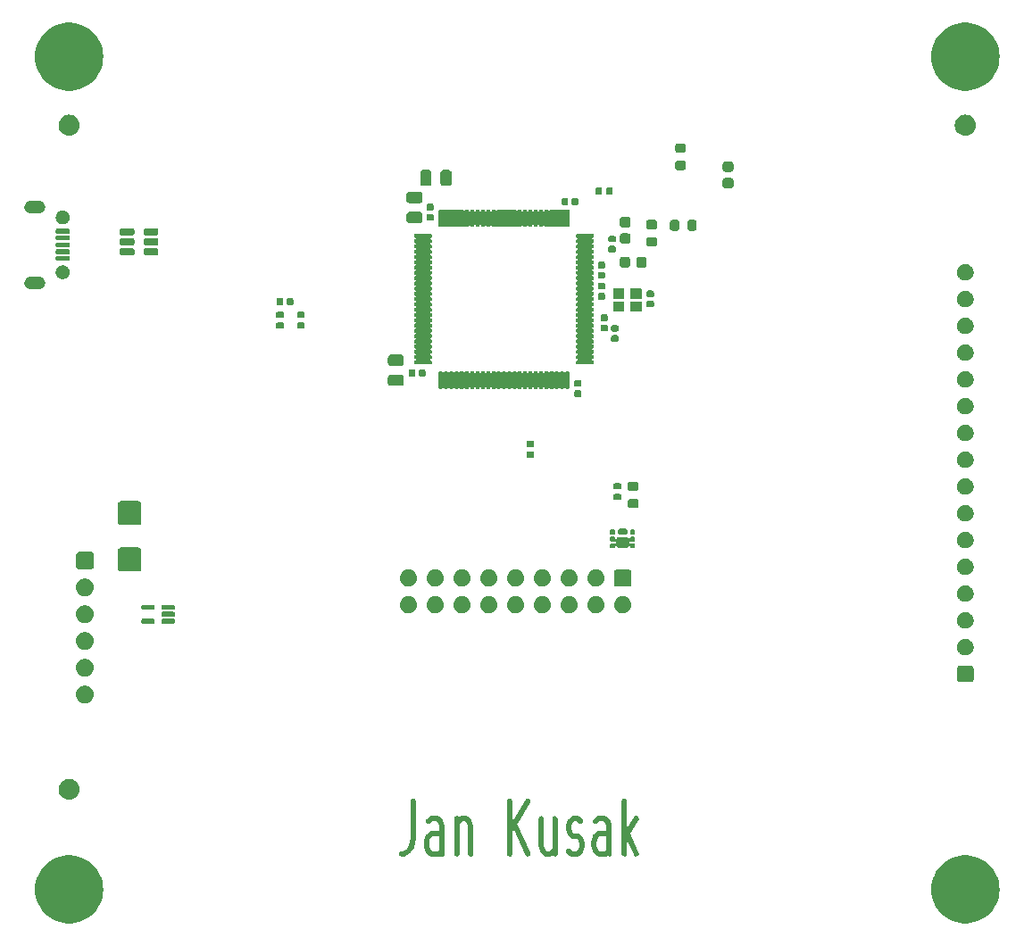
<source format=gbr>
%TF.GenerationSoftware,KiCad,Pcbnew,8.0.8*%
%TF.CreationDate,2025-03-28T17:24:47+01:00*%
%TF.ProjectId,mcu,6d63752e-6b69-4636-9164-5f7063625858,rev?*%
%TF.SameCoordinates,PX47868c0PY8583b00*%
%TF.FileFunction,Soldermask,Top*%
%TF.FilePolarity,Negative*%
%FSLAX46Y46*%
G04 Gerber Fmt 4.6, Leading zero omitted, Abs format (unit mm)*
G04 Created by KiCad (PCBNEW 8.0.8) date 2025-03-28 17:24:47*
%MOMM*%
%LPD*%
G01*
G04 APERTURE LIST*
G04 APERTURE END LIST*
G36*
X6023850Y8695344D02*
G01*
X6366257Y8619975D01*
X6698507Y8508027D01*
X7016707Y8360812D01*
X7317124Y8180057D01*
X7596237Y7967881D01*
X7850773Y7726771D01*
X8077749Y7459554D01*
X8274504Y7169363D01*
X8438729Y6859601D01*
X8568501Y6533898D01*
X8662297Y6196074D01*
X8719019Y5850089D01*
X8738000Y5500000D01*
X8719019Y5149911D01*
X8662297Y4803926D01*
X8568501Y4466102D01*
X8438729Y4140399D01*
X8274504Y3830637D01*
X8077749Y3540446D01*
X7850773Y3273229D01*
X7596237Y3032119D01*
X7317124Y2819943D01*
X7016707Y2639188D01*
X6698507Y2491973D01*
X6366257Y2380025D01*
X6023850Y2304656D01*
X5675302Y2266749D01*
X5324698Y2266749D01*
X4976150Y2304656D01*
X4633743Y2380025D01*
X4301493Y2491973D01*
X3983293Y2639188D01*
X3682876Y2819943D01*
X3403763Y3032119D01*
X3149227Y3273229D01*
X2922251Y3540446D01*
X2725496Y3830637D01*
X2561271Y4140399D01*
X2431499Y4466102D01*
X2337703Y4803926D01*
X2280981Y5149911D01*
X2262000Y5500000D01*
X2280981Y5850089D01*
X2337703Y6196074D01*
X2431499Y6533898D01*
X2561271Y6859601D01*
X2725496Y7169363D01*
X2922251Y7459554D01*
X3149227Y7726771D01*
X3403763Y7967881D01*
X3682876Y8180057D01*
X3983293Y8360812D01*
X4301493Y8508027D01*
X4633743Y8619975D01*
X4976150Y8695344D01*
X5324698Y8733251D01*
X5675302Y8733251D01*
X6023850Y8695344D01*
G37*
G36*
X91023850Y8695344D02*
G01*
X91366257Y8619975D01*
X91698507Y8508027D01*
X92016707Y8360812D01*
X92317124Y8180057D01*
X92596237Y7967881D01*
X92850773Y7726771D01*
X93077749Y7459554D01*
X93274504Y7169363D01*
X93438729Y6859601D01*
X93568501Y6533898D01*
X93662297Y6196074D01*
X93719019Y5850089D01*
X93738000Y5500000D01*
X93719019Y5149911D01*
X93662297Y4803926D01*
X93568501Y4466102D01*
X93438729Y4140399D01*
X93274504Y3830637D01*
X93077749Y3540446D01*
X92850773Y3273229D01*
X92596237Y3032119D01*
X92317124Y2819943D01*
X92016707Y2639188D01*
X91698507Y2491973D01*
X91366257Y2380025D01*
X91023850Y2304656D01*
X90675302Y2266749D01*
X90324698Y2266749D01*
X89976150Y2304656D01*
X89633743Y2380025D01*
X89301493Y2491973D01*
X88983293Y2639188D01*
X88682876Y2819943D01*
X88403763Y3032119D01*
X88149227Y3273229D01*
X87922251Y3540446D01*
X87725496Y3830637D01*
X87561271Y4140399D01*
X87431499Y4466102D01*
X87337703Y4803926D01*
X87280981Y5149911D01*
X87262000Y5500000D01*
X87280981Y5850089D01*
X87337703Y6196074D01*
X87431499Y6533898D01*
X87561271Y6859601D01*
X87725496Y7169363D01*
X87922251Y7459554D01*
X88149227Y7726771D01*
X88403763Y7967881D01*
X88682876Y8180057D01*
X88983293Y8360812D01*
X89301493Y8508027D01*
X89633743Y8619975D01*
X89976150Y8695344D01*
X90324698Y8733251D01*
X90675302Y8733251D01*
X91023850Y8695344D01*
G37*
G36*
X38201061Y14137720D02*
G01*
X38206742Y14135367D01*
X38206746Y14135366D01*
X38285494Y14102747D01*
X38285495Y14102747D01*
X38291181Y14100391D01*
X38292804Y14099308D01*
X38361778Y14030334D01*
X38362861Y14028711D01*
X38400190Y13938591D01*
X38400547Y13937168D01*
X38405351Y13888395D01*
X38405375Y13887905D01*
X38405375Y10316477D01*
X38405348Y10315963D01*
X38405340Y10315895D01*
X38405350Y10315721D01*
X38405147Y10313687D01*
X38402926Y10291380D01*
X38402927Y10291379D01*
X38400547Y10267214D01*
X38400505Y10267049D01*
X38400497Y10266965D01*
X38400423Y10266467D01*
X38257566Y9552181D01*
X38257446Y9551705D01*
X38251113Y9530912D01*
X38249338Y9525084D01*
X38248816Y9522768D01*
X38248488Y9521692D01*
X38247811Y9517126D01*
X38247384Y9515721D01*
X38245406Y9511548D01*
X38245104Y9510551D01*
X38244959Y9510177D01*
X38244514Y9509239D01*
X38243170Y9504822D01*
X38242541Y9503495D01*
X38239971Y9499660D01*
X38239488Y9498641D01*
X38238322Y9496586D01*
X38226410Y9471427D01*
X38226178Y9470995D01*
X38225384Y9469674D01*
X38225380Y9469664D01*
X37941267Y8996141D01*
X37941259Y8996130D01*
X37940464Y8994804D01*
X37940192Y8994396D01*
X37910979Y8955045D01*
X37909940Y8954007D01*
X37900570Y8947067D01*
X37894681Y8941371D01*
X37887432Y8932237D01*
X37886361Y8931234D01*
X37846059Y8903348D01*
X37845642Y8903089D01*
X37417071Y8664995D01*
X37416631Y8664778D01*
X37371662Y8645291D01*
X37370245Y8644912D01*
X37360972Y8643847D01*
X37352540Y8641662D01*
X37343919Y8638090D01*
X37342495Y8637733D01*
X37293722Y8632929D01*
X37293232Y8632905D01*
X37291693Y8632905D01*
X37009057Y8632905D01*
X37007518Y8632905D01*
X37007028Y8632929D01*
X36958255Y8637733D01*
X36956832Y8638090D01*
X36952568Y8639856D01*
X36898698Y8662170D01*
X36866712Y8675419D01*
X36865089Y8676502D01*
X36796115Y8745476D01*
X36795032Y8747099D01*
X36792676Y8752786D01*
X36760057Y8831534D01*
X36760056Y8831538D01*
X36757703Y8837219D01*
X36757322Y8839132D01*
X36757322Y8936678D01*
X36757703Y8938591D01*
X36760055Y8944272D01*
X36760057Y8944277D01*
X36792676Y9023025D01*
X36792678Y9023029D01*
X36795032Y9028711D01*
X36796115Y9030334D01*
X36800467Y9034687D01*
X36800470Y9034690D01*
X36860733Y9094953D01*
X36860736Y9094956D01*
X36865089Y9099308D01*
X36866712Y9100391D01*
X36872394Y9102745D01*
X36872398Y9102747D01*
X36952573Y9135957D01*
X36952579Y9135959D01*
X36956832Y9137720D01*
X36958255Y9138077D01*
X36962842Y9138529D01*
X36962843Y9138529D01*
X37005495Y9142731D01*
X37005515Y9142732D01*
X37007028Y9142881D01*
X37007518Y9142905D01*
X37218925Y9142905D01*
X37234348Y9146901D01*
X37530833Y9311617D01*
X37542654Y9323050D01*
X37763327Y9690838D01*
X37767199Y9700854D01*
X37894767Y10338691D01*
X37895375Y10344828D01*
X37895375Y13886366D01*
X37895375Y13887905D01*
X37895399Y13888395D01*
X37895548Y13889908D01*
X37895549Y13889928D01*
X37899751Y13932580D01*
X37899751Y13932581D01*
X37900203Y13937168D01*
X37900560Y13938591D01*
X37902321Y13942844D01*
X37902323Y13942850D01*
X37935533Y14023025D01*
X37935535Y14023029D01*
X37937889Y14028711D01*
X37938972Y14030334D01*
X37943324Y14034687D01*
X37943327Y14034690D01*
X38003590Y14094953D01*
X38003593Y14094956D01*
X38007946Y14099308D01*
X38009569Y14100391D01*
X38015251Y14102745D01*
X38015255Y14102747D01*
X38094003Y14135366D01*
X38094008Y14135368D01*
X38099689Y14137720D01*
X38101602Y14138101D01*
X38199148Y14138101D01*
X38201061Y14137720D01*
G37*
G36*
X40436579Y12476215D02*
G01*
X40438093Y12476066D01*
X40438112Y12476065D01*
X40446651Y12475224D01*
X40456134Y12474290D01*
X40462010Y12474823D01*
X40463949Y12474618D01*
X40469105Y12473012D01*
X40485352Y12471411D01*
X40486775Y12471054D01*
X40491031Y12469291D01*
X40491035Y12469290D01*
X40520045Y12457274D01*
X40522700Y12456313D01*
X40557079Y12445601D01*
X40558401Y12444963D01*
X40571904Y12435793D01*
X40576896Y12433725D01*
X40578518Y12432642D01*
X40582694Y12428466D01*
X40598944Y12417430D01*
X40599336Y12417135D01*
X40600514Y12416153D01*
X40600517Y12416151D01*
X40831983Y12223262D01*
X40885051Y12179039D01*
X40885412Y12178707D01*
X40919804Y12143793D01*
X40920669Y12142608D01*
X40924783Y12134769D01*
X40930155Y12124535D01*
X40933617Y12119295D01*
X40946518Y12103476D01*
X40947268Y12102215D01*
X40949018Y12097952D01*
X40949019Y12097951D01*
X40952089Y12090475D01*
X40965884Y12056879D01*
X40966048Y12056417D01*
X41108906Y11580228D01*
X41109024Y11579751D01*
X41111671Y11566225D01*
X41112021Y11564657D01*
X41112711Y11561900D01*
X41114476Y11557640D01*
X41114833Y11556216D01*
X41115905Y11545324D01*
X41116335Y11542392D01*
X41118438Y11531655D01*
X41118505Y11530188D01*
X41118038Y11525611D01*
X41118169Y11522783D01*
X41118286Y11521155D01*
X41118287Y11521140D01*
X41119637Y11507443D01*
X41119661Y11506953D01*
X41119661Y8887905D01*
X41119637Y8887415D01*
X41114833Y8838642D01*
X41114476Y8837219D01*
X41077147Y8747099D01*
X41076064Y8745476D01*
X41007090Y8676502D01*
X41005467Y8675419D01*
X40915347Y8638090D01*
X40913434Y8637709D01*
X40907279Y8637709D01*
X40822043Y8637709D01*
X40815888Y8637709D01*
X40813975Y8638090D01*
X40808288Y8640446D01*
X40808286Y8640446D01*
X40736915Y8670009D01*
X40710215Y8669252D01*
X40705076Y8666775D01*
X40701257Y8664180D01*
X40699935Y8663542D01*
X40665546Y8652830D01*
X40662896Y8651870D01*
X40629633Y8638090D01*
X40628209Y8637733D01*
X40611963Y8636134D01*
X40606806Y8634526D01*
X40604865Y8634321D01*
X40598989Y8634856D01*
X40579436Y8632929D01*
X40578946Y8632905D01*
X40577408Y8632905D01*
X39866199Y8632905D01*
X39864661Y8632905D01*
X39864171Y8632929D01*
X39844616Y8634856D01*
X39838742Y8634321D01*
X39836802Y8634526D01*
X39831644Y8636134D01*
X39815398Y8637733D01*
X39813974Y8638090D01*
X39780707Y8651871D01*
X39778054Y8652831D01*
X39743672Y8663542D01*
X39742350Y8664180D01*
X39728845Y8673352D01*
X39723855Y8675418D01*
X39722232Y8676502D01*
X39718056Y8680678D01*
X39712451Y8684484D01*
X39712375Y8684535D01*
X39703087Y8690842D01*
X39703067Y8690857D01*
X39701806Y8691713D01*
X39701414Y8692008D01*
X39415699Y8930103D01*
X39415338Y8930435D01*
X39380945Y8965350D01*
X39380080Y8966535D01*
X39377938Y8970615D01*
X39377935Y8970619D01*
X39370590Y8984612D01*
X39367130Y8989851D01*
X39366484Y8990643D01*
X39354231Y9005667D01*
X39353481Y9006928D01*
X39343869Y9030334D01*
X39335450Y9050836D01*
X39335447Y9050844D01*
X39334864Y9052264D01*
X39334700Y9052726D01*
X39334259Y9054195D01*
X39334255Y9054207D01*
X39192287Y9527437D01*
X39191843Y9528917D01*
X39191725Y9529394D01*
X39191428Y9530912D01*
X39189079Y9542908D01*
X39188725Y9544496D01*
X39188035Y9547250D01*
X39186273Y9551505D01*
X39185917Y9552928D01*
X39185465Y9557510D01*
X39185463Y9557519D01*
X39184843Y9563819D01*
X39184412Y9566753D01*
X39183196Y9572968D01*
X39183195Y9572975D01*
X39182312Y9577491D01*
X39182245Y9578956D01*
X39182709Y9583533D01*
X39182578Y9586383D01*
X39182461Y9588005D01*
X39181264Y9600159D01*
X39181263Y9600176D01*
X39181113Y9601701D01*
X39181089Y9602191D01*
X39181089Y10036345D01*
X39691089Y10036345D01*
X39691089Y9644229D01*
X39692413Y9635203D01*
X39795724Y9290828D01*
X39798380Y9281976D01*
X39808522Y9266624D01*
X39948025Y9150371D01*
X39968646Y9142905D01*
X40474961Y9142905D01*
X40495582Y9150371D01*
X40597860Y9235603D01*
X40609661Y9260799D01*
X40609661Y10501056D01*
X40573050Y10537667D01*
X39968646Y10537667D01*
X39948025Y10530201D01*
X39926232Y10512041D01*
X39829324Y10431286D01*
X39808522Y10413952D01*
X39798380Y10398601D01*
X39707059Y10094190D01*
X39692414Y10045372D01*
X39691089Y10036345D01*
X39181089Y10036345D01*
X39181089Y10078381D01*
X39181113Y10078871D01*
X39182461Y10092568D01*
X39182578Y10094190D01*
X39182709Y10097041D01*
X39182245Y10101616D01*
X39182312Y10103081D01*
X39183195Y10107598D01*
X39183196Y10107607D01*
X39184412Y10113817D01*
X39184843Y10116752D01*
X39185465Y10123063D01*
X39185465Y10123066D01*
X39185917Y10127644D01*
X39186273Y10129067D01*
X39188034Y10133322D01*
X39188728Y10136090D01*
X39189081Y10137676D01*
X39191427Y10149664D01*
X39191433Y10149692D01*
X39191725Y10151179D01*
X39191843Y10151655D01*
X39192278Y10153107D01*
X39192283Y10153125D01*
X39334255Y10626366D01*
X39334261Y10626385D01*
X39334700Y10627846D01*
X39334864Y10628308D01*
X39335444Y10629723D01*
X39335450Y10629737D01*
X39351729Y10669379D01*
X39351730Y10669383D01*
X39353481Y10673644D01*
X39354231Y10674905D01*
X39367132Y10690727D01*
X39370592Y10695963D01*
X39377937Y10709956D01*
X39377939Y10709959D01*
X39380080Y10714037D01*
X39380945Y10715222D01*
X39384178Y10718505D01*
X39384181Y10718508D01*
X39414264Y10749048D01*
X39414277Y10749061D01*
X39415338Y10750137D01*
X39415699Y10750469D01*
X39416856Y10751434D01*
X39416870Y10751446D01*
X39700237Y10987584D01*
X39700247Y10987592D01*
X39701414Y10988564D01*
X39701806Y10988859D01*
X39703050Y10989705D01*
X39703074Y10989722D01*
X39712766Y10996304D01*
X39712855Y10996364D01*
X39718059Y10999898D01*
X39722233Y11004070D01*
X39723854Y11005153D01*
X39728842Y11007220D01*
X39742350Y11016392D01*
X39743672Y11017030D01*
X39778059Y11027745D01*
X39780705Y11028703D01*
X39792788Y11033707D01*
X39809720Y11040720D01*
X39809722Y11040721D01*
X39813975Y11042482D01*
X39815398Y11042839D01*
X39831644Y11044440D01*
X39836802Y11046046D01*
X39838742Y11046251D01*
X39844616Y11045718D01*
X39851332Y11046380D01*
X39862637Y11047493D01*
X39862657Y11047494D01*
X39864171Y11047643D01*
X39864661Y11047667D01*
X40474961Y11047667D01*
X40495582Y11055133D01*
X40597860Y11140365D01*
X40609661Y11165561D01*
X40609661Y11464916D01*
X40608336Y11473943D01*
X40514868Y11785503D01*
X40502367Y11827170D01*
X40492227Y11842521D01*
X40352726Y11958773D01*
X40332105Y11966239D01*
X39968645Y11966239D01*
X39948024Y11958773D01*
X39742193Y11787247D01*
X39741801Y11786952D01*
X39701257Y11759419D01*
X39699935Y11758781D01*
X39606806Y11729764D01*
X39604866Y11729559D01*
X39598735Y11730117D01*
X39598733Y11730116D01*
X39513853Y11737832D01*
X39513849Y11737833D01*
X39507722Y11738390D01*
X39505851Y11738942D01*
X39500402Y11741802D01*
X39424931Y11781416D01*
X39424929Y11781417D01*
X39419481Y11784277D01*
X39417964Y11785503D01*
X39382620Y11827916D01*
X39359459Y11855709D01*
X39359458Y11855711D01*
X39355517Y11860440D01*
X39354584Y11862154D01*
X39325567Y11955283D01*
X39325362Y11957223D01*
X39325918Y11963349D01*
X39325918Y11963356D01*
X39333634Y12048236D01*
X39333636Y12048245D01*
X39334193Y12054367D01*
X39334745Y12056238D01*
X39337602Y12061683D01*
X39337604Y12061687D01*
X39377938Y12138529D01*
X39377941Y12138534D01*
X39380080Y12142608D01*
X39380945Y12143793D01*
X39384176Y12147074D01*
X39384179Y12147077D01*
X39414254Y12177607D01*
X39414258Y12177612D01*
X39415338Y12178707D01*
X39415699Y12179039D01*
X39416871Y12180016D01*
X39416881Y12180025D01*
X39700228Y12416148D01*
X39700244Y12416161D01*
X39701414Y12417135D01*
X39701806Y12417430D01*
X39703064Y12418285D01*
X39703082Y12418298D01*
X39712835Y12424921D01*
X39718057Y12428468D01*
X39722233Y12432642D01*
X39723854Y12433725D01*
X39728843Y12435793D01*
X39742350Y12444964D01*
X39743672Y12445602D01*
X39778059Y12456317D01*
X39780705Y12457275D01*
X39793176Y12462439D01*
X39809720Y12469292D01*
X39809722Y12469293D01*
X39813975Y12471054D01*
X39815398Y12471411D01*
X39831644Y12473012D01*
X39836802Y12474618D01*
X39838742Y12474823D01*
X39844616Y12474290D01*
X39851656Y12474983D01*
X39862637Y12476065D01*
X39862657Y12476066D01*
X39864171Y12476215D01*
X39864661Y12476239D01*
X40436089Y12476239D01*
X40436579Y12476215D01*
G37*
G36*
X50343918Y12471054D02*
G01*
X50349599Y12468701D01*
X50349603Y12468700D01*
X50428351Y12436081D01*
X50428352Y12436081D01*
X50434038Y12433725D01*
X50435661Y12432642D01*
X50504635Y12363668D01*
X50505718Y12362045D01*
X50543047Y12271925D01*
X50543404Y12270502D01*
X50548208Y12221729D01*
X50548232Y12221239D01*
X50548232Y12219700D01*
X50548232Y9644229D01*
X50549556Y9635203D01*
X50652867Y9290828D01*
X50655523Y9281976D01*
X50665665Y9266624D01*
X50805168Y9150371D01*
X50825789Y9142905D01*
X51046391Y9142905D01*
X51067012Y9150371D01*
X51169289Y9235603D01*
X51235559Y9290831D01*
X51242397Y9298813D01*
X51319411Y9427168D01*
X51323947Y9443543D01*
X51323947Y12219700D01*
X51323947Y12221239D01*
X51323971Y12221729D01*
X51324120Y12223242D01*
X51324121Y12223262D01*
X51328323Y12265914D01*
X51328323Y12265915D01*
X51328775Y12270502D01*
X51329132Y12271925D01*
X51330893Y12276178D01*
X51330895Y12276184D01*
X51364105Y12356359D01*
X51364107Y12356363D01*
X51366461Y12362045D01*
X51367544Y12363668D01*
X51371896Y12368021D01*
X51371899Y12368024D01*
X51432162Y12428287D01*
X51432165Y12428290D01*
X51436518Y12432642D01*
X51438141Y12433725D01*
X51443823Y12436079D01*
X51443827Y12436081D01*
X51522575Y12468700D01*
X51522580Y12468702D01*
X51528261Y12471054D01*
X51530174Y12471435D01*
X51627720Y12471435D01*
X51629633Y12471054D01*
X51635314Y12468701D01*
X51635318Y12468700D01*
X51714066Y12436081D01*
X51714067Y12436081D01*
X51719753Y12433725D01*
X51721376Y12432642D01*
X51790350Y12363668D01*
X51791433Y12362045D01*
X51828762Y12271925D01*
X51829119Y12270502D01*
X51833923Y12221729D01*
X51833947Y12221239D01*
X51833947Y8887905D01*
X51833923Y8887415D01*
X51829119Y8838642D01*
X51828762Y8837219D01*
X51791433Y8747099D01*
X51790350Y8745476D01*
X51721376Y8676502D01*
X51719753Y8675419D01*
X51629633Y8638090D01*
X51627720Y8637709D01*
X51621565Y8637709D01*
X51536329Y8637709D01*
X51530174Y8637709D01*
X51528261Y8638090D01*
X51522576Y8640445D01*
X51522575Y8640445D01*
X51470127Y8662170D01*
X51438141Y8675419D01*
X51436518Y8676502D01*
X51395410Y8717610D01*
X51346975Y8719805D01*
X51313622Y8692009D01*
X51313230Y8691714D01*
X51311969Y8690859D01*
X51311968Y8690857D01*
X51302565Y8684472D01*
X51302515Y8684439D01*
X51296978Y8680679D01*
X51292804Y8676503D01*
X51291181Y8675419D01*
X51286190Y8673353D01*
X51272686Y8664181D01*
X51271364Y8663543D01*
X51236985Y8652833D01*
X51234326Y8651870D01*
X51206750Y8640446D01*
X51201062Y8638090D01*
X51199638Y8637733D01*
X51183393Y8636134D01*
X51178236Y8634526D01*
X51176295Y8634321D01*
X51170419Y8634856D01*
X51150865Y8632929D01*
X51150375Y8632905D01*
X51148837Y8632905D01*
X50723342Y8632905D01*
X50721804Y8632905D01*
X50721314Y8632929D01*
X50701759Y8634856D01*
X50695885Y8634321D01*
X50693945Y8634526D01*
X50688787Y8636134D01*
X50672541Y8637733D01*
X50671117Y8638090D01*
X50637850Y8651871D01*
X50635197Y8652831D01*
X50600815Y8663542D01*
X50599493Y8664180D01*
X50585988Y8673352D01*
X50580998Y8675418D01*
X50579375Y8676502D01*
X50575199Y8680678D01*
X50569594Y8684484D01*
X50569518Y8684535D01*
X50560230Y8690842D01*
X50560210Y8690857D01*
X50558949Y8691713D01*
X50558557Y8692008D01*
X50272842Y8930103D01*
X50272481Y8930435D01*
X50238088Y8965350D01*
X50237223Y8966535D01*
X50235081Y8970615D01*
X50235078Y8970619D01*
X50227733Y8984612D01*
X50224273Y8989851D01*
X50223627Y8990643D01*
X50211374Y9005667D01*
X50210624Y9006928D01*
X50201012Y9030334D01*
X50192593Y9050836D01*
X50192590Y9050844D01*
X50192007Y9052264D01*
X50191843Y9052726D01*
X50191402Y9054195D01*
X50191398Y9054207D01*
X50049430Y9527437D01*
X50048986Y9528917D01*
X50048868Y9529394D01*
X50048571Y9530912D01*
X50046222Y9542908D01*
X50045868Y9544496D01*
X50045178Y9547250D01*
X50043416Y9551505D01*
X50043060Y9552928D01*
X50042608Y9557510D01*
X50042606Y9557519D01*
X50041986Y9563819D01*
X50041555Y9566753D01*
X50040339Y9572968D01*
X50040338Y9572975D01*
X50039455Y9577491D01*
X50039388Y9578956D01*
X50039852Y9583533D01*
X50039721Y9586383D01*
X50039604Y9588005D01*
X50038407Y9600159D01*
X50038406Y9600176D01*
X50038256Y9601701D01*
X50038232Y9602191D01*
X50038232Y12221239D01*
X50038256Y12221729D01*
X50038405Y12223242D01*
X50038406Y12223262D01*
X50042608Y12265914D01*
X50042608Y12265915D01*
X50043060Y12270502D01*
X50043417Y12271925D01*
X50045178Y12276178D01*
X50045180Y12276184D01*
X50078390Y12356359D01*
X50078392Y12356363D01*
X50080746Y12362045D01*
X50081829Y12363668D01*
X50086181Y12368021D01*
X50086184Y12368024D01*
X50146447Y12428287D01*
X50146450Y12428290D01*
X50150803Y12432642D01*
X50152426Y12433725D01*
X50158108Y12436079D01*
X50158112Y12436081D01*
X50236860Y12468700D01*
X50236865Y12468702D01*
X50242546Y12471054D01*
X50244459Y12471435D01*
X50342005Y12471435D01*
X50343918Y12471054D01*
G37*
G36*
X53722294Y12476215D02*
G01*
X53723808Y12476066D01*
X53723827Y12476065D01*
X53732366Y12475224D01*
X53741849Y12474290D01*
X53747725Y12474823D01*
X53749664Y12474618D01*
X53754820Y12473012D01*
X53771067Y12471411D01*
X53772490Y12471054D01*
X53776746Y12469291D01*
X53776750Y12469290D01*
X53805760Y12457274D01*
X53808415Y12456313D01*
X53842794Y12445601D01*
X53844116Y12444963D01*
X53857619Y12435793D01*
X53862611Y12433725D01*
X53864233Y12432642D01*
X53868409Y12428466D01*
X53884659Y12417430D01*
X53885051Y12417135D01*
X53886229Y12416153D01*
X53886232Y12416151D01*
X54117698Y12223262D01*
X54170766Y12179039D01*
X54171127Y12178707D01*
X54205519Y12143793D01*
X54206384Y12142608D01*
X54251719Y12056237D01*
X54252271Y12054366D01*
X54252828Y12048239D01*
X54252829Y12048235D01*
X54260545Y11963356D01*
X54260544Y11963354D01*
X54261102Y11957223D01*
X54260897Y11955283D01*
X54231880Y11862153D01*
X54230947Y11860439D01*
X54168500Y11785503D01*
X54166983Y11784277D01*
X54080612Y11738942D01*
X54078741Y11738390D01*
X54072611Y11737833D01*
X54072609Y11737832D01*
X53987730Y11730116D01*
X53987727Y11730117D01*
X53981598Y11729559D01*
X53979658Y11729764D01*
X53886528Y11758781D01*
X53885206Y11759419D01*
X53844663Y11786952D01*
X53844271Y11787247D01*
X53638441Y11958773D01*
X53617820Y11966239D01*
X53397217Y11966239D01*
X53376596Y11958773D01*
X53237095Y11842523D01*
X53226953Y11827171D01*
X53223273Y11814903D01*
X53120986Y11473943D01*
X53119661Y11464916D01*
X53119661Y11310896D01*
X53120985Y11301870D01*
X53214887Y10988859D01*
X53226952Y10948643D01*
X53237094Y10933291D01*
X53376597Y10817038D01*
X53397218Y10809572D01*
X53720265Y10809572D01*
X53721804Y10809572D01*
X53722294Y10809548D01*
X53723808Y10809399D01*
X53723827Y10809398D01*
X53732366Y10808557D01*
X53741849Y10807623D01*
X53747725Y10808156D01*
X53749664Y10807951D01*
X53754820Y10806345D01*
X53771067Y10804744D01*
X53772490Y10804387D01*
X53776746Y10802624D01*
X53776750Y10802623D01*
X53805762Y10790606D01*
X53808417Y10789645D01*
X53842793Y10778934D01*
X53844115Y10778296D01*
X53857618Y10769127D01*
X53862611Y10767058D01*
X53864233Y10765975D01*
X53868410Y10761798D01*
X53884659Y10750763D01*
X53885051Y10750468D01*
X53886228Y10749487D01*
X54149371Y10530201D01*
X54170765Y10512373D01*
X54171126Y10512041D01*
X54205519Y10477127D01*
X54206384Y10475942D01*
X54208525Y10471862D01*
X54208526Y10471861D01*
X54215871Y10457867D01*
X54219333Y10452626D01*
X54232233Y10436809D01*
X54232983Y10435548D01*
X54251600Y10390213D01*
X54251764Y10389751D01*
X54394621Y9913560D01*
X54394739Y9913083D01*
X54395033Y9911579D01*
X54395034Y9911576D01*
X54397384Y9899568D01*
X54397739Y9897976D01*
X54398427Y9895226D01*
X54400190Y9890972D01*
X54400547Y9889549D01*
X54400998Y9884963D01*
X54400999Y9884960D01*
X54401619Y9878666D01*
X54402050Y9875724D01*
X54404152Y9864986D01*
X54404219Y9863520D01*
X54403751Y9858932D01*
X54403881Y9856119D01*
X54403997Y9854507D01*
X54405351Y9840776D01*
X54405375Y9840286D01*
X54405375Y9602191D01*
X54405351Y9601701D01*
X54405200Y9600173D01*
X54404000Y9587990D01*
X54403883Y9586362D01*
X54403752Y9583536D01*
X54404219Y9578957D01*
X54404152Y9577490D01*
X54402050Y9566756D01*
X54401619Y9563824D01*
X54400547Y9552928D01*
X54400190Y9551504D01*
X54398424Y9547243D01*
X54397741Y9544514D01*
X54397386Y9542920D01*
X54395259Y9532056D01*
X54394739Y9529394D01*
X54394621Y9528917D01*
X54251764Y9052726D01*
X54251600Y9052264D01*
X54232983Y9006929D01*
X54232233Y9005668D01*
X54219977Y8990643D01*
X54219332Y8989852D01*
X54215871Y8984612D01*
X54206384Y8966535D01*
X54205519Y8965350D01*
X54171126Y8930436D01*
X54170765Y8930104D01*
X53885051Y8692009D01*
X53884659Y8691714D01*
X53883398Y8690859D01*
X53883397Y8690857D01*
X53873994Y8684472D01*
X53873944Y8684439D01*
X53868407Y8680679D01*
X53864233Y8676503D01*
X53862610Y8675419D01*
X53857619Y8673353D01*
X53844115Y8664181D01*
X53842793Y8663543D01*
X53808414Y8652833D01*
X53805755Y8651870D01*
X53778179Y8640446D01*
X53772491Y8638090D01*
X53771067Y8637733D01*
X53754822Y8636134D01*
X53749665Y8634526D01*
X53747724Y8634321D01*
X53741848Y8634856D01*
X53722294Y8632929D01*
X53721804Y8632905D01*
X53720266Y8632905D01*
X53151913Y8632905D01*
X53150375Y8632905D01*
X53149885Y8632929D01*
X53130329Y8634856D01*
X53124455Y8634321D01*
X53122515Y8634526D01*
X53117357Y8636134D01*
X53101112Y8637733D01*
X53099688Y8638090D01*
X53077877Y8647125D01*
X53066429Y8651867D01*
X53063772Y8652831D01*
X53050243Y8657045D01*
X53033785Y8662172D01*
X53033782Y8662174D01*
X53029386Y8663543D01*
X53028064Y8664181D01*
X53014559Y8673352D01*
X53009568Y8675419D01*
X53007946Y8676502D01*
X53003767Y8680681D01*
X52987520Y8691714D01*
X52987128Y8692009D01*
X52701414Y8930104D01*
X52701053Y8930436D01*
X52666660Y8965350D01*
X52665795Y8966535D01*
X52663653Y8970615D01*
X52623319Y9047457D01*
X52623318Y9047460D01*
X52620460Y9052905D01*
X52619908Y9054776D01*
X52619351Y9060901D01*
X52619349Y9060908D01*
X52611633Y9145788D01*
X52611633Y9145796D01*
X52611077Y9151920D01*
X52611282Y9153860D01*
X52640299Y9246989D01*
X52641232Y9248703D01*
X52645171Y9253431D01*
X52645174Y9253435D01*
X52699738Y9318911D01*
X52699738Y9318912D01*
X52703679Y9323640D01*
X52705196Y9324866D01*
X52710641Y9327725D01*
X52710646Y9327728D01*
X52786117Y9367342D01*
X52786121Y9367344D01*
X52791566Y9370201D01*
X52793437Y9370753D01*
X52799559Y9371310D01*
X52799568Y9371312D01*
X52884448Y9379028D01*
X52884455Y9379028D01*
X52890581Y9379584D01*
X52892521Y9379379D01*
X52985650Y9350362D01*
X52986972Y9349724D01*
X52990782Y9347137D01*
X52990783Y9347136D01*
X53026252Y9323050D01*
X53026260Y9323044D01*
X53027516Y9322191D01*
X53027908Y9321896D01*
X53117796Y9246989D01*
X53233738Y9150371D01*
X53254359Y9142905D01*
X53617820Y9142905D01*
X53638441Y9150371D01*
X53777940Y9266622D01*
X53788081Y9281974D01*
X53788082Y9281976D01*
X53870745Y9557519D01*
X53894050Y9635203D01*
X53895375Y9644230D01*
X53895375Y9798249D01*
X53894050Y9807276D01*
X53807409Y10096078D01*
X53788080Y10160505D01*
X53777939Y10175856D01*
X53638441Y10292106D01*
X53617820Y10299572D01*
X53293233Y10299572D01*
X53292743Y10299596D01*
X53273188Y10301523D01*
X53267314Y10300988D01*
X53265374Y10301193D01*
X53260216Y10302801D01*
X53243970Y10304400D01*
X53242546Y10304757D01*
X53209279Y10318538D01*
X53206626Y10319498D01*
X53172244Y10330209D01*
X53170922Y10330847D01*
X53157417Y10340019D01*
X53152427Y10342085D01*
X53150804Y10343169D01*
X53146628Y10347345D01*
X53141023Y10351151D01*
X53140947Y10351202D01*
X53131659Y10357509D01*
X53131644Y10357521D01*
X53130378Y10358380D01*
X53129986Y10358675D01*
X52844271Y10596770D01*
X52843910Y10597102D01*
X52809517Y10632017D01*
X52808652Y10633202D01*
X52806511Y10637280D01*
X52806507Y10637286D01*
X52799162Y10651279D01*
X52795702Y10656518D01*
X52782803Y10672334D01*
X52782053Y10673595D01*
X52772868Y10695963D01*
X52764022Y10717503D01*
X52764019Y10717511D01*
X52763436Y10718931D01*
X52763272Y10719393D01*
X52762831Y10720862D01*
X52762827Y10720874D01*
X52620859Y11194104D01*
X52620415Y11195584D01*
X52620297Y11196061D01*
X52620001Y11197572D01*
X52617651Y11209575D01*
X52617297Y11211163D01*
X52616607Y11213917D01*
X52614845Y11218172D01*
X52614489Y11219595D01*
X52614037Y11224177D01*
X52614035Y11224186D01*
X52613415Y11230486D01*
X52612984Y11233420D01*
X52611768Y11239635D01*
X52611767Y11239642D01*
X52610884Y11244158D01*
X52610817Y11245623D01*
X52611281Y11250200D01*
X52611150Y11253050D01*
X52611033Y11254672D01*
X52609836Y11266826D01*
X52609835Y11266843D01*
X52609685Y11268368D01*
X52609661Y11268858D01*
X52609661Y11506953D01*
X52609685Y11507443D01*
X52609835Y11508969D01*
X52611033Y11521140D01*
X52611150Y11522762D01*
X52611281Y11525613D01*
X52610817Y11530188D01*
X52610884Y11531653D01*
X52611767Y11536170D01*
X52611768Y11536179D01*
X52612984Y11542389D01*
X52613415Y11545324D01*
X52614037Y11551635D01*
X52614037Y11551638D01*
X52614489Y11556216D01*
X52614845Y11557639D01*
X52616606Y11561894D01*
X52617300Y11564662D01*
X52617653Y11566248D01*
X52619999Y11578236D01*
X52620005Y11578264D01*
X52620297Y11579751D01*
X52620415Y11580227D01*
X52620850Y11581679D01*
X52620855Y11581697D01*
X52762827Y12054937D01*
X52762833Y12054956D01*
X52763272Y12056417D01*
X52763436Y12056879D01*
X52764016Y12058294D01*
X52764022Y12058308D01*
X52780301Y12097950D01*
X52780302Y12097954D01*
X52782053Y12102215D01*
X52782803Y12103476D01*
X52795704Y12119298D01*
X52799164Y12124534D01*
X52799165Y12124535D01*
X52805274Y12136173D01*
X52806509Y12138526D01*
X52806511Y12138529D01*
X52808652Y12142608D01*
X52809517Y12143793D01*
X52812752Y12147077D01*
X52812753Y12147079D01*
X52842826Y12177607D01*
X52842830Y12177612D01*
X52843910Y12178707D01*
X52844271Y12179039D01*
X52845443Y12180016D01*
X52845453Y12180025D01*
X53128800Y12416148D01*
X53128816Y12416161D01*
X53129986Y12417135D01*
X53130378Y12417430D01*
X53131636Y12418285D01*
X53131654Y12418298D01*
X53141407Y12424921D01*
X53146629Y12428468D01*
X53150805Y12432642D01*
X53152426Y12433725D01*
X53157415Y12435793D01*
X53170922Y12444964D01*
X53172244Y12445602D01*
X53206631Y12456317D01*
X53209277Y12457275D01*
X53221748Y12462439D01*
X53238292Y12469292D01*
X53238294Y12469293D01*
X53242547Y12471054D01*
X53243970Y12471411D01*
X53260216Y12473012D01*
X53265374Y12474618D01*
X53267314Y12474823D01*
X53273188Y12474290D01*
X53280228Y12474983D01*
X53291209Y12476065D01*
X53291229Y12476066D01*
X53292743Y12476215D01*
X53293233Y12476239D01*
X53721804Y12476239D01*
X53722294Y12476215D01*
G37*
G36*
X56293722Y12476215D02*
G01*
X56295236Y12476066D01*
X56295255Y12476065D01*
X56303794Y12475224D01*
X56313277Y12474290D01*
X56319153Y12474823D01*
X56321092Y12474618D01*
X56326248Y12473012D01*
X56342495Y12471411D01*
X56343918Y12471054D01*
X56348174Y12469291D01*
X56348178Y12469290D01*
X56377188Y12457274D01*
X56379843Y12456313D01*
X56414222Y12445601D01*
X56415544Y12444963D01*
X56429047Y12435793D01*
X56434039Y12433725D01*
X56435661Y12432642D01*
X56439837Y12428466D01*
X56456087Y12417430D01*
X56456479Y12417135D01*
X56457657Y12416153D01*
X56457660Y12416151D01*
X56689126Y12223262D01*
X56742194Y12179039D01*
X56742555Y12178707D01*
X56776947Y12143793D01*
X56777812Y12142608D01*
X56781926Y12134769D01*
X56787298Y12124535D01*
X56790760Y12119295D01*
X56803661Y12103476D01*
X56804411Y12102215D01*
X56806161Y12097952D01*
X56806162Y12097951D01*
X56809232Y12090475D01*
X56823027Y12056879D01*
X56823191Y12056417D01*
X56966049Y11580228D01*
X56966167Y11579751D01*
X56968814Y11566225D01*
X56969164Y11564657D01*
X56969854Y11561900D01*
X56971619Y11557640D01*
X56971976Y11556216D01*
X56973048Y11545324D01*
X56973478Y11542392D01*
X56975581Y11531655D01*
X56975648Y11530188D01*
X56975181Y11525611D01*
X56975312Y11522783D01*
X56975429Y11521155D01*
X56975430Y11521140D01*
X56976780Y11507443D01*
X56976804Y11506953D01*
X56976804Y8887905D01*
X56976780Y8887415D01*
X56971976Y8838642D01*
X56971619Y8837219D01*
X56934290Y8747099D01*
X56933207Y8745476D01*
X56864233Y8676502D01*
X56862610Y8675419D01*
X56772490Y8638090D01*
X56770577Y8637709D01*
X56764422Y8637709D01*
X56679186Y8637709D01*
X56673031Y8637709D01*
X56671118Y8638090D01*
X56665431Y8640446D01*
X56665429Y8640446D01*
X56594058Y8670009D01*
X56567358Y8669252D01*
X56562219Y8666775D01*
X56558400Y8664180D01*
X56557078Y8663542D01*
X56522689Y8652830D01*
X56520039Y8651870D01*
X56486776Y8638090D01*
X56485352Y8637733D01*
X56469106Y8636134D01*
X56463949Y8634526D01*
X56462008Y8634321D01*
X56456132Y8634856D01*
X56436579Y8632929D01*
X56436089Y8632905D01*
X56434551Y8632905D01*
X55723342Y8632905D01*
X55721804Y8632905D01*
X55721314Y8632929D01*
X55701759Y8634856D01*
X55695885Y8634321D01*
X55693945Y8634526D01*
X55688787Y8636134D01*
X55672541Y8637733D01*
X55671117Y8638090D01*
X55637850Y8651871D01*
X55635197Y8652831D01*
X55600815Y8663542D01*
X55599493Y8664180D01*
X55585988Y8673352D01*
X55580998Y8675418D01*
X55579375Y8676502D01*
X55575199Y8680678D01*
X55569594Y8684484D01*
X55569518Y8684535D01*
X55560230Y8690842D01*
X55560210Y8690857D01*
X55558949Y8691713D01*
X55558557Y8692008D01*
X55272842Y8930103D01*
X55272481Y8930435D01*
X55238088Y8965350D01*
X55237223Y8966535D01*
X55235081Y8970615D01*
X55235078Y8970619D01*
X55227733Y8984612D01*
X55224273Y8989851D01*
X55223627Y8990643D01*
X55211374Y9005667D01*
X55210624Y9006928D01*
X55201012Y9030334D01*
X55192593Y9050836D01*
X55192590Y9050844D01*
X55192007Y9052264D01*
X55191843Y9052726D01*
X55191402Y9054195D01*
X55191398Y9054207D01*
X55049430Y9527437D01*
X55048986Y9528917D01*
X55048868Y9529394D01*
X55048571Y9530912D01*
X55046222Y9542908D01*
X55045868Y9544496D01*
X55045178Y9547250D01*
X55043416Y9551505D01*
X55043060Y9552928D01*
X55042608Y9557510D01*
X55042606Y9557519D01*
X55041986Y9563819D01*
X55041555Y9566753D01*
X55040339Y9572968D01*
X55040338Y9572975D01*
X55039455Y9577491D01*
X55039388Y9578956D01*
X55039852Y9583533D01*
X55039721Y9586383D01*
X55039604Y9588005D01*
X55038407Y9600159D01*
X55038406Y9600176D01*
X55038256Y9601701D01*
X55038232Y9602191D01*
X55038232Y10036345D01*
X55548232Y10036345D01*
X55548232Y9644229D01*
X55549556Y9635203D01*
X55652867Y9290828D01*
X55655523Y9281976D01*
X55665665Y9266624D01*
X55805168Y9150371D01*
X55825789Y9142905D01*
X56332104Y9142905D01*
X56352725Y9150371D01*
X56455003Y9235603D01*
X56466804Y9260799D01*
X56466804Y10501056D01*
X56430193Y10537667D01*
X55825789Y10537667D01*
X55805168Y10530201D01*
X55783375Y10512041D01*
X55686467Y10431286D01*
X55665665Y10413952D01*
X55655523Y10398601D01*
X55564202Y10094190D01*
X55549557Y10045372D01*
X55548232Y10036345D01*
X55038232Y10036345D01*
X55038232Y10078381D01*
X55038256Y10078871D01*
X55039604Y10092568D01*
X55039721Y10094190D01*
X55039852Y10097041D01*
X55039388Y10101616D01*
X55039455Y10103081D01*
X55040338Y10107598D01*
X55040339Y10107607D01*
X55041555Y10113817D01*
X55041986Y10116752D01*
X55042608Y10123063D01*
X55042608Y10123066D01*
X55043060Y10127644D01*
X55043416Y10129067D01*
X55045177Y10133322D01*
X55045871Y10136090D01*
X55046224Y10137676D01*
X55048570Y10149664D01*
X55048576Y10149692D01*
X55048868Y10151179D01*
X55048986Y10151655D01*
X55049421Y10153107D01*
X55049426Y10153125D01*
X55191398Y10626366D01*
X55191404Y10626385D01*
X55191843Y10627846D01*
X55192007Y10628308D01*
X55192587Y10629723D01*
X55192593Y10629737D01*
X55208872Y10669379D01*
X55208873Y10669383D01*
X55210624Y10673644D01*
X55211374Y10674905D01*
X55224275Y10690727D01*
X55227735Y10695963D01*
X55235080Y10709956D01*
X55235082Y10709959D01*
X55237223Y10714037D01*
X55238088Y10715222D01*
X55241321Y10718505D01*
X55241324Y10718508D01*
X55271407Y10749048D01*
X55271420Y10749061D01*
X55272481Y10750137D01*
X55272842Y10750469D01*
X55273999Y10751434D01*
X55274013Y10751446D01*
X55557380Y10987584D01*
X55557390Y10987592D01*
X55558557Y10988564D01*
X55558949Y10988859D01*
X55560193Y10989705D01*
X55560217Y10989722D01*
X55569909Y10996304D01*
X55569998Y10996364D01*
X55575202Y10999898D01*
X55579376Y11004070D01*
X55580997Y11005153D01*
X55585985Y11007220D01*
X55599493Y11016392D01*
X55600815Y11017030D01*
X55635202Y11027745D01*
X55637848Y11028703D01*
X55649931Y11033707D01*
X55666863Y11040720D01*
X55666865Y11040721D01*
X55671118Y11042482D01*
X55672541Y11042839D01*
X55688787Y11044440D01*
X55693945Y11046046D01*
X55695885Y11046251D01*
X55701759Y11045718D01*
X55708475Y11046380D01*
X55719780Y11047493D01*
X55719800Y11047494D01*
X55721314Y11047643D01*
X55721804Y11047667D01*
X56332104Y11047667D01*
X56352725Y11055133D01*
X56455003Y11140365D01*
X56466804Y11165561D01*
X56466804Y11464916D01*
X56465479Y11473943D01*
X56372011Y11785503D01*
X56359510Y11827170D01*
X56349370Y11842521D01*
X56209869Y11958773D01*
X56189248Y11966239D01*
X55825788Y11966239D01*
X55805167Y11958773D01*
X55599336Y11787247D01*
X55598944Y11786952D01*
X55558400Y11759419D01*
X55557078Y11758781D01*
X55463949Y11729764D01*
X55462009Y11729559D01*
X55455878Y11730117D01*
X55455876Y11730116D01*
X55370996Y11737832D01*
X55370992Y11737833D01*
X55364865Y11738390D01*
X55362994Y11738942D01*
X55357545Y11741802D01*
X55282074Y11781416D01*
X55282072Y11781417D01*
X55276624Y11784277D01*
X55275107Y11785503D01*
X55239763Y11827916D01*
X55216602Y11855709D01*
X55216601Y11855711D01*
X55212660Y11860440D01*
X55211727Y11862154D01*
X55182710Y11955283D01*
X55182505Y11957223D01*
X55183061Y11963349D01*
X55183061Y11963356D01*
X55190777Y12048236D01*
X55190779Y12048245D01*
X55191336Y12054367D01*
X55191888Y12056238D01*
X55194745Y12061683D01*
X55194747Y12061687D01*
X55235081Y12138529D01*
X55235084Y12138534D01*
X55237223Y12142608D01*
X55238088Y12143793D01*
X55241319Y12147074D01*
X55241322Y12147077D01*
X55271397Y12177607D01*
X55271401Y12177612D01*
X55272481Y12178707D01*
X55272842Y12179039D01*
X55274014Y12180016D01*
X55274024Y12180025D01*
X55557371Y12416148D01*
X55557387Y12416161D01*
X55558557Y12417135D01*
X55558949Y12417430D01*
X55560207Y12418285D01*
X55560225Y12418298D01*
X55569978Y12424921D01*
X55575200Y12428468D01*
X55579376Y12432642D01*
X55580997Y12433725D01*
X55585986Y12435793D01*
X55599493Y12444964D01*
X55600815Y12445602D01*
X55635202Y12456317D01*
X55637848Y12457275D01*
X55650319Y12462439D01*
X55666863Y12469292D01*
X55666865Y12469293D01*
X55671118Y12471054D01*
X55672541Y12471411D01*
X55688787Y12473012D01*
X55693945Y12474618D01*
X55695885Y12474823D01*
X55701759Y12474290D01*
X55708799Y12474983D01*
X55719780Y12476065D01*
X55719800Y12476066D01*
X55721314Y12476215D01*
X55721804Y12476239D01*
X56293232Y12476239D01*
X56293722Y12476215D01*
G37*
G36*
X49002190Y14141650D02*
G01*
X49086493Y14129106D01*
X49086496Y14129105D01*
X49092584Y14128199D01*
X49094420Y14127540D01*
X49099694Y14124376D01*
X49099701Y14124373D01*
X49172782Y14080524D01*
X49172785Y14080521D01*
X49178065Y14077353D01*
X49179510Y14076043D01*
X49237582Y13997667D01*
X49238416Y13995903D01*
X49262073Y13901271D01*
X49262168Y13899322D01*
X49247811Y13802839D01*
X49247384Y13801435D01*
X49226410Y13757141D01*
X49226178Y13756709D01*
X49225384Y13755388D01*
X49225380Y13755378D01*
X48017950Y11742996D01*
X48016146Y11712353D01*
X49240058Y8992548D01*
X49240237Y8992091D01*
X49255871Y8945642D01*
X49256130Y8944198D01*
X49259071Y8846698D01*
X49258748Y8844774D01*
X49224154Y8753570D01*
X49223120Y8751916D01*
X49156256Y8680893D01*
X49154667Y8679760D01*
X49065713Y8639731D01*
X49063812Y8639293D01*
X48966311Y8636352D01*
X48964387Y8636675D01*
X48873183Y8671269D01*
X48871529Y8672303D01*
X48800506Y8739167D01*
X48799596Y8740319D01*
X48775201Y8782825D01*
X48774978Y8783262D01*
X48753255Y8831534D01*
X47722996Y11120998D01*
X47647419Y11125446D01*
X47552767Y10967691D01*
X47548232Y10951317D01*
X47548232Y8887905D01*
X47548208Y8887415D01*
X47543404Y8838642D01*
X47543047Y8837219D01*
X47505718Y8747099D01*
X47504635Y8745476D01*
X47435661Y8676502D01*
X47434038Y8675419D01*
X47343918Y8638090D01*
X47342005Y8637709D01*
X47335850Y8637709D01*
X47250614Y8637709D01*
X47244459Y8637709D01*
X47242546Y8638090D01*
X47236861Y8640445D01*
X47236860Y8640445D01*
X47184412Y8662170D01*
X47152426Y8675419D01*
X47150803Y8676502D01*
X47081829Y8745476D01*
X47080746Y8747099D01*
X47078390Y8752786D01*
X47045180Y8832961D01*
X47045178Y8832966D01*
X47043417Y8837219D01*
X47043060Y8838642D01*
X47042405Y8845288D01*
X47038406Y8885883D01*
X47038405Y8885902D01*
X47038256Y8887415D01*
X47038232Y8887905D01*
X47038232Y13887905D01*
X47038256Y13888395D01*
X47038405Y13889908D01*
X47038406Y13889928D01*
X47042608Y13932580D01*
X47042608Y13932581D01*
X47043060Y13937168D01*
X47043417Y13938591D01*
X47045178Y13942844D01*
X47045180Y13942850D01*
X47078390Y14023025D01*
X47078392Y14023029D01*
X47080746Y14028711D01*
X47081829Y14030334D01*
X47086181Y14034687D01*
X47086184Y14034690D01*
X47146447Y14094953D01*
X47146450Y14094956D01*
X47150803Y14099308D01*
X47152426Y14100391D01*
X47158108Y14102745D01*
X47158112Y14102747D01*
X47236860Y14135366D01*
X47236865Y14135368D01*
X47242546Y14137720D01*
X47244459Y14138101D01*
X47342005Y14138101D01*
X47343918Y14137720D01*
X47349599Y14135367D01*
X47349603Y14135366D01*
X47428351Y14102747D01*
X47428352Y14102747D01*
X47434038Y14100391D01*
X47435661Y14099308D01*
X47504635Y14030334D01*
X47505718Y14028711D01*
X47543047Y13938591D01*
X47543404Y13937168D01*
X47548208Y13888395D01*
X47548232Y13887905D01*
X47548232Y13886366D01*
X47548232Y12129493D01*
X47639864Y12104113D01*
X48788054Y14017765D01*
X48788077Y14017800D01*
X48788858Y14019101D01*
X48789130Y14019509D01*
X48790041Y14020738D01*
X48790053Y14020754D01*
X48815593Y14055157D01*
X48815596Y14055161D01*
X48818343Y14058860D01*
X48819381Y14059897D01*
X48847220Y14080524D01*
X48892814Y14114307D01*
X48892815Y14114308D01*
X48897757Y14117969D01*
X48899521Y14118803D01*
X48905488Y14120295D01*
X48905493Y14120297D01*
X48988181Y14140969D01*
X48988184Y14140970D01*
X48994152Y14142461D01*
X48996101Y14142556D01*
X49002190Y14141650D01*
G37*
G36*
X58201061Y14137720D02*
G01*
X58206742Y14135367D01*
X58206746Y14135366D01*
X58285494Y14102747D01*
X58285495Y14102747D01*
X58291181Y14100391D01*
X58292804Y14099308D01*
X58361778Y14030334D01*
X58362861Y14028711D01*
X58400190Y13938591D01*
X58400547Y13937168D01*
X58405351Y13888395D01*
X58405375Y13887905D01*
X58405375Y13886366D01*
X58405375Y11415209D01*
X58497007Y11389829D01*
X59073768Y12351099D01*
X59073791Y12351134D01*
X59074572Y12352435D01*
X59074844Y12352843D01*
X59075755Y12354072D01*
X59075767Y12354088D01*
X59101307Y12388491D01*
X59101310Y12388495D01*
X59104057Y12392194D01*
X59105095Y12393231D01*
X59128653Y12410686D01*
X59178527Y12447640D01*
X59178528Y12447641D01*
X59183470Y12451302D01*
X59185234Y12452136D01*
X59191201Y12453628D01*
X59191206Y12453630D01*
X59273894Y12474302D01*
X59273898Y12474303D01*
X59279866Y12475794D01*
X59281815Y12475889D01*
X59287904Y12474983D01*
X59372207Y12462439D01*
X59372210Y12462438D01*
X59378298Y12461532D01*
X59380134Y12460873D01*
X59385408Y12457709D01*
X59385415Y12457706D01*
X59458496Y12413857D01*
X59458499Y12413854D01*
X59463779Y12410686D01*
X59465224Y12409376D01*
X59523295Y12331001D01*
X59524129Y12329237D01*
X59547787Y12234605D01*
X59547882Y12232656D01*
X59533525Y12136173D01*
X59533098Y12134769D01*
X59512124Y12090475D01*
X59511892Y12090043D01*
X59378685Y11868032D01*
X58732236Y10790616D01*
X58730432Y10759973D01*
X59525772Y8992548D01*
X59525951Y8992091D01*
X59541585Y8945643D01*
X59541844Y8944199D01*
X59544785Y8846698D01*
X59544462Y8844774D01*
X59509868Y8753571D01*
X59508834Y8751917D01*
X59441970Y8680893D01*
X59440381Y8679760D01*
X59351426Y8639731D01*
X59349525Y8639293D01*
X59252025Y8636352D01*
X59250101Y8636675D01*
X59158897Y8671269D01*
X59157243Y8672303D01*
X59086220Y8739167D01*
X59085310Y8740319D01*
X59060914Y8782825D01*
X59060691Y8783262D01*
X59035599Y8839021D01*
X58939640Y9052264D01*
X58504141Y10020042D01*
X58405375Y9998843D01*
X58405375Y8887905D01*
X58405351Y8887415D01*
X58400547Y8838642D01*
X58400190Y8837219D01*
X58362861Y8747099D01*
X58361778Y8745476D01*
X58292804Y8676502D01*
X58291181Y8675419D01*
X58201061Y8638090D01*
X58199148Y8637709D01*
X58192993Y8637709D01*
X58107757Y8637709D01*
X58101602Y8637709D01*
X58099689Y8638090D01*
X58094004Y8640445D01*
X58094003Y8640445D01*
X58041555Y8662170D01*
X58009569Y8675419D01*
X58007946Y8676502D01*
X57938972Y8745476D01*
X57937889Y8747099D01*
X57935533Y8752786D01*
X57902323Y8832961D01*
X57902321Y8832966D01*
X57900560Y8837219D01*
X57900203Y8838642D01*
X57899548Y8845288D01*
X57895549Y8885883D01*
X57895548Y8885902D01*
X57895399Y8887415D01*
X57895375Y8887905D01*
X57895375Y13887905D01*
X57895399Y13888395D01*
X57895548Y13889908D01*
X57895549Y13889928D01*
X57899751Y13932580D01*
X57899751Y13932581D01*
X57900203Y13937168D01*
X57900560Y13938591D01*
X57902321Y13942844D01*
X57902323Y13942850D01*
X57935533Y14023025D01*
X57935535Y14023029D01*
X57937889Y14028711D01*
X57938972Y14030334D01*
X57943324Y14034687D01*
X57943327Y14034690D01*
X58003590Y14094953D01*
X58003593Y14094956D01*
X58007946Y14099308D01*
X58009569Y14100391D01*
X58015251Y14102745D01*
X58015255Y14102747D01*
X58094003Y14135366D01*
X58094008Y14135368D01*
X58099689Y14137720D01*
X58101602Y14138101D01*
X58199148Y14138101D01*
X58201061Y14137720D01*
G37*
G36*
X43150865Y12476215D02*
G01*
X43152379Y12476066D01*
X43152398Y12476065D01*
X43160937Y12475224D01*
X43170420Y12474290D01*
X43176296Y12474823D01*
X43178235Y12474618D01*
X43183391Y12473012D01*
X43199638Y12471411D01*
X43201061Y12471054D01*
X43205317Y12469291D01*
X43205321Y12469290D01*
X43234331Y12457274D01*
X43236986Y12456313D01*
X43271365Y12445601D01*
X43272687Y12444963D01*
X43286190Y12435793D01*
X43291182Y12433725D01*
X43292804Y12432642D01*
X43296980Y12428466D01*
X43313230Y12417430D01*
X43313622Y12417135D01*
X43314800Y12416153D01*
X43314803Y12416151D01*
X43546269Y12223262D01*
X43599337Y12179039D01*
X43599698Y12178707D01*
X43634090Y12143793D01*
X43634955Y12142608D01*
X43639069Y12134769D01*
X43644441Y12124535D01*
X43647903Y12119295D01*
X43660804Y12103476D01*
X43661554Y12102215D01*
X43663304Y12097952D01*
X43663305Y12097951D01*
X43666375Y12090475D01*
X43680170Y12056879D01*
X43680334Y12056417D01*
X43823192Y11580228D01*
X43823310Y11579751D01*
X43825957Y11566225D01*
X43826307Y11564657D01*
X43826997Y11561900D01*
X43828762Y11557640D01*
X43829119Y11556216D01*
X43830191Y11545324D01*
X43830621Y11542392D01*
X43832724Y11531655D01*
X43832791Y11530188D01*
X43832324Y11525611D01*
X43832455Y11522783D01*
X43832572Y11521155D01*
X43832573Y11521140D01*
X43833923Y11507443D01*
X43833947Y11506953D01*
X43833947Y8887905D01*
X43833923Y8887415D01*
X43829119Y8838642D01*
X43828762Y8837219D01*
X43791433Y8747099D01*
X43790350Y8745476D01*
X43721376Y8676502D01*
X43719753Y8675419D01*
X43629633Y8638090D01*
X43627720Y8637709D01*
X43621565Y8637709D01*
X43536329Y8637709D01*
X43530174Y8637709D01*
X43528261Y8638090D01*
X43522576Y8640445D01*
X43522575Y8640445D01*
X43470127Y8662170D01*
X43438141Y8675419D01*
X43436518Y8676502D01*
X43367544Y8745476D01*
X43366461Y8747099D01*
X43364105Y8752786D01*
X43330895Y8832961D01*
X43330893Y8832966D01*
X43329132Y8837219D01*
X43328775Y8838642D01*
X43328120Y8845288D01*
X43324121Y8885883D01*
X43324120Y8885902D01*
X43323971Y8887415D01*
X43323947Y8887905D01*
X43323947Y11464916D01*
X43322622Y11473943D01*
X43229154Y11785503D01*
X43216653Y11827170D01*
X43206513Y11842521D01*
X43067012Y11958773D01*
X43046391Y11966239D01*
X42825789Y11966239D01*
X42805168Y11958773D01*
X42711914Y11881064D01*
X42636615Y11818315D01*
X42629779Y11810333D01*
X42552767Y11681977D01*
X42548232Y11665602D01*
X42548232Y8887905D01*
X42548208Y8887415D01*
X42543404Y8838642D01*
X42543047Y8837219D01*
X42505718Y8747099D01*
X42504635Y8745476D01*
X42435661Y8676502D01*
X42434038Y8675419D01*
X42343918Y8638090D01*
X42342005Y8637709D01*
X42335850Y8637709D01*
X42250614Y8637709D01*
X42244459Y8637709D01*
X42242546Y8638090D01*
X42236861Y8640445D01*
X42236860Y8640445D01*
X42184412Y8662170D01*
X42152426Y8675419D01*
X42150803Y8676502D01*
X42081829Y8745476D01*
X42080746Y8747099D01*
X42078390Y8752786D01*
X42045180Y8832961D01*
X42045178Y8832966D01*
X42043417Y8837219D01*
X42043060Y8838642D01*
X42042405Y8845288D01*
X42038406Y8885883D01*
X42038405Y8885902D01*
X42038256Y8887415D01*
X42038232Y8887905D01*
X42038232Y12221239D01*
X42038256Y12221729D01*
X42038405Y12223242D01*
X42038406Y12223262D01*
X42042608Y12265914D01*
X42042608Y12265915D01*
X42043060Y12270502D01*
X42043417Y12271925D01*
X42045178Y12276178D01*
X42045180Y12276184D01*
X42078390Y12356359D01*
X42078392Y12356363D01*
X42080746Y12362045D01*
X42081829Y12363668D01*
X42086181Y12368021D01*
X42086184Y12368024D01*
X42146447Y12428287D01*
X42146450Y12428290D01*
X42150803Y12432642D01*
X42152426Y12433725D01*
X42158108Y12436079D01*
X42158112Y12436081D01*
X42236860Y12468700D01*
X42236865Y12468702D01*
X42242546Y12471054D01*
X42244459Y12471435D01*
X42342005Y12471435D01*
X42343918Y12471054D01*
X42349599Y12468701D01*
X42349603Y12468700D01*
X42428351Y12436081D01*
X42428352Y12436081D01*
X42434038Y12433725D01*
X42435661Y12432642D01*
X42476764Y12391539D01*
X42525198Y12389340D01*
X42557382Y12416157D01*
X42557396Y12416168D01*
X42558557Y12417135D01*
X42558949Y12417430D01*
X42560203Y12418283D01*
X42560218Y12418293D01*
X42569978Y12424921D01*
X42575200Y12428468D01*
X42579376Y12432642D01*
X42580997Y12433725D01*
X42585986Y12435793D01*
X42599493Y12444964D01*
X42600815Y12445602D01*
X42635202Y12456317D01*
X42637848Y12457275D01*
X42650319Y12462439D01*
X42666863Y12469292D01*
X42666865Y12469293D01*
X42671118Y12471054D01*
X42672541Y12471411D01*
X42688787Y12473012D01*
X42693945Y12474618D01*
X42695885Y12474823D01*
X42701759Y12474290D01*
X42708799Y12474983D01*
X42719780Y12476065D01*
X42719800Y12476066D01*
X42721314Y12476215D01*
X42721804Y12476239D01*
X43150375Y12476239D01*
X43150865Y12476215D01*
G37*
G36*
X5695090Y15980785D02*
G01*
X5882683Y15923880D01*
X6055570Y15831470D01*
X6207107Y15707107D01*
X6331470Y15555570D01*
X6423880Y15382683D01*
X6480785Y15195090D01*
X6500000Y15000000D01*
X6480785Y14804910D01*
X6423880Y14617317D01*
X6331470Y14444430D01*
X6207107Y14292893D01*
X6055570Y14168530D01*
X5882683Y14076120D01*
X5695090Y14019215D01*
X5500000Y14000000D01*
X5304910Y14019215D01*
X5117317Y14076120D01*
X4944430Y14168530D01*
X4792893Y14292893D01*
X4668530Y14444430D01*
X4576120Y14617317D01*
X4519215Y14804910D01*
X4500000Y15000000D01*
X4519215Y15195090D01*
X4576120Y15382683D01*
X4668530Y15555570D01*
X4792893Y15707107D01*
X4944430Y15831470D01*
X5117317Y15923880D01*
X5304910Y15980785D01*
X5500000Y16000000D01*
X5695090Y15980785D01*
G37*
G36*
X7259729Y24799363D02*
G01*
X7420250Y24727894D01*
X7562404Y24624613D01*
X7679979Y24494034D01*
X7767835Y24341862D01*
X7822133Y24174750D01*
X7840500Y24000000D01*
X7822133Y23825250D01*
X7767835Y23658138D01*
X7679979Y23505966D01*
X7562404Y23375387D01*
X7420250Y23272106D01*
X7259729Y23200637D01*
X7087856Y23164104D01*
X6912144Y23164104D01*
X6740271Y23200637D01*
X6579750Y23272106D01*
X6437596Y23375387D01*
X6320021Y23505966D01*
X6232165Y23658138D01*
X6177867Y23825250D01*
X6159500Y24000000D01*
X6177867Y24174750D01*
X6232165Y24341862D01*
X6320021Y24494034D01*
X6437596Y24624613D01*
X6579750Y24727894D01*
X6740271Y24799363D01*
X6912144Y24835896D01*
X7087856Y24835896D01*
X7259729Y24799363D01*
G37*
G36*
X91065938Y26730350D02*
G01*
X91074782Y26726445D01*
X91081336Y26725490D01*
X91122310Y26705459D01*
X91162759Y26687599D01*
X91166503Y26683855D01*
X91166848Y26683686D01*
X91233685Y26616849D01*
X91233853Y26616505D01*
X91237599Y26612759D01*
X91255463Y26572300D01*
X91275489Y26531337D01*
X91276443Y26524786D01*
X91280350Y26515938D01*
X91288000Y26450000D01*
X91288000Y25450000D01*
X91280350Y25384062D01*
X91276443Y25375215D01*
X91275489Y25368664D01*
X91255468Y25327711D01*
X91237599Y25287241D01*
X91233852Y25283495D01*
X91233685Y25283152D01*
X91166848Y25216315D01*
X91166505Y25216148D01*
X91162759Y25212401D01*
X91122289Y25194532D01*
X91081336Y25174511D01*
X91074785Y25173557D01*
X91065938Y25169650D01*
X91000000Y25162000D01*
X90000000Y25162000D01*
X89934062Y25169650D01*
X89925214Y25173557D01*
X89918663Y25174511D01*
X89877700Y25194537D01*
X89837241Y25212401D01*
X89833495Y25216147D01*
X89833151Y25216315D01*
X89766314Y25283152D01*
X89766145Y25283497D01*
X89762401Y25287241D01*
X89744541Y25327690D01*
X89724510Y25368664D01*
X89723555Y25375218D01*
X89719650Y25384062D01*
X89712000Y25450000D01*
X89712000Y26450000D01*
X89719650Y26515938D01*
X89723554Y26524782D01*
X89724510Y26531337D01*
X89744545Y26572322D01*
X89762401Y26612759D01*
X89766144Y26616503D01*
X89766314Y26616849D01*
X89833151Y26683686D01*
X89833497Y26683856D01*
X89837241Y26687599D01*
X89877678Y26705455D01*
X89918663Y26725490D01*
X89925218Y26726446D01*
X89934062Y26730350D01*
X90000000Y26738000D01*
X91000000Y26738000D01*
X91065938Y26730350D01*
G37*
G36*
X7259729Y27339363D02*
G01*
X7420250Y27267894D01*
X7562404Y27164613D01*
X7679979Y27034034D01*
X7767835Y26881862D01*
X7822133Y26714750D01*
X7840500Y26540000D01*
X7822133Y26365250D01*
X7767835Y26198138D01*
X7679979Y26045966D01*
X7562404Y25915387D01*
X7420250Y25812106D01*
X7259729Y25740637D01*
X7087856Y25704104D01*
X6912144Y25704104D01*
X6740271Y25740637D01*
X6579750Y25812106D01*
X6437596Y25915387D01*
X6320021Y26045966D01*
X6232165Y26198138D01*
X6177867Y26365250D01*
X6159500Y26540000D01*
X6177867Y26714750D01*
X6232165Y26881862D01*
X6320021Y27034034D01*
X6437596Y27164613D01*
X6579750Y27267894D01*
X6740271Y27339363D01*
X6912144Y27375896D01*
X7087856Y27375896D01*
X7259729Y27339363D01*
G37*
G36*
X90541349Y29273341D02*
G01*
X90582334Y29273341D01*
X90628570Y29263514D01*
X90675346Y29258243D01*
X90709356Y29246343D01*
X90743396Y29239107D01*
X90792454Y29217265D01*
X90841900Y29199963D01*
X90867637Y29183792D01*
X90893829Y29172130D01*
X90942663Y29136650D01*
X90991310Y29106083D01*
X91008781Y29088612D01*
X91027044Y29075343D01*
X91072194Y29025199D01*
X91116083Y28981310D01*
X91126177Y28965245D01*
X91137227Y28952973D01*
X91175024Y28887505D01*
X91209963Y28831900D01*
X91214326Y28819432D01*
X91219558Y28810369D01*
X91246356Y28727894D01*
X91268243Y28665346D01*
X91269072Y28657983D01*
X91270443Y28653765D01*
X91282866Y28535560D01*
X91288000Y28490000D01*
X91282866Y28444437D01*
X91270443Y28326236D01*
X91269072Y28322020D01*
X91268243Y28314654D01*
X91246351Y28252094D01*
X91219558Y28169632D01*
X91214326Y28160572D01*
X91209963Y28148100D01*
X91175017Y28092485D01*
X91137227Y28027028D01*
X91126179Y28014759D01*
X91116083Y27998690D01*
X91072185Y27954793D01*
X91027044Y27904658D01*
X91008784Y27891392D01*
X90991310Y27873917D01*
X90942653Y27843344D01*
X90893829Y27807871D01*
X90867642Y27796213D01*
X90841900Y27780037D01*
X90792443Y27762732D01*
X90743396Y27740894D01*
X90709362Y27733660D01*
X90675346Y27721757D01*
X90628567Y27716487D01*
X90582334Y27706659D01*
X90541349Y27706659D01*
X90500000Y27702000D01*
X90458651Y27706659D01*
X90417666Y27706659D01*
X90371432Y27716487D01*
X90324654Y27721757D01*
X90290638Y27733660D01*
X90256603Y27740894D01*
X90207551Y27762734D01*
X90158100Y27780037D01*
X90132359Y27796211D01*
X90106170Y27807871D01*
X90057339Y27843349D01*
X90008690Y27873917D01*
X89991217Y27891390D01*
X89972955Y27904658D01*
X89927804Y27954803D01*
X89883917Y27998690D01*
X89873822Y28014755D01*
X89862772Y28027028D01*
X89824970Y28092505D01*
X89790037Y28148100D01*
X89785674Y28160567D01*
X89780441Y28169632D01*
X89753634Y28252134D01*
X89731757Y28314654D01*
X89730927Y28322015D01*
X89729556Y28326236D01*
X89717118Y28444569D01*
X89712000Y28490000D01*
X89717118Y28535428D01*
X89729556Y28653765D01*
X89730927Y28657987D01*
X89731757Y28665346D01*
X89753629Y28727854D01*
X89780441Y28810369D01*
X89785675Y28819436D01*
X89790037Y28831900D01*
X89824962Y28887485D01*
X89862772Y28952973D01*
X89873824Y28965249D01*
X89883917Y28981310D01*
X89927795Y29025189D01*
X89972955Y29075343D01*
X89991221Y29088615D01*
X90008690Y29106083D01*
X90057334Y29136648D01*
X90106171Y29172130D01*
X90132362Y29183792D01*
X90158100Y29199963D01*
X90207545Y29217265D01*
X90256604Y29239107D01*
X90290643Y29246343D01*
X90324654Y29258243D01*
X90371429Y29263514D01*
X90417666Y29273341D01*
X90458651Y29273341D01*
X90500000Y29278000D01*
X90541349Y29273341D01*
G37*
G36*
X7259729Y29879363D02*
G01*
X7420250Y29807894D01*
X7562404Y29704613D01*
X7679979Y29574034D01*
X7767835Y29421862D01*
X7822133Y29254750D01*
X7840500Y29080000D01*
X7822133Y28905250D01*
X7767835Y28738138D01*
X7679979Y28585966D01*
X7562404Y28455387D01*
X7420250Y28352106D01*
X7259729Y28280637D01*
X7087856Y28244104D01*
X6912144Y28244104D01*
X6740271Y28280637D01*
X6579750Y28352106D01*
X6437596Y28455387D01*
X6320021Y28585966D01*
X6232165Y28738138D01*
X6177867Y28905250D01*
X6159500Y29080000D01*
X6177867Y29254750D01*
X6232165Y29421862D01*
X6320021Y29574034D01*
X6437596Y29704613D01*
X6579750Y29807894D01*
X6740271Y29879363D01*
X6912144Y29915896D01*
X7087856Y29915896D01*
X7259729Y29879363D01*
G37*
G36*
X90541349Y31813341D02*
G01*
X90582334Y31813341D01*
X90628570Y31803514D01*
X90675346Y31798243D01*
X90709356Y31786343D01*
X90743396Y31779107D01*
X90792454Y31757265D01*
X90841900Y31739963D01*
X90867637Y31723792D01*
X90893829Y31712130D01*
X90942663Y31676650D01*
X90991310Y31646083D01*
X91008781Y31628612D01*
X91027044Y31615343D01*
X91072194Y31565199D01*
X91116083Y31521310D01*
X91126177Y31505245D01*
X91137227Y31492973D01*
X91175024Y31427505D01*
X91209963Y31371900D01*
X91214326Y31359432D01*
X91219558Y31350369D01*
X91246356Y31267894D01*
X91268243Y31205346D01*
X91269072Y31197983D01*
X91270443Y31193765D01*
X91282866Y31075560D01*
X91288000Y31030000D01*
X91282866Y30984437D01*
X91270443Y30866236D01*
X91269072Y30862020D01*
X91268243Y30854654D01*
X91246351Y30792094D01*
X91219558Y30709632D01*
X91214326Y30700572D01*
X91209963Y30688100D01*
X91175017Y30632485D01*
X91137227Y30567028D01*
X91126179Y30554759D01*
X91116083Y30538690D01*
X91072185Y30494793D01*
X91027044Y30444658D01*
X91008784Y30431392D01*
X90991310Y30413917D01*
X90942653Y30383344D01*
X90893829Y30347871D01*
X90867642Y30336213D01*
X90841900Y30320037D01*
X90792443Y30302732D01*
X90743396Y30280894D01*
X90709362Y30273660D01*
X90675346Y30261757D01*
X90628567Y30256487D01*
X90582334Y30246659D01*
X90541349Y30246659D01*
X90500000Y30242000D01*
X90458651Y30246659D01*
X90417666Y30246659D01*
X90371432Y30256487D01*
X90324654Y30261757D01*
X90290638Y30273660D01*
X90256603Y30280894D01*
X90207551Y30302734D01*
X90158100Y30320037D01*
X90132359Y30336211D01*
X90106170Y30347871D01*
X90057339Y30383349D01*
X90008690Y30413917D01*
X89991217Y30431390D01*
X89972955Y30444658D01*
X89927804Y30494803D01*
X89883917Y30538690D01*
X89873822Y30554755D01*
X89862772Y30567028D01*
X89824970Y30632505D01*
X89790037Y30688100D01*
X89785674Y30700567D01*
X89780441Y30709632D01*
X89753634Y30792134D01*
X89731757Y30854654D01*
X89730927Y30862015D01*
X89729556Y30866236D01*
X89717118Y30984569D01*
X89712000Y31030000D01*
X89717118Y31075428D01*
X89729556Y31193765D01*
X89730927Y31197987D01*
X89731757Y31205346D01*
X89753629Y31267854D01*
X89780441Y31350369D01*
X89785675Y31359436D01*
X89790037Y31371900D01*
X89824962Y31427485D01*
X89862772Y31492973D01*
X89873824Y31505249D01*
X89883917Y31521310D01*
X89927795Y31565189D01*
X89972955Y31615343D01*
X89991221Y31628615D01*
X90008690Y31646083D01*
X90057334Y31676648D01*
X90106171Y31712130D01*
X90132362Y31723792D01*
X90158100Y31739963D01*
X90207545Y31757265D01*
X90256604Y31779107D01*
X90290643Y31786343D01*
X90324654Y31798243D01*
X90371429Y31803514D01*
X90417666Y31813341D01*
X90458651Y31813341D01*
X90500000Y31818000D01*
X90541349Y31813341D01*
G37*
G36*
X13552810Y31177495D02*
G01*
X13597581Y31147581D01*
X13627495Y31102810D01*
X13638000Y31050000D01*
X13638000Y30850000D01*
X13627495Y30797190D01*
X13597581Y30752419D01*
X13552810Y30722505D01*
X13500000Y30712000D01*
X12500000Y30712000D01*
X12447190Y30722505D01*
X12402419Y30752419D01*
X12372505Y30797190D01*
X12362000Y30850000D01*
X12362000Y31050000D01*
X12372505Y31102810D01*
X12402419Y31147581D01*
X12447190Y31177495D01*
X12500000Y31188000D01*
X13500000Y31188000D01*
X13552810Y31177495D01*
G37*
G36*
X15452810Y31177495D02*
G01*
X15497581Y31147581D01*
X15527495Y31102810D01*
X15538000Y31050000D01*
X15538000Y30850000D01*
X15527495Y30797190D01*
X15497581Y30752419D01*
X15452810Y30722505D01*
X15400000Y30712000D01*
X14400000Y30712000D01*
X14347190Y30722505D01*
X14302419Y30752419D01*
X14272505Y30797190D01*
X14262000Y30850000D01*
X14262000Y31050000D01*
X14272505Y31102810D01*
X14302419Y31147581D01*
X14347190Y31177495D01*
X14400000Y31188000D01*
X15400000Y31188000D01*
X15452810Y31177495D01*
G37*
G36*
X7259729Y32419363D02*
G01*
X7420250Y32347894D01*
X7562404Y32244613D01*
X7679979Y32114034D01*
X7767835Y31961862D01*
X7822133Y31794750D01*
X7840500Y31620000D01*
X7822133Y31445250D01*
X7767835Y31278138D01*
X7679979Y31125966D01*
X7562404Y30995387D01*
X7420250Y30892106D01*
X7259729Y30820637D01*
X7087856Y30784104D01*
X6912144Y30784104D01*
X6740271Y30820637D01*
X6579750Y30892106D01*
X6437596Y30995387D01*
X6320021Y31125966D01*
X6232165Y31278138D01*
X6177867Y31445250D01*
X6159500Y31620000D01*
X6177867Y31794750D01*
X6232165Y31961862D01*
X6320021Y32114034D01*
X6437596Y32244613D01*
X6579750Y32347894D01*
X6740271Y32419363D01*
X6912144Y32455896D01*
X7087856Y32455896D01*
X7259729Y32419363D01*
G37*
G36*
X15452810Y31827495D02*
G01*
X15497581Y31797581D01*
X15527495Y31752810D01*
X15538000Y31700000D01*
X15538000Y31500000D01*
X15527495Y31447190D01*
X15497581Y31402419D01*
X15452810Y31372505D01*
X15400000Y31362000D01*
X14400000Y31362000D01*
X14347190Y31372505D01*
X14302419Y31402419D01*
X14272505Y31447190D01*
X14262000Y31500000D01*
X14262000Y31700000D01*
X14272505Y31752810D01*
X14302419Y31797581D01*
X14347190Y31827495D01*
X14400000Y31838000D01*
X15400000Y31838000D01*
X15452810Y31827495D01*
G37*
G36*
X37935094Y33285097D02*
G01*
X38092750Y33214904D01*
X38232367Y33113466D01*
X38347844Y32985217D01*
X38434132Y32835761D01*
X38487461Y32671631D01*
X38505500Y32500000D01*
X38487461Y32328369D01*
X38434132Y32164239D01*
X38347844Y32014783D01*
X38232367Y31886534D01*
X38092750Y31785096D01*
X37935094Y31714903D01*
X37766288Y31679022D01*
X37593712Y31679022D01*
X37424906Y31714903D01*
X37267250Y31785096D01*
X37127633Y31886534D01*
X37012156Y32014783D01*
X36925868Y32164239D01*
X36872539Y32328369D01*
X36854500Y32500000D01*
X36872539Y32671631D01*
X36925868Y32835761D01*
X37012156Y32985217D01*
X37127633Y33113466D01*
X37267250Y33214904D01*
X37424906Y33285097D01*
X37593712Y33320978D01*
X37766288Y33320978D01*
X37935094Y33285097D01*
G37*
G36*
X40475094Y33285097D02*
G01*
X40632750Y33214904D01*
X40772367Y33113466D01*
X40887844Y32985217D01*
X40974132Y32835761D01*
X41027461Y32671631D01*
X41045500Y32500000D01*
X41027461Y32328369D01*
X40974132Y32164239D01*
X40887844Y32014783D01*
X40772367Y31886534D01*
X40632750Y31785096D01*
X40475094Y31714903D01*
X40306288Y31679022D01*
X40133712Y31679022D01*
X39964906Y31714903D01*
X39807250Y31785096D01*
X39667633Y31886534D01*
X39552156Y32014783D01*
X39465868Y32164239D01*
X39412539Y32328369D01*
X39394500Y32500000D01*
X39412539Y32671631D01*
X39465868Y32835761D01*
X39552156Y32985217D01*
X39667633Y33113466D01*
X39807250Y33214904D01*
X39964906Y33285097D01*
X40133712Y33320978D01*
X40306288Y33320978D01*
X40475094Y33285097D01*
G37*
G36*
X43015094Y33285097D02*
G01*
X43172750Y33214904D01*
X43312367Y33113466D01*
X43427844Y32985217D01*
X43514132Y32835761D01*
X43567461Y32671631D01*
X43585500Y32500000D01*
X43567461Y32328369D01*
X43514132Y32164239D01*
X43427844Y32014783D01*
X43312367Y31886534D01*
X43172750Y31785096D01*
X43015094Y31714903D01*
X42846288Y31679022D01*
X42673712Y31679022D01*
X42504906Y31714903D01*
X42347250Y31785096D01*
X42207633Y31886534D01*
X42092156Y32014783D01*
X42005868Y32164239D01*
X41952539Y32328369D01*
X41934500Y32500000D01*
X41952539Y32671631D01*
X42005868Y32835761D01*
X42092156Y32985217D01*
X42207633Y33113466D01*
X42347250Y33214904D01*
X42504906Y33285097D01*
X42673712Y33320978D01*
X42846288Y33320978D01*
X43015094Y33285097D01*
G37*
G36*
X45555094Y33285097D02*
G01*
X45712750Y33214904D01*
X45852367Y33113466D01*
X45967844Y32985217D01*
X46054132Y32835761D01*
X46107461Y32671631D01*
X46125500Y32500000D01*
X46107461Y32328369D01*
X46054132Y32164239D01*
X45967844Y32014783D01*
X45852367Y31886534D01*
X45712750Y31785096D01*
X45555094Y31714903D01*
X45386288Y31679022D01*
X45213712Y31679022D01*
X45044906Y31714903D01*
X44887250Y31785096D01*
X44747633Y31886534D01*
X44632156Y32014783D01*
X44545868Y32164239D01*
X44492539Y32328369D01*
X44474500Y32500000D01*
X44492539Y32671631D01*
X44545868Y32835761D01*
X44632156Y32985217D01*
X44747633Y33113466D01*
X44887250Y33214904D01*
X45044906Y33285097D01*
X45213712Y33320978D01*
X45386288Y33320978D01*
X45555094Y33285097D01*
G37*
G36*
X48095094Y33285097D02*
G01*
X48252750Y33214904D01*
X48392367Y33113466D01*
X48507844Y32985217D01*
X48594132Y32835761D01*
X48647461Y32671631D01*
X48665500Y32500000D01*
X48647461Y32328369D01*
X48594132Y32164239D01*
X48507844Y32014783D01*
X48392367Y31886534D01*
X48252750Y31785096D01*
X48095094Y31714903D01*
X47926288Y31679022D01*
X47753712Y31679022D01*
X47584906Y31714903D01*
X47427250Y31785096D01*
X47287633Y31886534D01*
X47172156Y32014783D01*
X47085868Y32164239D01*
X47032539Y32328369D01*
X47014500Y32500000D01*
X47032539Y32671631D01*
X47085868Y32835761D01*
X47172156Y32985217D01*
X47287633Y33113466D01*
X47427250Y33214904D01*
X47584906Y33285097D01*
X47753712Y33320978D01*
X47926288Y33320978D01*
X48095094Y33285097D01*
G37*
G36*
X50635094Y33285097D02*
G01*
X50792750Y33214904D01*
X50932367Y33113466D01*
X51047844Y32985217D01*
X51134132Y32835761D01*
X51187461Y32671631D01*
X51205500Y32500000D01*
X51187461Y32328369D01*
X51134132Y32164239D01*
X51047844Y32014783D01*
X50932367Y31886534D01*
X50792750Y31785096D01*
X50635094Y31714903D01*
X50466288Y31679022D01*
X50293712Y31679022D01*
X50124906Y31714903D01*
X49967250Y31785096D01*
X49827633Y31886534D01*
X49712156Y32014783D01*
X49625868Y32164239D01*
X49572539Y32328369D01*
X49554500Y32500000D01*
X49572539Y32671631D01*
X49625868Y32835761D01*
X49712156Y32985217D01*
X49827633Y33113466D01*
X49967250Y33214904D01*
X50124906Y33285097D01*
X50293712Y33320978D01*
X50466288Y33320978D01*
X50635094Y33285097D01*
G37*
G36*
X53175094Y33285097D02*
G01*
X53332750Y33214904D01*
X53472367Y33113466D01*
X53587844Y32985217D01*
X53674132Y32835761D01*
X53727461Y32671631D01*
X53745500Y32500000D01*
X53727461Y32328369D01*
X53674132Y32164239D01*
X53587844Y32014783D01*
X53472367Y31886534D01*
X53332750Y31785096D01*
X53175094Y31714903D01*
X53006288Y31679022D01*
X52833712Y31679022D01*
X52664906Y31714903D01*
X52507250Y31785096D01*
X52367633Y31886534D01*
X52252156Y32014783D01*
X52165868Y32164239D01*
X52112539Y32328369D01*
X52094500Y32500000D01*
X52112539Y32671631D01*
X52165868Y32835761D01*
X52252156Y32985217D01*
X52367633Y33113466D01*
X52507250Y33214904D01*
X52664906Y33285097D01*
X52833712Y33320978D01*
X53006288Y33320978D01*
X53175094Y33285097D01*
G37*
G36*
X55715094Y33285097D02*
G01*
X55872750Y33214904D01*
X56012367Y33113466D01*
X56127844Y32985217D01*
X56214132Y32835761D01*
X56267461Y32671631D01*
X56285500Y32500000D01*
X56267461Y32328369D01*
X56214132Y32164239D01*
X56127844Y32014783D01*
X56012367Y31886534D01*
X55872750Y31785096D01*
X55715094Y31714903D01*
X55546288Y31679022D01*
X55373712Y31679022D01*
X55204906Y31714903D01*
X55047250Y31785096D01*
X54907633Y31886534D01*
X54792156Y32014783D01*
X54705868Y32164239D01*
X54652539Y32328369D01*
X54634500Y32500000D01*
X54652539Y32671631D01*
X54705868Y32835761D01*
X54792156Y32985217D01*
X54907633Y33113466D01*
X55047250Y33214904D01*
X55204906Y33285097D01*
X55373712Y33320978D01*
X55546288Y33320978D01*
X55715094Y33285097D01*
G37*
G36*
X58255094Y33285097D02*
G01*
X58412750Y33214904D01*
X58552367Y33113466D01*
X58667844Y32985217D01*
X58754132Y32835761D01*
X58807461Y32671631D01*
X58825500Y32500000D01*
X58807461Y32328369D01*
X58754132Y32164239D01*
X58667844Y32014783D01*
X58552367Y31886534D01*
X58412750Y31785096D01*
X58255094Y31714903D01*
X58086288Y31679022D01*
X57913712Y31679022D01*
X57744906Y31714903D01*
X57587250Y31785096D01*
X57447633Y31886534D01*
X57332156Y32014783D01*
X57245868Y32164239D01*
X57192539Y32328369D01*
X57174500Y32500000D01*
X57192539Y32671631D01*
X57245868Y32835761D01*
X57332156Y32985217D01*
X57447633Y33113466D01*
X57587250Y33214904D01*
X57744906Y33285097D01*
X57913712Y33320978D01*
X58086288Y33320978D01*
X58255094Y33285097D01*
G37*
G36*
X13552810Y32477495D02*
G01*
X13597581Y32447581D01*
X13627495Y32402810D01*
X13638000Y32350000D01*
X13638000Y32150000D01*
X13627495Y32097190D01*
X13597581Y32052419D01*
X13552810Y32022505D01*
X13500000Y32012000D01*
X12500000Y32012000D01*
X12447190Y32022505D01*
X12402419Y32052419D01*
X12372505Y32097190D01*
X12362000Y32150000D01*
X12362000Y32350000D01*
X12372505Y32402810D01*
X12402419Y32447581D01*
X12447190Y32477495D01*
X12500000Y32488000D01*
X13500000Y32488000D01*
X13552810Y32477495D01*
G37*
G36*
X15452810Y32477495D02*
G01*
X15497581Y32447581D01*
X15527495Y32402810D01*
X15538000Y32350000D01*
X15538000Y32150000D01*
X15527495Y32097190D01*
X15497581Y32052419D01*
X15452810Y32022505D01*
X15400000Y32012000D01*
X14400000Y32012000D01*
X14347190Y32022505D01*
X14302419Y32052419D01*
X14272505Y32097190D01*
X14262000Y32150000D01*
X14262000Y32350000D01*
X14272505Y32402810D01*
X14302419Y32447581D01*
X14347190Y32477495D01*
X14400000Y32488000D01*
X15400000Y32488000D01*
X15452810Y32477495D01*
G37*
G36*
X90541349Y34353341D02*
G01*
X90582334Y34353341D01*
X90628570Y34343514D01*
X90675346Y34338243D01*
X90709356Y34326343D01*
X90743396Y34319107D01*
X90792454Y34297265D01*
X90841900Y34279963D01*
X90867637Y34263792D01*
X90893829Y34252130D01*
X90942663Y34216650D01*
X90991310Y34186083D01*
X91008781Y34168612D01*
X91027044Y34155343D01*
X91072194Y34105199D01*
X91116083Y34061310D01*
X91126177Y34045245D01*
X91137227Y34032973D01*
X91175024Y33967505D01*
X91209963Y33911900D01*
X91214326Y33899432D01*
X91219558Y33890369D01*
X91246356Y33807894D01*
X91268243Y33745346D01*
X91269072Y33737983D01*
X91270443Y33733765D01*
X91282866Y33615560D01*
X91288000Y33570000D01*
X91282866Y33524437D01*
X91270443Y33406236D01*
X91269072Y33402020D01*
X91268243Y33394654D01*
X91246351Y33332094D01*
X91219558Y33249632D01*
X91214326Y33240572D01*
X91209963Y33228100D01*
X91175017Y33172485D01*
X91137227Y33107028D01*
X91126179Y33094759D01*
X91116083Y33078690D01*
X91072185Y33034793D01*
X91027044Y32984658D01*
X91008784Y32971392D01*
X90991310Y32953917D01*
X90942653Y32923344D01*
X90893829Y32887871D01*
X90867642Y32876213D01*
X90841900Y32860037D01*
X90792443Y32842732D01*
X90743396Y32820894D01*
X90709362Y32813660D01*
X90675346Y32801757D01*
X90628567Y32796487D01*
X90582334Y32786659D01*
X90541349Y32786659D01*
X90500000Y32782000D01*
X90458651Y32786659D01*
X90417666Y32786659D01*
X90371432Y32796487D01*
X90324654Y32801757D01*
X90290638Y32813660D01*
X90256603Y32820894D01*
X90207551Y32842734D01*
X90158100Y32860037D01*
X90132359Y32876211D01*
X90106170Y32887871D01*
X90057339Y32923349D01*
X90008690Y32953917D01*
X89991217Y32971390D01*
X89972955Y32984658D01*
X89927804Y33034803D01*
X89883917Y33078690D01*
X89873822Y33094755D01*
X89862772Y33107028D01*
X89824970Y33172505D01*
X89790037Y33228100D01*
X89785674Y33240567D01*
X89780441Y33249632D01*
X89753634Y33332134D01*
X89731757Y33394654D01*
X89730927Y33402015D01*
X89729556Y33406236D01*
X89717118Y33524569D01*
X89712000Y33570000D01*
X89717118Y33615428D01*
X89729556Y33733765D01*
X89730927Y33737987D01*
X89731757Y33745346D01*
X89753629Y33807854D01*
X89780441Y33890369D01*
X89785675Y33899436D01*
X89790037Y33911900D01*
X89824962Y33967485D01*
X89862772Y34032973D01*
X89873824Y34045249D01*
X89883917Y34061310D01*
X89927795Y34105189D01*
X89972955Y34155343D01*
X89991221Y34168615D01*
X90008690Y34186083D01*
X90057334Y34216648D01*
X90106171Y34252130D01*
X90132362Y34263792D01*
X90158100Y34279963D01*
X90207545Y34297265D01*
X90256604Y34319107D01*
X90290643Y34326343D01*
X90324654Y34338243D01*
X90371429Y34343514D01*
X90417666Y34353341D01*
X90458651Y34353341D01*
X90500000Y34358000D01*
X90541349Y34353341D01*
G37*
G36*
X7259729Y34959363D02*
G01*
X7420250Y34887894D01*
X7562404Y34784613D01*
X7679979Y34654034D01*
X7767835Y34501862D01*
X7822133Y34334750D01*
X7840500Y34160000D01*
X7822133Y33985250D01*
X7767835Y33818138D01*
X7679979Y33665966D01*
X7562404Y33535387D01*
X7420250Y33432106D01*
X7259729Y33360637D01*
X7087856Y33324104D01*
X6912144Y33324104D01*
X6740271Y33360637D01*
X6579750Y33432106D01*
X6437596Y33535387D01*
X6320021Y33665966D01*
X6232165Y33818138D01*
X6177867Y33985250D01*
X6159500Y34160000D01*
X6177867Y34334750D01*
X6232165Y34501862D01*
X6320021Y34654034D01*
X6437596Y34784613D01*
X6579750Y34887894D01*
X6740271Y34959363D01*
X6912144Y34995896D01*
X7087856Y34995896D01*
X7259729Y34959363D01*
G37*
G36*
X58603438Y35857850D02*
G01*
X58612282Y35853945D01*
X58618836Y35852990D01*
X58659810Y35832959D01*
X58700259Y35815099D01*
X58704003Y35811355D01*
X58704348Y35811186D01*
X58771185Y35744349D01*
X58771353Y35744005D01*
X58775099Y35740259D01*
X58792963Y35699800D01*
X58812989Y35658837D01*
X58813943Y35652286D01*
X58817850Y35643438D01*
X58825500Y35577500D01*
X58825500Y34502500D01*
X58817850Y34436562D01*
X58813943Y34427715D01*
X58812989Y34421164D01*
X58792968Y34380211D01*
X58775099Y34339741D01*
X58771352Y34335995D01*
X58771185Y34335652D01*
X58704348Y34268815D01*
X58704005Y34268648D01*
X58700259Y34264901D01*
X58659789Y34247032D01*
X58618836Y34227011D01*
X58612285Y34226057D01*
X58603438Y34222150D01*
X58537500Y34214500D01*
X57462500Y34214500D01*
X57396562Y34222150D01*
X57387714Y34226057D01*
X57381163Y34227011D01*
X57340200Y34247037D01*
X57299741Y34264901D01*
X57295995Y34268647D01*
X57295651Y34268815D01*
X57228814Y34335652D01*
X57228645Y34335997D01*
X57224901Y34339741D01*
X57207041Y34380190D01*
X57187010Y34421164D01*
X57186055Y34427718D01*
X57182150Y34436562D01*
X57174500Y34502500D01*
X57174500Y35577500D01*
X57182150Y35643438D01*
X57186054Y35652282D01*
X57187010Y35658837D01*
X57207045Y35699822D01*
X57224901Y35740259D01*
X57228644Y35744003D01*
X57228814Y35744349D01*
X57295651Y35811186D01*
X57295997Y35811356D01*
X57299741Y35815099D01*
X57340178Y35832955D01*
X57381163Y35852990D01*
X57387718Y35853946D01*
X57396562Y35857850D01*
X57462500Y35865500D01*
X58537500Y35865500D01*
X58603438Y35857850D01*
G37*
G36*
X37935094Y35825097D02*
G01*
X38092750Y35754904D01*
X38232367Y35653466D01*
X38347844Y35525217D01*
X38434132Y35375761D01*
X38487461Y35211631D01*
X38505500Y35040000D01*
X38487461Y34868369D01*
X38434132Y34704239D01*
X38347844Y34554783D01*
X38232367Y34426534D01*
X38092750Y34325096D01*
X37935094Y34254903D01*
X37766288Y34219022D01*
X37593712Y34219022D01*
X37424906Y34254903D01*
X37267250Y34325096D01*
X37127633Y34426534D01*
X37012156Y34554783D01*
X36925868Y34704239D01*
X36872539Y34868369D01*
X36854500Y35040000D01*
X36872539Y35211631D01*
X36925868Y35375761D01*
X37012156Y35525217D01*
X37127633Y35653466D01*
X37267250Y35754904D01*
X37424906Y35825097D01*
X37593712Y35860978D01*
X37766288Y35860978D01*
X37935094Y35825097D01*
G37*
G36*
X40475094Y35825097D02*
G01*
X40632750Y35754904D01*
X40772367Y35653466D01*
X40887844Y35525217D01*
X40974132Y35375761D01*
X41027461Y35211631D01*
X41045500Y35040000D01*
X41027461Y34868369D01*
X40974132Y34704239D01*
X40887844Y34554783D01*
X40772367Y34426534D01*
X40632750Y34325096D01*
X40475094Y34254903D01*
X40306288Y34219022D01*
X40133712Y34219022D01*
X39964906Y34254903D01*
X39807250Y34325096D01*
X39667633Y34426534D01*
X39552156Y34554783D01*
X39465868Y34704239D01*
X39412539Y34868369D01*
X39394500Y35040000D01*
X39412539Y35211631D01*
X39465868Y35375761D01*
X39552156Y35525217D01*
X39667633Y35653466D01*
X39807250Y35754904D01*
X39964906Y35825097D01*
X40133712Y35860978D01*
X40306288Y35860978D01*
X40475094Y35825097D01*
G37*
G36*
X43015094Y35825097D02*
G01*
X43172750Y35754904D01*
X43312367Y35653466D01*
X43427844Y35525217D01*
X43514132Y35375761D01*
X43567461Y35211631D01*
X43585500Y35040000D01*
X43567461Y34868369D01*
X43514132Y34704239D01*
X43427844Y34554783D01*
X43312367Y34426534D01*
X43172750Y34325096D01*
X43015094Y34254903D01*
X42846288Y34219022D01*
X42673712Y34219022D01*
X42504906Y34254903D01*
X42347250Y34325096D01*
X42207633Y34426534D01*
X42092156Y34554783D01*
X42005868Y34704239D01*
X41952539Y34868369D01*
X41934500Y35040000D01*
X41952539Y35211631D01*
X42005868Y35375761D01*
X42092156Y35525217D01*
X42207633Y35653466D01*
X42347250Y35754904D01*
X42504906Y35825097D01*
X42673712Y35860978D01*
X42846288Y35860978D01*
X43015094Y35825097D01*
G37*
G36*
X45555094Y35825097D02*
G01*
X45712750Y35754904D01*
X45852367Y35653466D01*
X45967844Y35525217D01*
X46054132Y35375761D01*
X46107461Y35211631D01*
X46125500Y35040000D01*
X46107461Y34868369D01*
X46054132Y34704239D01*
X45967844Y34554783D01*
X45852367Y34426534D01*
X45712750Y34325096D01*
X45555094Y34254903D01*
X45386288Y34219022D01*
X45213712Y34219022D01*
X45044906Y34254903D01*
X44887250Y34325096D01*
X44747633Y34426534D01*
X44632156Y34554783D01*
X44545868Y34704239D01*
X44492539Y34868369D01*
X44474500Y35040000D01*
X44492539Y35211631D01*
X44545868Y35375761D01*
X44632156Y35525217D01*
X44747633Y35653466D01*
X44887250Y35754904D01*
X45044906Y35825097D01*
X45213712Y35860978D01*
X45386288Y35860978D01*
X45555094Y35825097D01*
G37*
G36*
X48095094Y35825097D02*
G01*
X48252750Y35754904D01*
X48392367Y35653466D01*
X48507844Y35525217D01*
X48594132Y35375761D01*
X48647461Y35211631D01*
X48665500Y35040000D01*
X48647461Y34868369D01*
X48594132Y34704239D01*
X48507844Y34554783D01*
X48392367Y34426534D01*
X48252750Y34325096D01*
X48095094Y34254903D01*
X47926288Y34219022D01*
X47753712Y34219022D01*
X47584906Y34254903D01*
X47427250Y34325096D01*
X47287633Y34426534D01*
X47172156Y34554783D01*
X47085868Y34704239D01*
X47032539Y34868369D01*
X47014500Y35040000D01*
X47032539Y35211631D01*
X47085868Y35375761D01*
X47172156Y35525217D01*
X47287633Y35653466D01*
X47427250Y35754904D01*
X47584906Y35825097D01*
X47753712Y35860978D01*
X47926288Y35860978D01*
X48095094Y35825097D01*
G37*
G36*
X50635094Y35825097D02*
G01*
X50792750Y35754904D01*
X50932367Y35653466D01*
X51047844Y35525217D01*
X51134132Y35375761D01*
X51187461Y35211631D01*
X51205500Y35040000D01*
X51187461Y34868369D01*
X51134132Y34704239D01*
X51047844Y34554783D01*
X50932367Y34426534D01*
X50792750Y34325096D01*
X50635094Y34254903D01*
X50466288Y34219022D01*
X50293712Y34219022D01*
X50124906Y34254903D01*
X49967250Y34325096D01*
X49827633Y34426534D01*
X49712156Y34554783D01*
X49625868Y34704239D01*
X49572539Y34868369D01*
X49554500Y35040000D01*
X49572539Y35211631D01*
X49625868Y35375761D01*
X49712156Y35525217D01*
X49827633Y35653466D01*
X49967250Y35754904D01*
X50124906Y35825097D01*
X50293712Y35860978D01*
X50466288Y35860978D01*
X50635094Y35825097D01*
G37*
G36*
X53175094Y35825097D02*
G01*
X53332750Y35754904D01*
X53472367Y35653466D01*
X53587844Y35525217D01*
X53674132Y35375761D01*
X53727461Y35211631D01*
X53745500Y35040000D01*
X53727461Y34868369D01*
X53674132Y34704239D01*
X53587844Y34554783D01*
X53472367Y34426534D01*
X53332750Y34325096D01*
X53175094Y34254903D01*
X53006288Y34219022D01*
X52833712Y34219022D01*
X52664906Y34254903D01*
X52507250Y34325096D01*
X52367633Y34426534D01*
X52252156Y34554783D01*
X52165868Y34704239D01*
X52112539Y34868369D01*
X52094500Y35040000D01*
X52112539Y35211631D01*
X52165868Y35375761D01*
X52252156Y35525217D01*
X52367633Y35653466D01*
X52507250Y35754904D01*
X52664906Y35825097D01*
X52833712Y35860978D01*
X53006288Y35860978D01*
X53175094Y35825097D01*
G37*
G36*
X55715094Y35825097D02*
G01*
X55872750Y35754904D01*
X56012367Y35653466D01*
X56127844Y35525217D01*
X56214132Y35375761D01*
X56267461Y35211631D01*
X56285500Y35040000D01*
X56267461Y34868369D01*
X56214132Y34704239D01*
X56127844Y34554783D01*
X56012367Y34426534D01*
X55872750Y34325096D01*
X55715094Y34254903D01*
X55546288Y34219022D01*
X55373712Y34219022D01*
X55204906Y34254903D01*
X55047250Y34325096D01*
X54907633Y34426534D01*
X54792156Y34554783D01*
X54705868Y34704239D01*
X54652539Y34868369D01*
X54634500Y35040000D01*
X54652539Y35211631D01*
X54705868Y35375761D01*
X54792156Y35525217D01*
X54907633Y35653466D01*
X55047250Y35754904D01*
X55204906Y35825097D01*
X55373712Y35860978D01*
X55546288Y35860978D01*
X55715094Y35825097D01*
G37*
G36*
X90541349Y36893341D02*
G01*
X90582334Y36893341D01*
X90628570Y36883514D01*
X90675346Y36878243D01*
X90709356Y36866343D01*
X90743396Y36859107D01*
X90792454Y36837265D01*
X90841900Y36819963D01*
X90867637Y36803792D01*
X90893829Y36792130D01*
X90942663Y36756650D01*
X90991310Y36726083D01*
X91008781Y36708612D01*
X91027044Y36695343D01*
X91072194Y36645199D01*
X91116083Y36601310D01*
X91126177Y36585245D01*
X91137227Y36572973D01*
X91175024Y36507505D01*
X91209963Y36451900D01*
X91214326Y36439432D01*
X91219558Y36430369D01*
X91246356Y36347894D01*
X91268243Y36285346D01*
X91269072Y36277983D01*
X91270443Y36273765D01*
X91282866Y36155560D01*
X91288000Y36110000D01*
X91282866Y36064437D01*
X91270443Y35946236D01*
X91269072Y35942020D01*
X91268243Y35934654D01*
X91246351Y35872094D01*
X91219558Y35789632D01*
X91214326Y35780572D01*
X91209963Y35768100D01*
X91175017Y35712485D01*
X91137227Y35647028D01*
X91126179Y35634759D01*
X91116083Y35618690D01*
X91072185Y35574793D01*
X91027044Y35524658D01*
X91008784Y35511392D01*
X90991310Y35493917D01*
X90942653Y35463344D01*
X90893829Y35427871D01*
X90867642Y35416213D01*
X90841900Y35400037D01*
X90792443Y35382732D01*
X90743396Y35360894D01*
X90709362Y35353660D01*
X90675346Y35341757D01*
X90628567Y35336487D01*
X90582334Y35326659D01*
X90541349Y35326659D01*
X90500000Y35322000D01*
X90458651Y35326659D01*
X90417666Y35326659D01*
X90371432Y35336487D01*
X90324654Y35341757D01*
X90290638Y35353660D01*
X90256603Y35360894D01*
X90207551Y35382734D01*
X90158100Y35400037D01*
X90132359Y35416211D01*
X90106170Y35427871D01*
X90057339Y35463349D01*
X90008690Y35493917D01*
X89991217Y35511390D01*
X89972955Y35524658D01*
X89927804Y35574803D01*
X89883917Y35618690D01*
X89873822Y35634755D01*
X89862772Y35647028D01*
X89824970Y35712505D01*
X89790037Y35768100D01*
X89785674Y35780567D01*
X89780441Y35789632D01*
X89753634Y35872134D01*
X89731757Y35934654D01*
X89730927Y35942015D01*
X89729556Y35946236D01*
X89717118Y36064569D01*
X89712000Y36110000D01*
X89717118Y36155428D01*
X89729556Y36273765D01*
X89730927Y36277987D01*
X89731757Y36285346D01*
X89753629Y36347854D01*
X89780441Y36430369D01*
X89785675Y36439436D01*
X89790037Y36451900D01*
X89824962Y36507485D01*
X89862772Y36572973D01*
X89873824Y36585249D01*
X89883917Y36601310D01*
X89927795Y36645189D01*
X89972955Y36695343D01*
X89991221Y36708615D01*
X90008690Y36726083D01*
X90057334Y36756648D01*
X90106171Y36792130D01*
X90132362Y36803792D01*
X90158100Y36819963D01*
X90207545Y36837265D01*
X90256604Y36859107D01*
X90290643Y36866343D01*
X90324654Y36878243D01*
X90371429Y36883514D01*
X90417666Y36893341D01*
X90458651Y36893341D01*
X90500000Y36898000D01*
X90541349Y36893341D01*
G37*
G36*
X12140938Y37930350D02*
G01*
X12149782Y37926445D01*
X12156336Y37925490D01*
X12197310Y37905459D01*
X12237759Y37887599D01*
X12241503Y37883855D01*
X12241848Y37883686D01*
X12308685Y37816849D01*
X12308853Y37816505D01*
X12312599Y37812759D01*
X12330463Y37772300D01*
X12350489Y37731337D01*
X12351443Y37724786D01*
X12355350Y37715938D01*
X12363000Y37650000D01*
X12363000Y35950000D01*
X12355350Y35884062D01*
X12351443Y35875215D01*
X12350489Y35868664D01*
X12330468Y35827711D01*
X12312599Y35787241D01*
X12308852Y35783495D01*
X12308685Y35783152D01*
X12241848Y35716315D01*
X12241505Y35716148D01*
X12237759Y35712401D01*
X12197289Y35694532D01*
X12156336Y35674511D01*
X12149785Y35673557D01*
X12140938Y35669650D01*
X12075000Y35662000D01*
X10425000Y35662000D01*
X10359062Y35669650D01*
X10350214Y35673557D01*
X10343663Y35674511D01*
X10302700Y35694537D01*
X10262241Y35712401D01*
X10258495Y35716147D01*
X10258151Y35716315D01*
X10191314Y35783152D01*
X10191145Y35783497D01*
X10187401Y35787241D01*
X10169541Y35827690D01*
X10149510Y35868664D01*
X10148555Y35875218D01*
X10144650Y35884062D01*
X10137000Y35950000D01*
X10137000Y37650000D01*
X10144650Y37715938D01*
X10148554Y37724782D01*
X10149510Y37731337D01*
X10169545Y37772322D01*
X10187401Y37812759D01*
X10191144Y37816503D01*
X10191314Y37816849D01*
X10258151Y37883686D01*
X10258497Y37883856D01*
X10262241Y37887599D01*
X10302678Y37905455D01*
X10343663Y37925490D01*
X10350218Y37926446D01*
X10359062Y37930350D01*
X10425000Y37938000D01*
X12075000Y37938000D01*
X12140938Y37930350D01*
G37*
G36*
X7618438Y37532850D02*
G01*
X7627282Y37528945D01*
X7633836Y37527990D01*
X7674810Y37507959D01*
X7715259Y37490099D01*
X7719003Y37486355D01*
X7719348Y37486186D01*
X7786185Y37419349D01*
X7786353Y37419005D01*
X7790099Y37415259D01*
X7807963Y37374800D01*
X7827989Y37333837D01*
X7828943Y37327286D01*
X7832850Y37318438D01*
X7840500Y37252500D01*
X7840500Y36147500D01*
X7832850Y36081562D01*
X7828943Y36072715D01*
X7827989Y36066164D01*
X7807968Y36025211D01*
X7790099Y35984741D01*
X7786352Y35980995D01*
X7786185Y35980652D01*
X7719348Y35913815D01*
X7719005Y35913648D01*
X7715259Y35909901D01*
X7674789Y35892032D01*
X7633836Y35872011D01*
X7627285Y35871057D01*
X7618438Y35867150D01*
X7552500Y35859500D01*
X6447500Y35859500D01*
X6381562Y35867150D01*
X6372714Y35871057D01*
X6366163Y35872011D01*
X6325200Y35892037D01*
X6284741Y35909901D01*
X6280995Y35913647D01*
X6280651Y35913815D01*
X6213814Y35980652D01*
X6213645Y35980997D01*
X6209901Y35984741D01*
X6192041Y36025190D01*
X6172010Y36066164D01*
X6171055Y36072718D01*
X6167150Y36081562D01*
X6159500Y36147500D01*
X6159500Y37252500D01*
X6167150Y37318438D01*
X6171054Y37327282D01*
X6172010Y37333837D01*
X6192045Y37374822D01*
X6209901Y37415259D01*
X6213644Y37419003D01*
X6213814Y37419349D01*
X6280651Y37486186D01*
X6280997Y37486356D01*
X6284741Y37490099D01*
X6325178Y37507955D01*
X6366163Y37527990D01*
X6372718Y37528946D01*
X6381562Y37532850D01*
X6447500Y37540500D01*
X7552500Y37540500D01*
X7618438Y37532850D01*
G37*
G36*
X57227310Y38977495D02*
G01*
X57272081Y38947581D01*
X57301995Y38902810D01*
X57312500Y38850000D01*
X57312500Y38783415D01*
X57406888Y38762489D01*
X57407971Y38767929D01*
X57425761Y38794555D01*
X57437613Y38819969D01*
X57453072Y38835429D01*
X57467692Y38857308D01*
X57489571Y38871928D01*
X57505032Y38887388D01*
X57530445Y38899239D01*
X57557071Y38917029D01*
X57577172Y38921028D01*
X57592713Y38928274D01*
X57654489Y38936407D01*
X57662500Y38938000D01*
X58337500Y38938000D01*
X58345514Y38936406D01*
X58407286Y38928274D01*
X58422825Y38921028D01*
X58442929Y38917029D01*
X58469556Y38899237D01*
X58494967Y38887388D01*
X58510425Y38871930D01*
X58532308Y38857308D01*
X58546929Y38835426D01*
X58562386Y38819969D01*
X58574233Y38794563D01*
X58592029Y38767929D01*
X58593110Y38762491D01*
X58687500Y38783415D01*
X58687500Y38843845D01*
X58687500Y38843846D01*
X58687500Y38850000D01*
X58698005Y38902810D01*
X58727919Y38947581D01*
X58772690Y38977495D01*
X58825500Y38988000D01*
X59050500Y38988000D01*
X59103310Y38977495D01*
X59148081Y38947581D01*
X59177995Y38902810D01*
X59188500Y38850000D01*
X59188500Y38650000D01*
X59177995Y38597190D01*
X59148081Y38552419D01*
X59103310Y38522505D01*
X59050500Y38512000D01*
X58825500Y38512000D01*
X58772690Y38522505D01*
X58727919Y38552419D01*
X58700511Y38593439D01*
X58613000Y38566893D01*
X58613000Y38283111D01*
X58700511Y38256561D01*
X58727919Y38297581D01*
X58772690Y38327495D01*
X58825500Y38338000D01*
X59050500Y38338000D01*
X59103310Y38327495D01*
X59148081Y38297581D01*
X59177995Y38252810D01*
X59188500Y38200000D01*
X59188500Y38000000D01*
X59177995Y37947190D01*
X59148081Y37902419D01*
X59103310Y37872505D01*
X59050500Y37862000D01*
X58825500Y37862000D01*
X58772690Y37872505D01*
X58727919Y37902419D01*
X58698005Y37947190D01*
X58687500Y38000000D01*
X58687500Y38006157D01*
X58687497Y38066590D01*
X58593110Y38087510D01*
X58592029Y38082071D01*
X58574229Y38055432D01*
X58562386Y38030032D01*
X58546931Y38014578D01*
X58532308Y37992692D01*
X58510422Y37978069D01*
X58494967Y37962613D01*
X58469561Y37950767D01*
X58442929Y37932971D01*
X58422821Y37928972D01*
X58407286Y37921727D01*
X58345527Y37913597D01*
X58337500Y37912000D01*
X57662500Y37912000D01*
X57654473Y37913597D01*
X57592713Y37921727D01*
X57577176Y37928972D01*
X57557071Y37932971D01*
X57530440Y37950765D01*
X57505032Y37962613D01*
X57489574Y37978071D01*
X57467692Y37992692D01*
X57453070Y38014575D01*
X57437613Y38030032D01*
X57425763Y38055443D01*
X57407971Y38082071D01*
X57406888Y38087514D01*
X57312500Y38066584D01*
X57312500Y38000000D01*
X57301995Y37947190D01*
X57272081Y37902419D01*
X57227310Y37872505D01*
X57174500Y37862000D01*
X56949500Y37862000D01*
X56896690Y37872505D01*
X56851919Y37902419D01*
X56822005Y37947190D01*
X56811500Y38000000D01*
X56811500Y38200000D01*
X56822005Y38252810D01*
X56851919Y38297581D01*
X56896690Y38327495D01*
X56949500Y38338000D01*
X57174500Y38338000D01*
X57227310Y38327495D01*
X57272081Y38297581D01*
X57299487Y38256563D01*
X57387000Y38283108D01*
X57387000Y38566892D01*
X57299487Y38593438D01*
X57272081Y38552419D01*
X57227310Y38522505D01*
X57174500Y38512000D01*
X56949500Y38512000D01*
X56896690Y38522505D01*
X56851919Y38552419D01*
X56822005Y38597190D01*
X56811500Y38650000D01*
X56811500Y38850000D01*
X56822005Y38902810D01*
X56851919Y38947581D01*
X56896690Y38977495D01*
X56949500Y38988000D01*
X57174500Y38988000D01*
X57227310Y38977495D01*
G37*
G36*
X90541349Y39433341D02*
G01*
X90582334Y39433341D01*
X90628570Y39423514D01*
X90675346Y39418243D01*
X90709356Y39406343D01*
X90743396Y39399107D01*
X90792454Y39377265D01*
X90841900Y39359963D01*
X90867637Y39343792D01*
X90893829Y39332130D01*
X90942663Y39296650D01*
X90991310Y39266083D01*
X91008781Y39248612D01*
X91027044Y39235343D01*
X91072194Y39185199D01*
X91116083Y39141310D01*
X91126177Y39125245D01*
X91137227Y39112973D01*
X91175024Y39047505D01*
X91209963Y38991900D01*
X91214326Y38979432D01*
X91219558Y38970369D01*
X91246356Y38887894D01*
X91268243Y38825346D01*
X91269072Y38817983D01*
X91270443Y38813765D01*
X91282867Y38695550D01*
X91288000Y38650000D01*
X91282865Y38604427D01*
X91270443Y38486236D01*
X91269072Y38482020D01*
X91268243Y38474654D01*
X91246351Y38412094D01*
X91219558Y38329632D01*
X91214326Y38320572D01*
X91209963Y38308100D01*
X91175017Y38252485D01*
X91137227Y38187028D01*
X91126179Y38174759D01*
X91116083Y38158690D01*
X91072185Y38114793D01*
X91027044Y38064658D01*
X91008784Y38051392D01*
X90991310Y38033917D01*
X90942653Y38003344D01*
X90893829Y37967871D01*
X90867642Y37956213D01*
X90841900Y37940037D01*
X90792443Y37922732D01*
X90743396Y37900894D01*
X90709362Y37893660D01*
X90675346Y37881757D01*
X90628567Y37876487D01*
X90582334Y37866659D01*
X90541349Y37866659D01*
X90500000Y37862000D01*
X90458651Y37866659D01*
X90417666Y37866659D01*
X90371432Y37876487D01*
X90324654Y37881757D01*
X90290638Y37893660D01*
X90256603Y37900894D01*
X90207551Y37922734D01*
X90158100Y37940037D01*
X90132359Y37956211D01*
X90106170Y37967871D01*
X90057339Y38003349D01*
X90008690Y38033917D01*
X89991217Y38051390D01*
X89972955Y38064658D01*
X89927804Y38114803D01*
X89883917Y38158690D01*
X89873822Y38174755D01*
X89862772Y38187028D01*
X89824970Y38252505D01*
X89790037Y38308100D01*
X89785674Y38320567D01*
X89780441Y38329632D01*
X89753634Y38412134D01*
X89731757Y38474654D01*
X89730927Y38482015D01*
X89729556Y38486236D01*
X89717130Y38604464D01*
X89712000Y38650000D01*
X89717128Y38695513D01*
X89729556Y38813765D01*
X89730927Y38817987D01*
X89731757Y38825346D01*
X89753629Y38887854D01*
X89780441Y38970369D01*
X89785675Y38979436D01*
X89790037Y38991900D01*
X89824962Y39047485D01*
X89862772Y39112973D01*
X89873824Y39125249D01*
X89883917Y39141310D01*
X89927795Y39185189D01*
X89972955Y39235343D01*
X89991221Y39248615D01*
X90008690Y39266083D01*
X90057334Y39296648D01*
X90106171Y39332130D01*
X90132362Y39343792D01*
X90158100Y39359963D01*
X90207545Y39377265D01*
X90256604Y39399107D01*
X90290643Y39406343D01*
X90324654Y39418243D01*
X90371429Y39423514D01*
X90417666Y39433341D01*
X90458651Y39433341D01*
X90500000Y39438000D01*
X90541349Y39433341D01*
G37*
G36*
X57227310Y39627495D02*
G01*
X57272081Y39597581D01*
X57301995Y39552810D01*
X57312500Y39500000D01*
X57312500Y39300000D01*
X57301995Y39247190D01*
X57272081Y39202419D01*
X57227310Y39172505D01*
X57174500Y39162000D01*
X56949500Y39162000D01*
X56896690Y39172505D01*
X56851919Y39202419D01*
X56822005Y39247190D01*
X56811500Y39300000D01*
X56811500Y39500000D01*
X56822005Y39552810D01*
X56851919Y39597581D01*
X56896690Y39627495D01*
X56949500Y39638000D01*
X57174500Y39638000D01*
X57227310Y39627495D01*
G37*
G36*
X58340464Y39705973D02*
G01*
X58391723Y39671723D01*
X58425973Y39620464D01*
X58438000Y39560000D01*
X58438000Y39320000D01*
X58425973Y39259536D01*
X58391723Y39208277D01*
X58340464Y39174027D01*
X58280000Y39162000D01*
X57720000Y39162000D01*
X57659536Y39174027D01*
X57608277Y39208277D01*
X57574027Y39259536D01*
X57562000Y39320000D01*
X57562000Y39560000D01*
X57574027Y39620464D01*
X57608277Y39671723D01*
X57659536Y39705973D01*
X57720000Y39718000D01*
X58280000Y39718000D01*
X58340464Y39705973D01*
G37*
G36*
X59103310Y39627495D02*
G01*
X59148081Y39597581D01*
X59177995Y39552810D01*
X59188500Y39500000D01*
X59188500Y39300000D01*
X59177995Y39247190D01*
X59148081Y39202419D01*
X59103310Y39172505D01*
X59050500Y39162000D01*
X58825500Y39162000D01*
X58772690Y39172505D01*
X58727919Y39202419D01*
X58698005Y39247190D01*
X58687500Y39300000D01*
X58687500Y39500000D01*
X58698005Y39552810D01*
X58727919Y39597581D01*
X58772690Y39627495D01*
X58825500Y39638000D01*
X59050500Y39638000D01*
X59103310Y39627495D01*
G37*
G36*
X12140938Y42330350D02*
G01*
X12149782Y42326445D01*
X12156336Y42325490D01*
X12197310Y42305459D01*
X12237759Y42287599D01*
X12241503Y42283855D01*
X12241848Y42283686D01*
X12308685Y42216849D01*
X12308853Y42216505D01*
X12312599Y42212759D01*
X12330463Y42172300D01*
X12350489Y42131337D01*
X12351443Y42124786D01*
X12355350Y42115938D01*
X12363000Y42050000D01*
X12363000Y40350000D01*
X12355350Y40284062D01*
X12351443Y40275215D01*
X12350489Y40268664D01*
X12330468Y40227711D01*
X12312599Y40187241D01*
X12308852Y40183495D01*
X12308685Y40183152D01*
X12241848Y40116315D01*
X12241505Y40116148D01*
X12237759Y40112401D01*
X12197289Y40094532D01*
X12156336Y40074511D01*
X12149785Y40073557D01*
X12140938Y40069650D01*
X12075000Y40062000D01*
X10425000Y40062000D01*
X10359062Y40069650D01*
X10350214Y40073557D01*
X10343663Y40074511D01*
X10302700Y40094537D01*
X10262241Y40112401D01*
X10258495Y40116147D01*
X10258151Y40116315D01*
X10191314Y40183152D01*
X10191145Y40183497D01*
X10187401Y40187241D01*
X10169541Y40227690D01*
X10149510Y40268664D01*
X10148555Y40275218D01*
X10144650Y40284062D01*
X10137000Y40350000D01*
X10137000Y42050000D01*
X10144650Y42115938D01*
X10148554Y42124782D01*
X10149510Y42131337D01*
X10169545Y42172322D01*
X10187401Y42212759D01*
X10191144Y42216503D01*
X10191314Y42216849D01*
X10258151Y42283686D01*
X10258497Y42283856D01*
X10262241Y42287599D01*
X10302678Y42305455D01*
X10343663Y42325490D01*
X10350218Y42326446D01*
X10359062Y42330350D01*
X10425000Y42338000D01*
X12075000Y42338000D01*
X12140938Y42330350D01*
G37*
G36*
X90541349Y41973341D02*
G01*
X90582334Y41973341D01*
X90628570Y41963514D01*
X90675346Y41958243D01*
X90709356Y41946343D01*
X90743396Y41939107D01*
X90792454Y41917265D01*
X90841900Y41899963D01*
X90867637Y41883792D01*
X90893829Y41872130D01*
X90942663Y41836650D01*
X90991310Y41806083D01*
X91008781Y41788612D01*
X91027044Y41775343D01*
X91072194Y41725199D01*
X91116083Y41681310D01*
X91126177Y41665245D01*
X91137227Y41652973D01*
X91175024Y41587505D01*
X91209963Y41531900D01*
X91214326Y41519432D01*
X91219558Y41510369D01*
X91246356Y41427894D01*
X91268243Y41365346D01*
X91269072Y41357983D01*
X91270443Y41353765D01*
X91282866Y41235560D01*
X91288000Y41190000D01*
X91282866Y41144437D01*
X91270443Y41026236D01*
X91269072Y41022020D01*
X91268243Y41014654D01*
X91246351Y40952094D01*
X91219558Y40869632D01*
X91214326Y40860572D01*
X91209963Y40848100D01*
X91175017Y40792485D01*
X91137227Y40727028D01*
X91126179Y40714759D01*
X91116083Y40698690D01*
X91072185Y40654793D01*
X91027044Y40604658D01*
X91008784Y40591392D01*
X90991310Y40573917D01*
X90942653Y40543344D01*
X90893829Y40507871D01*
X90867642Y40496213D01*
X90841900Y40480037D01*
X90792443Y40462732D01*
X90743396Y40440894D01*
X90709362Y40433660D01*
X90675346Y40421757D01*
X90628567Y40416487D01*
X90582334Y40406659D01*
X90541349Y40406659D01*
X90500000Y40402000D01*
X90458651Y40406659D01*
X90417666Y40406659D01*
X90371432Y40416487D01*
X90324654Y40421757D01*
X90290638Y40433660D01*
X90256603Y40440894D01*
X90207551Y40462734D01*
X90158100Y40480037D01*
X90132359Y40496211D01*
X90106170Y40507871D01*
X90057339Y40543349D01*
X90008690Y40573917D01*
X89991217Y40591390D01*
X89972955Y40604658D01*
X89927804Y40654803D01*
X89883917Y40698690D01*
X89873822Y40714755D01*
X89862772Y40727028D01*
X89824970Y40792505D01*
X89790037Y40848100D01*
X89785674Y40860567D01*
X89780441Y40869632D01*
X89753634Y40952134D01*
X89731757Y41014654D01*
X89730927Y41022015D01*
X89729556Y41026236D01*
X89717118Y41144569D01*
X89712000Y41190000D01*
X89717118Y41235428D01*
X89729556Y41353765D01*
X89730927Y41357987D01*
X89731757Y41365346D01*
X89753629Y41427854D01*
X89780441Y41510369D01*
X89785675Y41519436D01*
X89790037Y41531900D01*
X89824962Y41587485D01*
X89862772Y41652973D01*
X89873824Y41665249D01*
X89883917Y41681310D01*
X89927795Y41725189D01*
X89972955Y41775343D01*
X89991221Y41788615D01*
X90008690Y41806083D01*
X90057334Y41836648D01*
X90106171Y41872130D01*
X90132362Y41883792D01*
X90158100Y41899963D01*
X90207545Y41917265D01*
X90256604Y41939107D01*
X90290643Y41946343D01*
X90324654Y41958243D01*
X90371429Y41963514D01*
X90417666Y41973341D01*
X90458651Y41973341D01*
X90500000Y41978000D01*
X90541349Y41973341D01*
G37*
G36*
X59280062Y42536993D02*
G01*
X59327205Y42531524D01*
X59343313Y42524412D01*
X59366079Y42519883D01*
X59390448Y42503600D01*
X59408892Y42495456D01*
X59421489Y42482859D01*
X59443291Y42468291D01*
X59457858Y42446490D01*
X59470455Y42433893D01*
X59478597Y42415452D01*
X59494883Y42391079D01*
X59499411Y42368312D01*
X59506523Y42352206D01*
X59511991Y42305073D01*
X59513000Y42300000D01*
X59513000Y41900000D01*
X59511990Y41894926D01*
X59506523Y41847795D01*
X59499412Y41831691D01*
X59494883Y41808921D01*
X59478596Y41784547D01*
X59470455Y41766108D01*
X59457860Y41753514D01*
X59443291Y41731709D01*
X59421486Y41717140D01*
X59408892Y41704545D01*
X59390453Y41696404D01*
X59366079Y41680117D01*
X59343309Y41675588D01*
X59327205Y41668477D01*
X59280073Y41663010D01*
X59275000Y41662000D01*
X58725000Y41662000D01*
X58719926Y41663010D01*
X58672794Y41668477D01*
X58656688Y41675589D01*
X58633921Y41680117D01*
X58609548Y41696403D01*
X58591107Y41704545D01*
X58578510Y41717142D01*
X58556709Y41731709D01*
X58542141Y41753511D01*
X58529544Y41766108D01*
X58521400Y41784552D01*
X58505117Y41808921D01*
X58500588Y41831687D01*
X58493476Y41847795D01*
X58488006Y41894939D01*
X58487000Y41900000D01*
X58487000Y42300000D01*
X58488006Y42305062D01*
X58493476Y42352206D01*
X58500589Y42368316D01*
X58505117Y42391079D01*
X58521399Y42415448D01*
X58529544Y42433893D01*
X58542143Y42446493D01*
X58556709Y42468291D01*
X58578507Y42482857D01*
X58591107Y42495456D01*
X58609552Y42503601D01*
X58633921Y42519883D01*
X58656684Y42524411D01*
X58672794Y42531524D01*
X58719939Y42536994D01*
X58725000Y42538000D01*
X59275000Y42538000D01*
X59280062Y42536993D01*
G37*
G36*
X57751204Y43034831D02*
G01*
X57807329Y42997329D01*
X57844831Y42941204D01*
X57858000Y42875000D01*
X57858000Y42605000D01*
X57844831Y42538796D01*
X57807329Y42482671D01*
X57751204Y42445169D01*
X57685000Y42432000D01*
X57315000Y42432000D01*
X57248796Y42445169D01*
X57192671Y42482671D01*
X57155169Y42538796D01*
X57142000Y42605000D01*
X57142000Y42875000D01*
X57155169Y42941204D01*
X57192671Y42997329D01*
X57248796Y43034831D01*
X57315000Y43048000D01*
X57685000Y43048000D01*
X57751204Y43034831D01*
G37*
G36*
X90541349Y44513341D02*
G01*
X90582334Y44513341D01*
X90628570Y44503514D01*
X90675346Y44498243D01*
X90709356Y44486343D01*
X90743396Y44479107D01*
X90792454Y44457265D01*
X90841900Y44439963D01*
X90867637Y44423792D01*
X90893829Y44412130D01*
X90942663Y44376650D01*
X90991310Y44346083D01*
X91008781Y44328612D01*
X91027044Y44315343D01*
X91072194Y44265199D01*
X91116083Y44221310D01*
X91126177Y44205245D01*
X91137227Y44192973D01*
X91175024Y44127505D01*
X91209963Y44071900D01*
X91214326Y44059432D01*
X91219558Y44050369D01*
X91246356Y43967894D01*
X91268243Y43905346D01*
X91269072Y43897983D01*
X91270443Y43893765D01*
X91282866Y43775560D01*
X91288000Y43730000D01*
X91282866Y43684437D01*
X91270443Y43566236D01*
X91269072Y43562020D01*
X91268243Y43554654D01*
X91246351Y43492094D01*
X91219558Y43409632D01*
X91214326Y43400572D01*
X91209963Y43388100D01*
X91175017Y43332485D01*
X91137227Y43267028D01*
X91126179Y43254759D01*
X91116083Y43238690D01*
X91072185Y43194793D01*
X91027044Y43144658D01*
X91008784Y43131392D01*
X90991310Y43113917D01*
X90942653Y43083344D01*
X90893829Y43047871D01*
X90867642Y43036213D01*
X90841900Y43020037D01*
X90792443Y43002732D01*
X90743396Y42980894D01*
X90709362Y42973660D01*
X90675346Y42961757D01*
X90628567Y42956487D01*
X90582334Y42946659D01*
X90541349Y42946659D01*
X90500000Y42942000D01*
X90458651Y42946659D01*
X90417666Y42946659D01*
X90371432Y42956487D01*
X90324654Y42961757D01*
X90290638Y42973660D01*
X90256603Y42980894D01*
X90207551Y43002734D01*
X90158100Y43020037D01*
X90132359Y43036211D01*
X90106170Y43047871D01*
X90057339Y43083349D01*
X90008690Y43113917D01*
X89991217Y43131390D01*
X89972955Y43144658D01*
X89927804Y43194803D01*
X89883917Y43238690D01*
X89873822Y43254755D01*
X89862772Y43267028D01*
X89824970Y43332505D01*
X89790037Y43388100D01*
X89785674Y43400567D01*
X89780441Y43409632D01*
X89753634Y43492134D01*
X89731757Y43554654D01*
X89730927Y43562015D01*
X89729556Y43566236D01*
X89717118Y43684569D01*
X89712000Y43730000D01*
X89717118Y43775428D01*
X89729556Y43893765D01*
X89730927Y43897987D01*
X89731757Y43905346D01*
X89753629Y43967854D01*
X89780441Y44050369D01*
X89785675Y44059436D01*
X89790037Y44071900D01*
X89824962Y44127485D01*
X89862772Y44192973D01*
X89873824Y44205249D01*
X89883917Y44221310D01*
X89927795Y44265189D01*
X89972955Y44315343D01*
X89991221Y44328615D01*
X90008690Y44346083D01*
X90057334Y44376648D01*
X90106171Y44412130D01*
X90132362Y44423792D01*
X90158100Y44439963D01*
X90207545Y44457265D01*
X90256604Y44479107D01*
X90290643Y44486343D01*
X90324654Y44498243D01*
X90371429Y44503514D01*
X90417666Y44513341D01*
X90458651Y44513341D01*
X90500000Y44518000D01*
X90541349Y44513341D01*
G37*
G36*
X59280062Y44186993D02*
G01*
X59327205Y44181524D01*
X59343313Y44174412D01*
X59366079Y44169883D01*
X59390448Y44153600D01*
X59408892Y44145456D01*
X59421489Y44132859D01*
X59443291Y44118291D01*
X59457858Y44096490D01*
X59470455Y44083893D01*
X59478597Y44065452D01*
X59494883Y44041079D01*
X59499411Y44018312D01*
X59506523Y44002206D01*
X59511991Y43955073D01*
X59513000Y43950000D01*
X59513000Y43550000D01*
X59511990Y43544926D01*
X59506523Y43497795D01*
X59499412Y43481691D01*
X59494883Y43458921D01*
X59478596Y43434547D01*
X59470455Y43416108D01*
X59457860Y43403514D01*
X59443291Y43381709D01*
X59421486Y43367140D01*
X59408892Y43354545D01*
X59390453Y43346404D01*
X59366079Y43330117D01*
X59343309Y43325588D01*
X59327205Y43318477D01*
X59280073Y43313010D01*
X59275000Y43312000D01*
X58725000Y43312000D01*
X58719926Y43313010D01*
X58672794Y43318477D01*
X58656688Y43325589D01*
X58633921Y43330117D01*
X58609548Y43346403D01*
X58591107Y43354545D01*
X58578510Y43367142D01*
X58556709Y43381709D01*
X58542141Y43403511D01*
X58529544Y43416108D01*
X58521400Y43434552D01*
X58505117Y43458921D01*
X58500588Y43481687D01*
X58493476Y43497795D01*
X58488006Y43544939D01*
X58487000Y43550000D01*
X58487000Y43950000D01*
X58488006Y43955062D01*
X58493476Y44002206D01*
X58500589Y44018316D01*
X58505117Y44041079D01*
X58521399Y44065448D01*
X58529544Y44083893D01*
X58542143Y44096493D01*
X58556709Y44118291D01*
X58578507Y44132857D01*
X58591107Y44145456D01*
X58609552Y44153601D01*
X58633921Y44169883D01*
X58656684Y44174411D01*
X58672794Y44181524D01*
X58719939Y44186994D01*
X58725000Y44188000D01*
X59275000Y44188000D01*
X59280062Y44186993D01*
G37*
G36*
X57751204Y44054831D02*
G01*
X57807329Y44017329D01*
X57844831Y43961204D01*
X57858000Y43895000D01*
X57858000Y43625000D01*
X57844831Y43558796D01*
X57807329Y43502671D01*
X57751204Y43465169D01*
X57685000Y43452000D01*
X57315000Y43452000D01*
X57248796Y43465169D01*
X57192671Y43502671D01*
X57155169Y43558796D01*
X57142000Y43625000D01*
X57142000Y43895000D01*
X57155169Y43961204D01*
X57192671Y44017329D01*
X57248796Y44054831D01*
X57315000Y44068000D01*
X57685000Y44068000D01*
X57751204Y44054831D01*
G37*
G36*
X90541349Y47053341D02*
G01*
X90582334Y47053341D01*
X90628570Y47043514D01*
X90675346Y47038243D01*
X90709356Y47026343D01*
X90743396Y47019107D01*
X90792454Y46997265D01*
X90841900Y46979963D01*
X90867637Y46963792D01*
X90893829Y46952130D01*
X90942663Y46916650D01*
X90991310Y46886083D01*
X91008781Y46868612D01*
X91027044Y46855343D01*
X91072194Y46805199D01*
X91116083Y46761310D01*
X91126177Y46745245D01*
X91137227Y46732973D01*
X91175024Y46667505D01*
X91209963Y46611900D01*
X91214326Y46599432D01*
X91219558Y46590369D01*
X91246356Y46507894D01*
X91268243Y46445346D01*
X91269072Y46437983D01*
X91270443Y46433765D01*
X91282866Y46315560D01*
X91288000Y46270000D01*
X91282866Y46224437D01*
X91270443Y46106236D01*
X91269072Y46102020D01*
X91268243Y46094654D01*
X91246351Y46032094D01*
X91219558Y45949632D01*
X91214326Y45940572D01*
X91209963Y45928100D01*
X91175017Y45872485D01*
X91137227Y45807028D01*
X91126179Y45794759D01*
X91116083Y45778690D01*
X91072185Y45734793D01*
X91027044Y45684658D01*
X91008784Y45671392D01*
X90991310Y45653917D01*
X90942653Y45623344D01*
X90893829Y45587871D01*
X90867642Y45576213D01*
X90841900Y45560037D01*
X90792443Y45542732D01*
X90743396Y45520894D01*
X90709362Y45513660D01*
X90675346Y45501757D01*
X90628567Y45496487D01*
X90582334Y45486659D01*
X90541349Y45486659D01*
X90500000Y45482000D01*
X90458651Y45486659D01*
X90417666Y45486659D01*
X90371432Y45496487D01*
X90324654Y45501757D01*
X90290638Y45513660D01*
X90256603Y45520894D01*
X90207551Y45542734D01*
X90158100Y45560037D01*
X90132359Y45576211D01*
X90106170Y45587871D01*
X90057339Y45623349D01*
X90008690Y45653917D01*
X89991217Y45671390D01*
X89972955Y45684658D01*
X89927804Y45734803D01*
X89883917Y45778690D01*
X89873822Y45794755D01*
X89862772Y45807028D01*
X89824970Y45872505D01*
X89790037Y45928100D01*
X89785674Y45940567D01*
X89780441Y45949632D01*
X89753634Y46032134D01*
X89731757Y46094654D01*
X89730927Y46102015D01*
X89729556Y46106236D01*
X89717118Y46224569D01*
X89712000Y46270000D01*
X89717118Y46315428D01*
X89729556Y46433765D01*
X89730927Y46437987D01*
X89731757Y46445346D01*
X89753629Y46507854D01*
X89780441Y46590369D01*
X89785675Y46599436D01*
X89790037Y46611900D01*
X89824962Y46667485D01*
X89862772Y46732973D01*
X89873824Y46745249D01*
X89883917Y46761310D01*
X89927795Y46805189D01*
X89972955Y46855343D01*
X89991221Y46868615D01*
X90008690Y46886083D01*
X90057334Y46916648D01*
X90106171Y46952130D01*
X90132362Y46963792D01*
X90158100Y46979963D01*
X90207545Y46997265D01*
X90256604Y47019107D01*
X90290643Y47026343D01*
X90324654Y47038243D01*
X90371429Y47043514D01*
X90417666Y47053341D01*
X90458651Y47053341D01*
X90500000Y47058000D01*
X90541349Y47053341D01*
G37*
G36*
X49501204Y47034831D02*
G01*
X49557329Y46997329D01*
X49594831Y46941204D01*
X49608000Y46875000D01*
X49608000Y46605000D01*
X49594831Y46538796D01*
X49557329Y46482671D01*
X49501204Y46445169D01*
X49435000Y46432000D01*
X49065000Y46432000D01*
X48998796Y46445169D01*
X48942671Y46482671D01*
X48905169Y46538796D01*
X48892000Y46605000D01*
X48892000Y46875000D01*
X48905169Y46941204D01*
X48942671Y46997329D01*
X48998796Y47034831D01*
X49065000Y47048000D01*
X49435000Y47048000D01*
X49501204Y47034831D01*
G37*
G36*
X49501204Y48054831D02*
G01*
X49557329Y48017329D01*
X49594831Y47961204D01*
X49608000Y47895000D01*
X49608000Y47625000D01*
X49594831Y47558796D01*
X49557329Y47502671D01*
X49501204Y47465169D01*
X49435000Y47452000D01*
X49065000Y47452000D01*
X48998796Y47465169D01*
X48942671Y47502671D01*
X48905169Y47558796D01*
X48892000Y47625000D01*
X48892000Y47895000D01*
X48905169Y47961204D01*
X48942671Y48017329D01*
X48998796Y48054831D01*
X49065000Y48068000D01*
X49435000Y48068000D01*
X49501204Y48054831D01*
G37*
G36*
X90541349Y49593341D02*
G01*
X90582334Y49593341D01*
X90628570Y49583514D01*
X90675346Y49578243D01*
X90709356Y49566343D01*
X90743396Y49559107D01*
X90792454Y49537265D01*
X90841900Y49519963D01*
X90867637Y49503792D01*
X90893829Y49492130D01*
X90942663Y49456650D01*
X90991310Y49426083D01*
X91008781Y49408612D01*
X91027044Y49395343D01*
X91072194Y49345199D01*
X91116083Y49301310D01*
X91126177Y49285245D01*
X91137227Y49272973D01*
X91175024Y49207505D01*
X91209963Y49151900D01*
X91214326Y49139432D01*
X91219558Y49130369D01*
X91246356Y49047894D01*
X91268243Y48985346D01*
X91269072Y48977983D01*
X91270443Y48973765D01*
X91282866Y48855560D01*
X91288000Y48810000D01*
X91282866Y48764437D01*
X91270443Y48646236D01*
X91269072Y48642020D01*
X91268243Y48634654D01*
X91246351Y48572094D01*
X91219558Y48489632D01*
X91214326Y48480572D01*
X91209963Y48468100D01*
X91175017Y48412485D01*
X91137227Y48347028D01*
X91126179Y48334759D01*
X91116083Y48318690D01*
X91072185Y48274793D01*
X91027044Y48224658D01*
X91008784Y48211392D01*
X90991310Y48193917D01*
X90942653Y48163344D01*
X90893829Y48127871D01*
X90867642Y48116213D01*
X90841900Y48100037D01*
X90792443Y48082732D01*
X90743396Y48060894D01*
X90709362Y48053660D01*
X90675346Y48041757D01*
X90628567Y48036487D01*
X90582334Y48026659D01*
X90541349Y48026659D01*
X90500000Y48022000D01*
X90458651Y48026659D01*
X90417666Y48026659D01*
X90371432Y48036487D01*
X90324654Y48041757D01*
X90290638Y48053660D01*
X90256603Y48060894D01*
X90207551Y48082734D01*
X90158100Y48100037D01*
X90132359Y48116211D01*
X90106170Y48127871D01*
X90057339Y48163349D01*
X90008690Y48193917D01*
X89991217Y48211390D01*
X89972955Y48224658D01*
X89927804Y48274803D01*
X89883917Y48318690D01*
X89873822Y48334755D01*
X89862772Y48347028D01*
X89824970Y48412505D01*
X89790037Y48468100D01*
X89785674Y48480567D01*
X89780441Y48489632D01*
X89753634Y48572134D01*
X89731757Y48634654D01*
X89730927Y48642015D01*
X89729556Y48646236D01*
X89717118Y48764569D01*
X89712000Y48810000D01*
X89717118Y48855428D01*
X89729556Y48973765D01*
X89730927Y48977987D01*
X89731757Y48985346D01*
X89753629Y49047854D01*
X89780441Y49130369D01*
X89785675Y49139436D01*
X89790037Y49151900D01*
X89824962Y49207485D01*
X89862772Y49272973D01*
X89873824Y49285249D01*
X89883917Y49301310D01*
X89927795Y49345189D01*
X89972955Y49395343D01*
X89991221Y49408615D01*
X90008690Y49426083D01*
X90057334Y49456648D01*
X90106171Y49492130D01*
X90132362Y49503792D01*
X90158100Y49519963D01*
X90207545Y49537265D01*
X90256604Y49559107D01*
X90290643Y49566343D01*
X90324654Y49578243D01*
X90371429Y49583514D01*
X90417666Y49593341D01*
X90458651Y49593341D01*
X90500000Y49598000D01*
X90541349Y49593341D01*
G37*
G36*
X90541349Y52133341D02*
G01*
X90582334Y52133341D01*
X90628570Y52123514D01*
X90675346Y52118243D01*
X90709356Y52106343D01*
X90743396Y52099107D01*
X90792454Y52077265D01*
X90841900Y52059963D01*
X90867637Y52043792D01*
X90893829Y52032130D01*
X90942663Y51996650D01*
X90991310Y51966083D01*
X91008781Y51948612D01*
X91027044Y51935343D01*
X91072194Y51885199D01*
X91116083Y51841310D01*
X91126177Y51825245D01*
X91137227Y51812973D01*
X91175024Y51747505D01*
X91209963Y51691900D01*
X91214326Y51679432D01*
X91219558Y51670369D01*
X91246356Y51587894D01*
X91268243Y51525346D01*
X91269072Y51517983D01*
X91270443Y51513765D01*
X91282866Y51395560D01*
X91288000Y51350000D01*
X91282866Y51304437D01*
X91270443Y51186236D01*
X91269072Y51182020D01*
X91268243Y51174654D01*
X91246351Y51112094D01*
X91219558Y51029632D01*
X91214326Y51020572D01*
X91209963Y51008100D01*
X91175017Y50952485D01*
X91137227Y50887028D01*
X91126179Y50874759D01*
X91116083Y50858690D01*
X91072185Y50814793D01*
X91027044Y50764658D01*
X91008784Y50751392D01*
X90991310Y50733917D01*
X90942653Y50703344D01*
X90893829Y50667871D01*
X90867642Y50656213D01*
X90841900Y50640037D01*
X90792443Y50622732D01*
X90743396Y50600894D01*
X90709362Y50593660D01*
X90675346Y50581757D01*
X90628567Y50576487D01*
X90582334Y50566659D01*
X90541349Y50566659D01*
X90500000Y50562000D01*
X90458651Y50566659D01*
X90417666Y50566659D01*
X90371432Y50576487D01*
X90324654Y50581757D01*
X90290638Y50593660D01*
X90256603Y50600894D01*
X90207551Y50622734D01*
X90158100Y50640037D01*
X90132359Y50656211D01*
X90106170Y50667871D01*
X90057339Y50703349D01*
X90008690Y50733917D01*
X89991217Y50751390D01*
X89972955Y50764658D01*
X89927804Y50814803D01*
X89883917Y50858690D01*
X89873822Y50874755D01*
X89862772Y50887028D01*
X89824970Y50952505D01*
X89790037Y51008100D01*
X89785674Y51020567D01*
X89780441Y51029632D01*
X89753634Y51112134D01*
X89731757Y51174654D01*
X89730927Y51182015D01*
X89729556Y51186236D01*
X89717118Y51304569D01*
X89712000Y51350000D01*
X89717118Y51395428D01*
X89729556Y51513765D01*
X89730927Y51517987D01*
X89731757Y51525346D01*
X89753629Y51587854D01*
X89780441Y51670369D01*
X89785675Y51679436D01*
X89790037Y51691900D01*
X89824962Y51747485D01*
X89862772Y51812973D01*
X89873824Y51825249D01*
X89883917Y51841310D01*
X89927795Y51885189D01*
X89972955Y51935343D01*
X89991221Y51948615D01*
X90008690Y51966083D01*
X90057334Y51996648D01*
X90106171Y52032130D01*
X90132362Y52043792D01*
X90158100Y52059963D01*
X90207545Y52077265D01*
X90256604Y52099107D01*
X90290643Y52106343D01*
X90324654Y52118243D01*
X90371429Y52123514D01*
X90417666Y52133341D01*
X90458651Y52133341D01*
X90500000Y52138000D01*
X90541349Y52133341D01*
G37*
G36*
X53988118Y52844451D02*
G01*
X54045865Y52805865D01*
X54084451Y52748118D01*
X54098000Y52680000D01*
X54098000Y52400000D01*
X54084451Y52331882D01*
X54045865Y52274135D01*
X53988118Y52235549D01*
X53920000Y52222000D01*
X53580000Y52222000D01*
X53511882Y52235549D01*
X53454135Y52274135D01*
X53415549Y52331882D01*
X53402000Y52400000D01*
X53402000Y52680000D01*
X53415549Y52748118D01*
X53454135Y52805865D01*
X53511882Y52844451D01*
X53580000Y52858000D01*
X53920000Y52858000D01*
X53988118Y52844451D01*
G37*
G36*
X40868243Y54654398D02*
G01*
X40904903Y54629903D01*
X40929398Y54593243D01*
X40938000Y54550000D01*
X40938000Y54543839D01*
X40948706Y54490008D01*
X41051290Y54490006D01*
X41062000Y54543850D01*
X41062000Y54550000D01*
X41070602Y54593243D01*
X41095097Y54629903D01*
X41131757Y54654398D01*
X41175000Y54663000D01*
X41325000Y54663000D01*
X41368243Y54654398D01*
X41404903Y54629903D01*
X41429398Y54593243D01*
X41438000Y54550000D01*
X41438000Y54543839D01*
X41448706Y54490008D01*
X41551290Y54490006D01*
X41562000Y54543850D01*
X41562000Y54550000D01*
X41570602Y54593243D01*
X41595097Y54629903D01*
X41631757Y54654398D01*
X41675000Y54663000D01*
X41825000Y54663000D01*
X41868243Y54654398D01*
X41904903Y54629903D01*
X41929398Y54593243D01*
X41938000Y54550000D01*
X41938000Y54543839D01*
X41948706Y54490008D01*
X42051290Y54490006D01*
X42062000Y54543850D01*
X42062000Y54550000D01*
X42070602Y54593243D01*
X42095097Y54629903D01*
X42131757Y54654398D01*
X42175000Y54663000D01*
X42325000Y54663000D01*
X42368243Y54654398D01*
X42404903Y54629903D01*
X42429398Y54593243D01*
X42438000Y54550000D01*
X42438000Y54543839D01*
X42448706Y54490008D01*
X42551290Y54490006D01*
X42562000Y54543850D01*
X42562000Y54550000D01*
X42570602Y54593243D01*
X42595097Y54629903D01*
X42631757Y54654398D01*
X42675000Y54663000D01*
X42825000Y54663000D01*
X42868243Y54654398D01*
X42904903Y54629903D01*
X42929398Y54593243D01*
X42938000Y54550000D01*
X42938000Y54543839D01*
X42948706Y54490008D01*
X43051290Y54490006D01*
X43062000Y54543850D01*
X43062000Y54550000D01*
X43070602Y54593243D01*
X43095097Y54629903D01*
X43131757Y54654398D01*
X43175000Y54663000D01*
X43325000Y54663000D01*
X43368243Y54654398D01*
X43404903Y54629903D01*
X43429398Y54593243D01*
X43438000Y54550000D01*
X43438000Y54543839D01*
X43448706Y54490008D01*
X43551290Y54490006D01*
X43562000Y54543850D01*
X43562000Y54550000D01*
X43570602Y54593243D01*
X43595097Y54629903D01*
X43631757Y54654398D01*
X43675000Y54663000D01*
X43825000Y54663000D01*
X43868243Y54654398D01*
X43904903Y54629903D01*
X43929398Y54593243D01*
X43938000Y54550000D01*
X43938000Y54543839D01*
X43948706Y54490008D01*
X44051290Y54490006D01*
X44062000Y54543850D01*
X44062000Y54550000D01*
X44070602Y54593243D01*
X44095097Y54629903D01*
X44131757Y54654398D01*
X44175000Y54663000D01*
X44325000Y54663000D01*
X44368243Y54654398D01*
X44404903Y54629903D01*
X44429398Y54593243D01*
X44438000Y54550000D01*
X44438000Y54543839D01*
X44448706Y54490008D01*
X44551290Y54490006D01*
X44562000Y54543850D01*
X44562000Y54550000D01*
X44570602Y54593243D01*
X44595097Y54629903D01*
X44631757Y54654398D01*
X44675000Y54663000D01*
X44825000Y54663000D01*
X44868243Y54654398D01*
X44904903Y54629903D01*
X44929398Y54593243D01*
X44938000Y54550000D01*
X44938000Y54543839D01*
X44948706Y54490008D01*
X45051290Y54490006D01*
X45062000Y54543850D01*
X45062000Y54550000D01*
X45070602Y54593243D01*
X45095097Y54629903D01*
X45131757Y54654398D01*
X45175000Y54663000D01*
X45325000Y54663000D01*
X45368243Y54654398D01*
X45404903Y54629903D01*
X45429398Y54593243D01*
X45438000Y54550000D01*
X45438000Y54543839D01*
X45448706Y54490008D01*
X45551290Y54490006D01*
X45562000Y54543850D01*
X45562000Y54550000D01*
X45570602Y54593243D01*
X45595097Y54629903D01*
X45631757Y54654398D01*
X45675000Y54663000D01*
X45825000Y54663000D01*
X45868243Y54654398D01*
X45904903Y54629903D01*
X45929398Y54593243D01*
X45938000Y54550000D01*
X45938000Y54543839D01*
X45948706Y54490008D01*
X46051290Y54490006D01*
X46062000Y54543850D01*
X46062000Y54550000D01*
X46070602Y54593243D01*
X46095097Y54629903D01*
X46131757Y54654398D01*
X46175000Y54663000D01*
X46325000Y54663000D01*
X46368243Y54654398D01*
X46404903Y54629903D01*
X46429398Y54593243D01*
X46438000Y54550000D01*
X46438000Y54543839D01*
X46448706Y54490008D01*
X46551290Y54490006D01*
X46562000Y54543850D01*
X46562000Y54550000D01*
X46570602Y54593243D01*
X46595097Y54629903D01*
X46631757Y54654398D01*
X46675000Y54663000D01*
X46825000Y54663000D01*
X46868243Y54654398D01*
X46904903Y54629903D01*
X46929398Y54593243D01*
X46938000Y54550000D01*
X46938000Y54543839D01*
X46948706Y54490008D01*
X47051290Y54490006D01*
X47062000Y54543850D01*
X47062000Y54550000D01*
X47070602Y54593243D01*
X47095097Y54629903D01*
X47131757Y54654398D01*
X47175000Y54663000D01*
X47325000Y54663000D01*
X47368243Y54654398D01*
X47404903Y54629903D01*
X47429398Y54593243D01*
X47438000Y54550000D01*
X47438000Y54543839D01*
X47448706Y54490008D01*
X47551290Y54490006D01*
X47562000Y54543850D01*
X47562000Y54550000D01*
X47570602Y54593243D01*
X47595097Y54629903D01*
X47631757Y54654398D01*
X47675000Y54663000D01*
X47825000Y54663000D01*
X47868243Y54654398D01*
X47904903Y54629903D01*
X47929398Y54593243D01*
X47938000Y54550000D01*
X47938000Y54543839D01*
X47948706Y54490008D01*
X48051290Y54490006D01*
X48062000Y54543850D01*
X48062000Y54550000D01*
X48070602Y54593243D01*
X48095097Y54629903D01*
X48131757Y54654398D01*
X48175000Y54663000D01*
X48325000Y54663000D01*
X48368243Y54654398D01*
X48404903Y54629903D01*
X48429398Y54593243D01*
X48438000Y54550000D01*
X48438000Y54543839D01*
X48448706Y54490008D01*
X48551290Y54490006D01*
X48562000Y54543850D01*
X48562000Y54550000D01*
X48570602Y54593243D01*
X48595097Y54629903D01*
X48631757Y54654398D01*
X48675000Y54663000D01*
X48825000Y54663000D01*
X48868243Y54654398D01*
X48904903Y54629903D01*
X48929398Y54593243D01*
X48938000Y54550000D01*
X48938000Y54543839D01*
X48948706Y54490008D01*
X49051290Y54490006D01*
X49062000Y54543850D01*
X49062000Y54550000D01*
X49070602Y54593243D01*
X49095097Y54629903D01*
X49131757Y54654398D01*
X49175000Y54663000D01*
X49325000Y54663000D01*
X49368243Y54654398D01*
X49404903Y54629903D01*
X49429398Y54593243D01*
X49438000Y54550000D01*
X49438000Y54543839D01*
X49448706Y54490008D01*
X49551290Y54490006D01*
X49562000Y54543850D01*
X49562000Y54550000D01*
X49570602Y54593243D01*
X49595097Y54629903D01*
X49631757Y54654398D01*
X49675000Y54663000D01*
X49825000Y54663000D01*
X49868243Y54654398D01*
X49904903Y54629903D01*
X49929398Y54593243D01*
X49938000Y54550000D01*
X49938000Y54543839D01*
X49948706Y54490008D01*
X50051290Y54490006D01*
X50062000Y54543850D01*
X50062000Y54550000D01*
X50070602Y54593243D01*
X50095097Y54629903D01*
X50131757Y54654398D01*
X50175000Y54663000D01*
X50325000Y54663000D01*
X50368243Y54654398D01*
X50404903Y54629903D01*
X50429398Y54593243D01*
X50438000Y54550000D01*
X50438000Y54543839D01*
X50448706Y54490008D01*
X50551290Y54490006D01*
X50562000Y54543850D01*
X50562000Y54550000D01*
X50570602Y54593243D01*
X50595097Y54629903D01*
X50631757Y54654398D01*
X50675000Y54663000D01*
X50825000Y54663000D01*
X50868243Y54654398D01*
X50904903Y54629903D01*
X50929398Y54593243D01*
X50938000Y54550000D01*
X50938000Y54543839D01*
X50948706Y54490008D01*
X51051290Y54490006D01*
X51062000Y54543850D01*
X51062000Y54550000D01*
X51070602Y54593243D01*
X51095097Y54629903D01*
X51131757Y54654398D01*
X51175000Y54663000D01*
X51325000Y54663000D01*
X51368243Y54654398D01*
X51404903Y54629903D01*
X51429398Y54593243D01*
X51438000Y54550000D01*
X51438000Y54543839D01*
X51448706Y54490008D01*
X51551290Y54490006D01*
X51562000Y54543850D01*
X51562000Y54550000D01*
X51570602Y54593243D01*
X51595097Y54629903D01*
X51631757Y54654398D01*
X51675000Y54663000D01*
X51825000Y54663000D01*
X51868243Y54654398D01*
X51904903Y54629903D01*
X51929398Y54593243D01*
X51938000Y54550000D01*
X51938000Y54543839D01*
X51948706Y54490008D01*
X52051290Y54490006D01*
X52062000Y54543850D01*
X52062000Y54550000D01*
X52070602Y54593243D01*
X52095097Y54629903D01*
X52131757Y54654398D01*
X52175000Y54663000D01*
X52325000Y54663000D01*
X52368243Y54654398D01*
X52404903Y54629903D01*
X52429398Y54593243D01*
X52438000Y54550000D01*
X52438000Y54543839D01*
X52448706Y54490008D01*
X52551290Y54490006D01*
X52562000Y54543850D01*
X52562000Y54550000D01*
X52570602Y54593243D01*
X52595097Y54629903D01*
X52631757Y54654398D01*
X52675000Y54663000D01*
X52825000Y54663000D01*
X52868243Y54654398D01*
X52904903Y54629903D01*
X52929398Y54593243D01*
X52938000Y54550000D01*
X52938000Y53100000D01*
X52929398Y53056757D01*
X52904903Y53020097D01*
X52868243Y52995602D01*
X52825000Y52987000D01*
X52675000Y52987000D01*
X52631757Y52995602D01*
X52595097Y53020097D01*
X52570602Y53056757D01*
X52562000Y53100000D01*
X52562000Y53106156D01*
X52551292Y53159994D01*
X52448708Y53159994D01*
X52438000Y53106159D01*
X52438000Y53100000D01*
X52429398Y53056757D01*
X52404903Y53020097D01*
X52368243Y52995602D01*
X52325000Y52987000D01*
X52175000Y52987000D01*
X52131757Y52995602D01*
X52095097Y53020097D01*
X52070602Y53056757D01*
X52062000Y53100000D01*
X52062000Y53106156D01*
X52051292Y53159994D01*
X51948708Y53159994D01*
X51938000Y53106159D01*
X51938000Y53100000D01*
X51929398Y53056757D01*
X51904903Y53020097D01*
X51868243Y52995602D01*
X51825000Y52987000D01*
X51675000Y52987000D01*
X51631757Y52995602D01*
X51595097Y53020097D01*
X51570602Y53056757D01*
X51562000Y53100000D01*
X51562000Y53106156D01*
X51551292Y53159994D01*
X51448708Y53159994D01*
X51438000Y53106159D01*
X51438000Y53100000D01*
X51429398Y53056757D01*
X51404903Y53020097D01*
X51368243Y52995602D01*
X51325000Y52987000D01*
X51175000Y52987000D01*
X51131757Y52995602D01*
X51095097Y53020097D01*
X51070602Y53056757D01*
X51062000Y53100000D01*
X51062000Y53106156D01*
X51051292Y53159994D01*
X50948708Y53159994D01*
X50938000Y53106159D01*
X50938000Y53100000D01*
X50929398Y53056757D01*
X50904903Y53020097D01*
X50868243Y52995602D01*
X50825000Y52987000D01*
X50675000Y52987000D01*
X50631757Y52995602D01*
X50595097Y53020097D01*
X50570602Y53056757D01*
X50562000Y53100000D01*
X50562000Y53106156D01*
X50551292Y53159994D01*
X50448708Y53159994D01*
X50438000Y53106159D01*
X50438000Y53100000D01*
X50429398Y53056757D01*
X50404903Y53020097D01*
X50368243Y52995602D01*
X50325000Y52987000D01*
X50175000Y52987000D01*
X50131757Y52995602D01*
X50095097Y53020097D01*
X50070602Y53056757D01*
X50062000Y53100000D01*
X50062000Y53106156D01*
X50051292Y53159994D01*
X49948708Y53159994D01*
X49938000Y53106159D01*
X49938000Y53100000D01*
X49929398Y53056757D01*
X49904903Y53020097D01*
X49868243Y52995602D01*
X49825000Y52987000D01*
X49675000Y52987000D01*
X49631757Y52995602D01*
X49595097Y53020097D01*
X49570602Y53056757D01*
X49562000Y53100000D01*
X49562000Y53106156D01*
X49551292Y53159994D01*
X49448708Y53159994D01*
X49438000Y53106159D01*
X49438000Y53100000D01*
X49429398Y53056757D01*
X49404903Y53020097D01*
X49368243Y52995602D01*
X49325000Y52987000D01*
X49175000Y52987000D01*
X49131757Y52995602D01*
X49095097Y53020097D01*
X49070602Y53056757D01*
X49062000Y53100000D01*
X49062000Y53106156D01*
X49051292Y53159994D01*
X48948708Y53159994D01*
X48938000Y53106159D01*
X48938000Y53100000D01*
X48929398Y53056757D01*
X48904903Y53020097D01*
X48868243Y52995602D01*
X48825000Y52987000D01*
X48675000Y52987000D01*
X48631757Y52995602D01*
X48595097Y53020097D01*
X48570602Y53056757D01*
X48562000Y53100000D01*
X48562000Y53106156D01*
X48551292Y53159994D01*
X48448708Y53159994D01*
X48438000Y53106159D01*
X48438000Y53100000D01*
X48429398Y53056757D01*
X48404903Y53020097D01*
X48368243Y52995602D01*
X48325000Y52987000D01*
X48175000Y52987000D01*
X48131757Y52995602D01*
X48095097Y53020097D01*
X48070602Y53056757D01*
X48062000Y53100000D01*
X48062000Y53106156D01*
X48051292Y53159994D01*
X47948708Y53159994D01*
X47938000Y53106159D01*
X47938000Y53100000D01*
X47929398Y53056757D01*
X47904903Y53020097D01*
X47868243Y52995602D01*
X47825000Y52987000D01*
X47675000Y52987000D01*
X47631757Y52995602D01*
X47595097Y53020097D01*
X47570602Y53056757D01*
X47562000Y53100000D01*
X47562000Y53106156D01*
X47551292Y53159994D01*
X47448708Y53159994D01*
X47438000Y53106159D01*
X47438000Y53100000D01*
X47429398Y53056757D01*
X47404903Y53020097D01*
X47368243Y52995602D01*
X47325000Y52987000D01*
X47175000Y52987000D01*
X47131757Y52995602D01*
X47095097Y53020097D01*
X47070602Y53056757D01*
X47062000Y53100000D01*
X47062000Y53106156D01*
X47051292Y53159994D01*
X46948708Y53159994D01*
X46938000Y53106159D01*
X46938000Y53100000D01*
X46929398Y53056757D01*
X46904903Y53020097D01*
X46868243Y52995602D01*
X46825000Y52987000D01*
X46675000Y52987000D01*
X46631757Y52995602D01*
X46595097Y53020097D01*
X46570602Y53056757D01*
X46562000Y53100000D01*
X46562000Y53106156D01*
X46551292Y53159994D01*
X46448708Y53159994D01*
X46438000Y53106159D01*
X46438000Y53100000D01*
X46429398Y53056757D01*
X46404903Y53020097D01*
X46368243Y52995602D01*
X46325000Y52987000D01*
X46175000Y52987000D01*
X46131757Y52995602D01*
X46095097Y53020097D01*
X46070602Y53056757D01*
X46062000Y53100000D01*
X46062000Y53106156D01*
X46051292Y53159994D01*
X45948708Y53159994D01*
X45938000Y53106159D01*
X45938000Y53100000D01*
X45929398Y53056757D01*
X45904903Y53020097D01*
X45868243Y52995602D01*
X45825000Y52987000D01*
X45675000Y52987000D01*
X45631757Y52995602D01*
X45595097Y53020097D01*
X45570602Y53056757D01*
X45562000Y53100000D01*
X45562000Y53106156D01*
X45551292Y53159994D01*
X45448708Y53159994D01*
X45438000Y53106159D01*
X45438000Y53100000D01*
X45429398Y53056757D01*
X45404903Y53020097D01*
X45368243Y52995602D01*
X45325000Y52987000D01*
X45175000Y52987000D01*
X45131757Y52995602D01*
X45095097Y53020097D01*
X45070602Y53056757D01*
X45062000Y53100000D01*
X45062000Y53106156D01*
X45051292Y53159994D01*
X44948708Y53159994D01*
X44938000Y53106159D01*
X44938000Y53100000D01*
X44929398Y53056757D01*
X44904903Y53020097D01*
X44868243Y52995602D01*
X44825000Y52987000D01*
X44675000Y52987000D01*
X44631757Y52995602D01*
X44595097Y53020097D01*
X44570602Y53056757D01*
X44562000Y53100000D01*
X44562000Y53106156D01*
X44551292Y53159994D01*
X44448708Y53159994D01*
X44438000Y53106159D01*
X44438000Y53100000D01*
X44429398Y53056757D01*
X44404903Y53020097D01*
X44368243Y52995602D01*
X44325000Y52987000D01*
X44175000Y52987000D01*
X44131757Y52995602D01*
X44095097Y53020097D01*
X44070602Y53056757D01*
X44062000Y53100000D01*
X44062000Y53106156D01*
X44051292Y53159994D01*
X43948708Y53159994D01*
X43938000Y53106159D01*
X43938000Y53100000D01*
X43929398Y53056757D01*
X43904903Y53020097D01*
X43868243Y52995602D01*
X43825000Y52987000D01*
X43675000Y52987000D01*
X43631757Y52995602D01*
X43595097Y53020097D01*
X43570602Y53056757D01*
X43562000Y53100000D01*
X43562000Y53106156D01*
X43551292Y53159994D01*
X43448708Y53159994D01*
X43438000Y53106159D01*
X43438000Y53100000D01*
X43429398Y53056757D01*
X43404903Y53020097D01*
X43368243Y52995602D01*
X43325000Y52987000D01*
X43175000Y52987000D01*
X43131757Y52995602D01*
X43095097Y53020097D01*
X43070602Y53056757D01*
X43062000Y53100000D01*
X43062000Y53106156D01*
X43051292Y53159994D01*
X42948708Y53159994D01*
X42938000Y53106159D01*
X42938000Y53100000D01*
X42929398Y53056757D01*
X42904903Y53020097D01*
X42868243Y52995602D01*
X42825000Y52987000D01*
X42675000Y52987000D01*
X42631757Y52995602D01*
X42595097Y53020097D01*
X42570602Y53056757D01*
X42562000Y53100000D01*
X42562000Y53106156D01*
X42551292Y53159994D01*
X42448708Y53159994D01*
X42438000Y53106159D01*
X42438000Y53100000D01*
X42429398Y53056757D01*
X42404903Y53020097D01*
X42368243Y52995602D01*
X42325000Y52987000D01*
X42175000Y52987000D01*
X42131757Y52995602D01*
X42095097Y53020097D01*
X42070602Y53056757D01*
X42062000Y53100000D01*
X42062000Y53106156D01*
X42051292Y53159994D01*
X41948708Y53159994D01*
X41938000Y53106159D01*
X41938000Y53100000D01*
X41929398Y53056757D01*
X41904903Y53020097D01*
X41868243Y52995602D01*
X41825000Y52987000D01*
X41675000Y52987000D01*
X41631757Y52995602D01*
X41595097Y53020097D01*
X41570602Y53056757D01*
X41562000Y53100000D01*
X41562000Y53106156D01*
X41551292Y53159994D01*
X41448708Y53159994D01*
X41438000Y53106159D01*
X41438000Y53100000D01*
X41429398Y53056757D01*
X41404903Y53020097D01*
X41368243Y52995602D01*
X41325000Y52987000D01*
X41175000Y52987000D01*
X41131757Y52995602D01*
X41095097Y53020097D01*
X41070602Y53056757D01*
X41062000Y53100000D01*
X41062000Y53106156D01*
X41051292Y53159994D01*
X40948708Y53159994D01*
X40938000Y53106159D01*
X40938000Y53100000D01*
X40929398Y53056757D01*
X40904903Y53020097D01*
X40868243Y52995602D01*
X40825000Y52987000D01*
X40675000Y52987000D01*
X40631757Y52995602D01*
X40595097Y53020097D01*
X40570602Y53056757D01*
X40562000Y53100000D01*
X40562000Y54550000D01*
X40570602Y54593243D01*
X40595097Y54629903D01*
X40631757Y54654398D01*
X40675000Y54663000D01*
X40825000Y54663000D01*
X40868243Y54654398D01*
G37*
G36*
X90541349Y54673341D02*
G01*
X90582334Y54673341D01*
X90628570Y54663514D01*
X90675346Y54658243D01*
X90709356Y54646343D01*
X90743396Y54639107D01*
X90792454Y54617265D01*
X90841900Y54599963D01*
X90867637Y54583792D01*
X90893829Y54572130D01*
X90942663Y54536650D01*
X90991310Y54506083D01*
X91008781Y54488612D01*
X91027044Y54475343D01*
X91072194Y54425199D01*
X91116083Y54381310D01*
X91126177Y54365245D01*
X91137227Y54352973D01*
X91175024Y54287505D01*
X91209963Y54231900D01*
X91214326Y54219432D01*
X91219558Y54210369D01*
X91246356Y54127894D01*
X91268243Y54065346D01*
X91269072Y54057983D01*
X91270443Y54053765D01*
X91282866Y53935560D01*
X91288000Y53890000D01*
X91282866Y53844437D01*
X91270443Y53726236D01*
X91269072Y53722020D01*
X91268243Y53714654D01*
X91246351Y53652094D01*
X91219558Y53569632D01*
X91214326Y53560572D01*
X91209963Y53548100D01*
X91175017Y53492485D01*
X91137227Y53427028D01*
X91126179Y53414759D01*
X91116083Y53398690D01*
X91072185Y53354793D01*
X91027044Y53304658D01*
X91008784Y53291392D01*
X90991310Y53273917D01*
X90942653Y53243344D01*
X90893829Y53207871D01*
X90867642Y53196213D01*
X90841900Y53180037D01*
X90792443Y53162732D01*
X90743396Y53140894D01*
X90709362Y53133660D01*
X90675346Y53121757D01*
X90628567Y53116487D01*
X90582334Y53106659D01*
X90541349Y53106659D01*
X90500000Y53102000D01*
X90458651Y53106659D01*
X90417666Y53106659D01*
X90371432Y53116487D01*
X90324654Y53121757D01*
X90290638Y53133660D01*
X90256603Y53140894D01*
X90207551Y53162734D01*
X90158100Y53180037D01*
X90132359Y53196211D01*
X90106170Y53207871D01*
X90057339Y53243349D01*
X90008690Y53273917D01*
X89991217Y53291390D01*
X89972955Y53304658D01*
X89927804Y53354803D01*
X89883917Y53398690D01*
X89873822Y53414755D01*
X89862772Y53427028D01*
X89824970Y53492505D01*
X89790037Y53548100D01*
X89785674Y53560567D01*
X89780441Y53569632D01*
X89753634Y53652134D01*
X89731757Y53714654D01*
X89730927Y53722015D01*
X89729556Y53726236D01*
X89717118Y53844569D01*
X89712000Y53890000D01*
X89717118Y53935428D01*
X89729556Y54053765D01*
X89730927Y54057987D01*
X89731757Y54065346D01*
X89753629Y54127854D01*
X89780441Y54210369D01*
X89785675Y54219436D01*
X89790037Y54231900D01*
X89824962Y54287485D01*
X89862772Y54352973D01*
X89873824Y54365249D01*
X89883917Y54381310D01*
X89927795Y54425189D01*
X89972955Y54475343D01*
X89991221Y54488615D01*
X90008690Y54506083D01*
X90057334Y54536648D01*
X90106171Y54572130D01*
X90132362Y54583792D01*
X90158100Y54599963D01*
X90207545Y54617265D01*
X90256604Y54639107D01*
X90290643Y54646343D01*
X90324654Y54658243D01*
X90371429Y54663514D01*
X90417666Y54673341D01*
X90458651Y54673341D01*
X90500000Y54678000D01*
X90541349Y54673341D01*
G37*
G36*
X53988118Y53804451D02*
G01*
X54045865Y53765865D01*
X54084451Y53708118D01*
X54098000Y53640000D01*
X54098000Y53360000D01*
X54084451Y53291882D01*
X54045865Y53234135D01*
X53988118Y53195549D01*
X53920000Y53182000D01*
X53580000Y53182000D01*
X53511882Y53195549D01*
X53454135Y53234135D01*
X53415549Y53291882D01*
X53402000Y53360000D01*
X53402000Y53640000D01*
X53415549Y53708118D01*
X53454135Y53765865D01*
X53511882Y53804451D01*
X53580000Y53818000D01*
X53920000Y53818000D01*
X53988118Y53804451D01*
G37*
G36*
X37040938Y54330350D02*
G01*
X37049782Y54326445D01*
X37056336Y54325490D01*
X37097310Y54305459D01*
X37137759Y54287599D01*
X37141503Y54283855D01*
X37141848Y54283686D01*
X37208685Y54216849D01*
X37208853Y54216505D01*
X37212599Y54212759D01*
X37230463Y54172300D01*
X37250489Y54131337D01*
X37251443Y54124786D01*
X37255350Y54115938D01*
X37263000Y54050000D01*
X37263000Y53550000D01*
X37255350Y53484062D01*
X37251443Y53475215D01*
X37250489Y53468664D01*
X37230468Y53427711D01*
X37212599Y53387241D01*
X37208852Y53383495D01*
X37208685Y53383152D01*
X37141848Y53316315D01*
X37141505Y53316148D01*
X37137759Y53312401D01*
X37097289Y53294532D01*
X37056336Y53274511D01*
X37049785Y53273557D01*
X37040938Y53269650D01*
X36975000Y53262000D01*
X36025000Y53262000D01*
X35959062Y53269650D01*
X35950214Y53273557D01*
X35943663Y53274511D01*
X35902700Y53294537D01*
X35862241Y53312401D01*
X35858495Y53316147D01*
X35858151Y53316315D01*
X35791314Y53383152D01*
X35791145Y53383497D01*
X35787401Y53387241D01*
X35769541Y53427690D01*
X35749510Y53468664D01*
X35748555Y53475218D01*
X35744650Y53484062D01*
X35737000Y53550000D01*
X35737000Y54050000D01*
X35744650Y54115938D01*
X35748554Y54124782D01*
X35749510Y54131337D01*
X35769545Y54172322D01*
X35787401Y54212759D01*
X35791144Y54216503D01*
X35791314Y54216849D01*
X35858151Y54283686D01*
X35858497Y54283856D01*
X35862241Y54287599D01*
X35902678Y54305455D01*
X35943663Y54325490D01*
X35950218Y54326446D01*
X35959062Y54330350D01*
X36025000Y54338000D01*
X36975000Y54338000D01*
X37040938Y54330350D01*
G37*
G36*
X38228118Y54834451D02*
G01*
X38285865Y54795865D01*
X38324451Y54738118D01*
X38338000Y54670000D01*
X38338000Y54330000D01*
X38324451Y54261882D01*
X38285865Y54204135D01*
X38228118Y54165549D01*
X38160000Y54152000D01*
X37880000Y54152000D01*
X37811882Y54165549D01*
X37754135Y54204135D01*
X37715549Y54261882D01*
X37702000Y54330000D01*
X37702000Y54670000D01*
X37715549Y54738118D01*
X37754135Y54795865D01*
X37811882Y54834451D01*
X37880000Y54848000D01*
X38160000Y54848000D01*
X38228118Y54834451D01*
G37*
G36*
X39188118Y54834451D02*
G01*
X39245865Y54795865D01*
X39284451Y54738118D01*
X39298000Y54670000D01*
X39298000Y54330000D01*
X39284451Y54261882D01*
X39245865Y54204135D01*
X39188118Y54165549D01*
X39120000Y54152000D01*
X38840000Y54152000D01*
X38771882Y54165549D01*
X38714135Y54204135D01*
X38675549Y54261882D01*
X38662000Y54330000D01*
X38662000Y54670000D01*
X38675549Y54738118D01*
X38714135Y54795865D01*
X38771882Y54834451D01*
X38840000Y54848000D01*
X39120000Y54848000D01*
X39188118Y54834451D01*
G37*
G36*
X37040938Y56230350D02*
G01*
X37049782Y56226445D01*
X37056336Y56225490D01*
X37097310Y56205459D01*
X37137759Y56187599D01*
X37141503Y56183855D01*
X37141848Y56183686D01*
X37208685Y56116849D01*
X37208853Y56116505D01*
X37212599Y56112759D01*
X37230463Y56072300D01*
X37250489Y56031337D01*
X37251443Y56024786D01*
X37255350Y56015938D01*
X37263000Y55950000D01*
X37263000Y55450000D01*
X37255350Y55384062D01*
X37251443Y55375215D01*
X37250489Y55368664D01*
X37230468Y55327711D01*
X37212599Y55287241D01*
X37208852Y55283495D01*
X37208685Y55283152D01*
X37141848Y55216315D01*
X37141505Y55216148D01*
X37137759Y55212401D01*
X37097289Y55194532D01*
X37056336Y55174511D01*
X37049785Y55173557D01*
X37040938Y55169650D01*
X36975000Y55162000D01*
X36025000Y55162000D01*
X35959062Y55169650D01*
X35950214Y55173557D01*
X35943663Y55174511D01*
X35902700Y55194537D01*
X35862241Y55212401D01*
X35858495Y55216147D01*
X35858151Y55216315D01*
X35791314Y55283152D01*
X35791145Y55283497D01*
X35787401Y55287241D01*
X35769541Y55327690D01*
X35749510Y55368664D01*
X35748555Y55375218D01*
X35744650Y55384062D01*
X35737000Y55450000D01*
X35737000Y55950000D01*
X35744650Y56015938D01*
X35748554Y56024782D01*
X35749510Y56031337D01*
X35769545Y56072322D01*
X35787401Y56112759D01*
X35791144Y56116503D01*
X35791314Y56116849D01*
X35858151Y56183686D01*
X35858497Y56183856D01*
X35862241Y56187599D01*
X35902678Y56205455D01*
X35943663Y56225490D01*
X35950218Y56226446D01*
X35959062Y56230350D01*
X36025000Y56238000D01*
X36975000Y56238000D01*
X37040938Y56230350D01*
G37*
G36*
X39843243Y67679398D02*
G01*
X39879903Y67654903D01*
X39904398Y67618243D01*
X39913000Y67575000D01*
X39913000Y67425000D01*
X39904398Y67381757D01*
X39879903Y67345097D01*
X39843243Y67320602D01*
X39800000Y67312000D01*
X39793837Y67312000D01*
X39740007Y67301294D01*
X39740005Y67198710D01*
X39793848Y67188000D01*
X39800000Y67188000D01*
X39843243Y67179398D01*
X39879903Y67154903D01*
X39904398Y67118243D01*
X39913000Y67075000D01*
X39913000Y66925000D01*
X39904398Y66881757D01*
X39879903Y66845097D01*
X39843243Y66820602D01*
X39800000Y66812000D01*
X39793837Y66812000D01*
X39740007Y66801294D01*
X39740005Y66698710D01*
X39793848Y66688000D01*
X39800000Y66688000D01*
X39843243Y66679398D01*
X39879903Y66654903D01*
X39904398Y66618243D01*
X39913000Y66575000D01*
X39913000Y66425000D01*
X39904398Y66381757D01*
X39879903Y66345097D01*
X39843243Y66320602D01*
X39800000Y66312000D01*
X39793837Y66312000D01*
X39740007Y66301294D01*
X39740005Y66198710D01*
X39793848Y66188000D01*
X39800000Y66188000D01*
X39843243Y66179398D01*
X39879903Y66154903D01*
X39904398Y66118243D01*
X39913000Y66075000D01*
X39913000Y65925000D01*
X39904398Y65881757D01*
X39879903Y65845097D01*
X39843243Y65820602D01*
X39800000Y65812000D01*
X39793837Y65812000D01*
X39740007Y65801294D01*
X39740005Y65698710D01*
X39793848Y65688000D01*
X39800000Y65688000D01*
X39843243Y65679398D01*
X39879903Y65654903D01*
X39904398Y65618243D01*
X39913000Y65575000D01*
X39913000Y65425000D01*
X39904398Y65381757D01*
X39879903Y65345097D01*
X39843243Y65320602D01*
X39800000Y65312000D01*
X39793837Y65312000D01*
X39740007Y65301294D01*
X39740005Y65198710D01*
X39793848Y65188000D01*
X39800000Y65188000D01*
X39843243Y65179398D01*
X39879903Y65154903D01*
X39904398Y65118243D01*
X39913000Y65075000D01*
X39913000Y64925000D01*
X39904398Y64881757D01*
X39879903Y64845097D01*
X39843243Y64820602D01*
X39800000Y64812000D01*
X39793837Y64812000D01*
X39740007Y64801294D01*
X39740005Y64698710D01*
X39793848Y64688000D01*
X39800000Y64688000D01*
X39843243Y64679398D01*
X39879903Y64654903D01*
X39904398Y64618243D01*
X39913000Y64575000D01*
X39913000Y64425000D01*
X39904398Y64381757D01*
X39879903Y64345097D01*
X39843243Y64320602D01*
X39800000Y64312000D01*
X39793837Y64312000D01*
X39740007Y64301294D01*
X39740005Y64198710D01*
X39793848Y64188000D01*
X39800000Y64188000D01*
X39843243Y64179398D01*
X39879903Y64154903D01*
X39904398Y64118243D01*
X39913000Y64075000D01*
X39913000Y63925000D01*
X39904398Y63881757D01*
X39879903Y63845097D01*
X39843243Y63820602D01*
X39800000Y63812000D01*
X39793837Y63812000D01*
X39740007Y63801294D01*
X39740005Y63698710D01*
X39793848Y63688000D01*
X39800000Y63688000D01*
X39843243Y63679398D01*
X39879903Y63654903D01*
X39904398Y63618243D01*
X39913000Y63575000D01*
X39913000Y63425000D01*
X39904398Y63381757D01*
X39879903Y63345097D01*
X39843243Y63320602D01*
X39800000Y63312000D01*
X39793837Y63312000D01*
X39740007Y63301294D01*
X39740005Y63198710D01*
X39793848Y63188000D01*
X39800000Y63188000D01*
X39843243Y63179398D01*
X39879903Y63154903D01*
X39904398Y63118243D01*
X39913000Y63075000D01*
X39913000Y62925000D01*
X39904398Y62881757D01*
X39879903Y62845097D01*
X39843243Y62820602D01*
X39800000Y62812000D01*
X39793837Y62812000D01*
X39740007Y62801294D01*
X39740005Y62698710D01*
X39793848Y62688000D01*
X39800000Y62688000D01*
X39843243Y62679398D01*
X39879903Y62654903D01*
X39904398Y62618243D01*
X39913000Y62575000D01*
X39913000Y62425000D01*
X39904398Y62381757D01*
X39879903Y62345097D01*
X39843243Y62320602D01*
X39800000Y62312000D01*
X39793837Y62312000D01*
X39740007Y62301294D01*
X39740005Y62198710D01*
X39793848Y62188000D01*
X39800000Y62188000D01*
X39843243Y62179398D01*
X39879903Y62154903D01*
X39904398Y62118243D01*
X39913000Y62075000D01*
X39913000Y61925000D01*
X39904398Y61881757D01*
X39879903Y61845097D01*
X39843243Y61820602D01*
X39800000Y61812000D01*
X39793837Y61812000D01*
X39740007Y61801294D01*
X39740005Y61698710D01*
X39793848Y61688000D01*
X39800000Y61688000D01*
X39843243Y61679398D01*
X39879903Y61654903D01*
X39904398Y61618243D01*
X39913000Y61575000D01*
X39913000Y61425000D01*
X39904398Y61381757D01*
X39879903Y61345097D01*
X39843243Y61320602D01*
X39800000Y61312000D01*
X39793837Y61312000D01*
X39740007Y61301294D01*
X39740005Y61198710D01*
X39793848Y61188000D01*
X39800000Y61188000D01*
X39843243Y61179398D01*
X39879903Y61154903D01*
X39904398Y61118243D01*
X39913000Y61075000D01*
X39913000Y60925000D01*
X39904398Y60881757D01*
X39879903Y60845097D01*
X39843243Y60820602D01*
X39800000Y60812000D01*
X39793837Y60812000D01*
X39740007Y60801294D01*
X39740005Y60698710D01*
X39793848Y60688000D01*
X39800000Y60688000D01*
X39843243Y60679398D01*
X39879903Y60654903D01*
X39904398Y60618243D01*
X39913000Y60575000D01*
X39913000Y60425000D01*
X39904398Y60381757D01*
X39879903Y60345097D01*
X39843243Y60320602D01*
X39800000Y60312000D01*
X39793837Y60312000D01*
X39740007Y60301294D01*
X39740005Y60198710D01*
X39793848Y60188000D01*
X39800000Y60188000D01*
X39843243Y60179398D01*
X39879903Y60154903D01*
X39904398Y60118243D01*
X39913000Y60075000D01*
X39913000Y59925000D01*
X39904398Y59881757D01*
X39879903Y59845097D01*
X39843243Y59820602D01*
X39800000Y59812000D01*
X39793837Y59812000D01*
X39740007Y59801294D01*
X39740005Y59698710D01*
X39793848Y59688000D01*
X39800000Y59688000D01*
X39843243Y59679398D01*
X39879903Y59654903D01*
X39904398Y59618243D01*
X39913000Y59575000D01*
X39913000Y59425000D01*
X39904398Y59381757D01*
X39879903Y59345097D01*
X39843243Y59320602D01*
X39800000Y59312000D01*
X39793837Y59312000D01*
X39740007Y59301294D01*
X39740005Y59198710D01*
X39793848Y59188000D01*
X39800000Y59188000D01*
X39843243Y59179398D01*
X39879903Y59154903D01*
X39904398Y59118243D01*
X39913000Y59075000D01*
X39913000Y58925000D01*
X39904398Y58881757D01*
X39879903Y58845097D01*
X39843243Y58820602D01*
X39800000Y58812000D01*
X39793837Y58812000D01*
X39740007Y58801294D01*
X39740005Y58698710D01*
X39793848Y58688000D01*
X39800000Y58688000D01*
X39843243Y58679398D01*
X39879903Y58654903D01*
X39904398Y58618243D01*
X39913000Y58575000D01*
X39913000Y58425000D01*
X39904398Y58381757D01*
X39879903Y58345097D01*
X39843243Y58320602D01*
X39800000Y58312000D01*
X39793837Y58312000D01*
X39740007Y58301294D01*
X39740005Y58198710D01*
X39793848Y58188000D01*
X39800000Y58188000D01*
X39843243Y58179398D01*
X39879903Y58154903D01*
X39904398Y58118243D01*
X39913000Y58075000D01*
X39913000Y57925000D01*
X39904398Y57881757D01*
X39879903Y57845097D01*
X39843243Y57820602D01*
X39800000Y57812000D01*
X39793837Y57812000D01*
X39740007Y57801294D01*
X39740005Y57698710D01*
X39793848Y57688000D01*
X39800000Y57688000D01*
X39843243Y57679398D01*
X39879903Y57654903D01*
X39904398Y57618243D01*
X39913000Y57575000D01*
X39913000Y57425000D01*
X39904398Y57381757D01*
X39879903Y57345097D01*
X39843243Y57320602D01*
X39800000Y57312000D01*
X39793837Y57312000D01*
X39740007Y57301294D01*
X39740005Y57198710D01*
X39793848Y57188000D01*
X39800000Y57188000D01*
X39843243Y57179398D01*
X39879903Y57154903D01*
X39904398Y57118243D01*
X39913000Y57075000D01*
X39913000Y56925000D01*
X39904398Y56881757D01*
X39879903Y56845097D01*
X39843243Y56820602D01*
X39800000Y56812000D01*
X39793837Y56812000D01*
X39740007Y56801294D01*
X39740005Y56698710D01*
X39793848Y56688000D01*
X39800000Y56688000D01*
X39843243Y56679398D01*
X39879903Y56654903D01*
X39904398Y56618243D01*
X39913000Y56575000D01*
X39913000Y56425000D01*
X39904398Y56381757D01*
X39879903Y56345097D01*
X39843243Y56320602D01*
X39800000Y56312000D01*
X39793837Y56312000D01*
X39740007Y56301294D01*
X39740005Y56198710D01*
X39793848Y56188000D01*
X39800000Y56188000D01*
X39843243Y56179398D01*
X39879903Y56154903D01*
X39904398Y56118243D01*
X39913000Y56075000D01*
X39913000Y55925000D01*
X39904398Y55881757D01*
X39879903Y55845097D01*
X39843243Y55820602D01*
X39800000Y55812000D01*
X39793837Y55812000D01*
X39740007Y55801294D01*
X39740005Y55698710D01*
X39793848Y55688000D01*
X39800000Y55688000D01*
X39843243Y55679398D01*
X39879903Y55654903D01*
X39904398Y55618243D01*
X39913000Y55575000D01*
X39913000Y55425000D01*
X39904398Y55381757D01*
X39879903Y55345097D01*
X39843243Y55320602D01*
X39800000Y55312000D01*
X38350000Y55312000D01*
X38306757Y55320602D01*
X38270097Y55345097D01*
X38245602Y55381757D01*
X38237000Y55425000D01*
X38237000Y55575000D01*
X38245602Y55618243D01*
X38270097Y55654903D01*
X38306757Y55679398D01*
X38350000Y55688000D01*
X38356155Y55688000D01*
X38409993Y55698708D01*
X38409993Y55801292D01*
X38356158Y55812000D01*
X38350000Y55812000D01*
X38306757Y55820602D01*
X38270097Y55845097D01*
X38245602Y55881757D01*
X38237000Y55925000D01*
X38237000Y56075000D01*
X38245602Y56118243D01*
X38270097Y56154903D01*
X38306757Y56179398D01*
X38350000Y56188000D01*
X38356155Y56188000D01*
X38409993Y56198708D01*
X38409993Y56301292D01*
X38356158Y56312000D01*
X38350000Y56312000D01*
X38306757Y56320602D01*
X38270097Y56345097D01*
X38245602Y56381757D01*
X38237000Y56425000D01*
X38237000Y56575000D01*
X38245602Y56618243D01*
X38270097Y56654903D01*
X38306757Y56679398D01*
X38350000Y56688000D01*
X38356155Y56688000D01*
X38409993Y56698708D01*
X38409993Y56801292D01*
X38356158Y56812000D01*
X38350000Y56812000D01*
X38306757Y56820602D01*
X38270097Y56845097D01*
X38245602Y56881757D01*
X38237000Y56925000D01*
X38237000Y57075000D01*
X38245602Y57118243D01*
X38270097Y57154903D01*
X38306757Y57179398D01*
X38350000Y57188000D01*
X38356155Y57188000D01*
X38409993Y57198708D01*
X38409993Y57301292D01*
X38356158Y57312000D01*
X38350000Y57312000D01*
X38306757Y57320602D01*
X38270097Y57345097D01*
X38245602Y57381757D01*
X38237000Y57425000D01*
X38237000Y57575000D01*
X38245602Y57618243D01*
X38270097Y57654903D01*
X38306757Y57679398D01*
X38350000Y57688000D01*
X38356155Y57688000D01*
X38409993Y57698708D01*
X38409993Y57801292D01*
X38356158Y57812000D01*
X38350000Y57812000D01*
X38306757Y57820602D01*
X38270097Y57845097D01*
X38245602Y57881757D01*
X38237000Y57925000D01*
X38237000Y58075000D01*
X38245602Y58118243D01*
X38270097Y58154903D01*
X38306757Y58179398D01*
X38350000Y58188000D01*
X38356155Y58188000D01*
X38409993Y58198708D01*
X38409993Y58301292D01*
X38356158Y58312000D01*
X38350000Y58312000D01*
X38306757Y58320602D01*
X38270097Y58345097D01*
X38245602Y58381757D01*
X38237000Y58425000D01*
X38237000Y58575000D01*
X38245602Y58618243D01*
X38270097Y58654903D01*
X38306757Y58679398D01*
X38350000Y58688000D01*
X38356155Y58688000D01*
X38409993Y58698708D01*
X38409993Y58801292D01*
X38356158Y58812000D01*
X38350000Y58812000D01*
X38306757Y58820602D01*
X38270097Y58845097D01*
X38245602Y58881757D01*
X38237000Y58925000D01*
X38237000Y59075000D01*
X38245602Y59118243D01*
X38270097Y59154903D01*
X38306757Y59179398D01*
X38350000Y59188000D01*
X38356155Y59188000D01*
X38409993Y59198708D01*
X38409993Y59301292D01*
X38356158Y59312000D01*
X38350000Y59312000D01*
X38306757Y59320602D01*
X38270097Y59345097D01*
X38245602Y59381757D01*
X38237000Y59425000D01*
X38237000Y59575000D01*
X38245602Y59618243D01*
X38270097Y59654903D01*
X38306757Y59679398D01*
X38350000Y59688000D01*
X38356155Y59688000D01*
X38409993Y59698708D01*
X38409993Y59801292D01*
X38356158Y59812000D01*
X38350000Y59812000D01*
X38306757Y59820602D01*
X38270097Y59845097D01*
X38245602Y59881757D01*
X38237000Y59925000D01*
X38237000Y60075000D01*
X38245602Y60118243D01*
X38270097Y60154903D01*
X38306757Y60179398D01*
X38350000Y60188000D01*
X38356155Y60188000D01*
X38409993Y60198708D01*
X38409993Y60301292D01*
X38356158Y60312000D01*
X38350000Y60312000D01*
X38306757Y60320602D01*
X38270097Y60345097D01*
X38245602Y60381757D01*
X38237000Y60425000D01*
X38237000Y60575000D01*
X38245602Y60618243D01*
X38270097Y60654903D01*
X38306757Y60679398D01*
X38350000Y60688000D01*
X38356155Y60688000D01*
X38409993Y60698708D01*
X38409993Y60801292D01*
X38356158Y60812000D01*
X38350000Y60812000D01*
X38306757Y60820602D01*
X38270097Y60845097D01*
X38245602Y60881757D01*
X38237000Y60925000D01*
X38237000Y61075000D01*
X38245602Y61118243D01*
X38270097Y61154903D01*
X38306757Y61179398D01*
X38350000Y61188000D01*
X38356155Y61188000D01*
X38409993Y61198708D01*
X38409993Y61301292D01*
X38356158Y61312000D01*
X38350000Y61312000D01*
X38306757Y61320602D01*
X38270097Y61345097D01*
X38245602Y61381757D01*
X38237000Y61425000D01*
X38237000Y61575000D01*
X38245602Y61618243D01*
X38270097Y61654903D01*
X38306757Y61679398D01*
X38350000Y61688000D01*
X38356155Y61688000D01*
X38409993Y61698708D01*
X38409993Y61801292D01*
X38356158Y61812000D01*
X38350000Y61812000D01*
X38306757Y61820602D01*
X38270097Y61845097D01*
X38245602Y61881757D01*
X38237000Y61925000D01*
X38237000Y62075000D01*
X38245602Y62118243D01*
X38270097Y62154903D01*
X38306757Y62179398D01*
X38350000Y62188000D01*
X38356155Y62188000D01*
X38409993Y62198708D01*
X38409993Y62301292D01*
X38356158Y62312000D01*
X38350000Y62312000D01*
X38306757Y62320602D01*
X38270097Y62345097D01*
X38245602Y62381757D01*
X38237000Y62425000D01*
X38237000Y62575000D01*
X38245602Y62618243D01*
X38270097Y62654903D01*
X38306757Y62679398D01*
X38350000Y62688000D01*
X38356155Y62688000D01*
X38409993Y62698708D01*
X38409993Y62801292D01*
X38356158Y62812000D01*
X38350000Y62812000D01*
X38306757Y62820602D01*
X38270097Y62845097D01*
X38245602Y62881757D01*
X38237000Y62925000D01*
X38237000Y63075000D01*
X38245602Y63118243D01*
X38270097Y63154903D01*
X38306757Y63179398D01*
X38350000Y63188000D01*
X38356155Y63188000D01*
X38409993Y63198708D01*
X38409993Y63301292D01*
X38356158Y63312000D01*
X38350000Y63312000D01*
X38306757Y63320602D01*
X38270097Y63345097D01*
X38245602Y63381757D01*
X38237000Y63425000D01*
X38237000Y63575000D01*
X38245602Y63618243D01*
X38270097Y63654903D01*
X38306757Y63679398D01*
X38350000Y63688000D01*
X38356155Y63688000D01*
X38409993Y63698708D01*
X38409993Y63801292D01*
X38356158Y63812000D01*
X38350000Y63812000D01*
X38306757Y63820602D01*
X38270097Y63845097D01*
X38245602Y63881757D01*
X38237000Y63925000D01*
X38237000Y64075000D01*
X38245602Y64118243D01*
X38270097Y64154903D01*
X38306757Y64179398D01*
X38350000Y64188000D01*
X38356155Y64188000D01*
X38409993Y64198708D01*
X38409993Y64301292D01*
X38356158Y64312000D01*
X38350000Y64312000D01*
X38306757Y64320602D01*
X38270097Y64345097D01*
X38245602Y64381757D01*
X38237000Y64425000D01*
X38237000Y64575000D01*
X38245602Y64618243D01*
X38270097Y64654903D01*
X38306757Y64679398D01*
X38350000Y64688000D01*
X38356155Y64688000D01*
X38409993Y64698708D01*
X38409993Y64801292D01*
X38356158Y64812000D01*
X38350000Y64812000D01*
X38306757Y64820602D01*
X38270097Y64845097D01*
X38245602Y64881757D01*
X38237000Y64925000D01*
X38237000Y65075000D01*
X38245602Y65118243D01*
X38270097Y65154903D01*
X38306757Y65179398D01*
X38350000Y65188000D01*
X38356155Y65188000D01*
X38409993Y65198708D01*
X38409993Y65301292D01*
X38356158Y65312000D01*
X38350000Y65312000D01*
X38306757Y65320602D01*
X38270097Y65345097D01*
X38245602Y65381757D01*
X38237000Y65425000D01*
X38237000Y65575000D01*
X38245602Y65618243D01*
X38270097Y65654903D01*
X38306757Y65679398D01*
X38350000Y65688000D01*
X38356155Y65688000D01*
X38409993Y65698708D01*
X38409993Y65801292D01*
X38356158Y65812000D01*
X38350000Y65812000D01*
X38306757Y65820602D01*
X38270097Y65845097D01*
X38245602Y65881757D01*
X38237000Y65925000D01*
X38237000Y66075000D01*
X38245602Y66118243D01*
X38270097Y66154903D01*
X38306757Y66179398D01*
X38350000Y66188000D01*
X38356155Y66188000D01*
X38409993Y66198708D01*
X38409993Y66301292D01*
X38356158Y66312000D01*
X38350000Y66312000D01*
X38306757Y66320602D01*
X38270097Y66345097D01*
X38245602Y66381757D01*
X38237000Y66425000D01*
X38237000Y66575000D01*
X38245602Y66618243D01*
X38270097Y66654903D01*
X38306757Y66679398D01*
X38350000Y66688000D01*
X38356155Y66688000D01*
X38409993Y66698708D01*
X38409993Y66801292D01*
X38356158Y66812000D01*
X38350000Y66812000D01*
X38306757Y66820602D01*
X38270097Y66845097D01*
X38245602Y66881757D01*
X38237000Y66925000D01*
X38237000Y67075000D01*
X38245602Y67118243D01*
X38270097Y67154903D01*
X38306757Y67179398D01*
X38350000Y67188000D01*
X38356155Y67188000D01*
X38409993Y67198708D01*
X38409993Y67301292D01*
X38356158Y67312000D01*
X38350000Y67312000D01*
X38306757Y67320602D01*
X38270097Y67345097D01*
X38245602Y67381757D01*
X38237000Y67425000D01*
X38237000Y67575000D01*
X38245602Y67618243D01*
X38270097Y67654903D01*
X38306757Y67679398D01*
X38350000Y67688000D01*
X39800000Y67688000D01*
X39843243Y67679398D01*
G37*
G36*
X55193243Y67679398D02*
G01*
X55229903Y67654903D01*
X55254398Y67618243D01*
X55263000Y67575000D01*
X55263000Y67425000D01*
X55254398Y67381757D01*
X55229903Y67345097D01*
X55193243Y67320602D01*
X55150000Y67312000D01*
X55143837Y67312000D01*
X55090007Y67301294D01*
X55090005Y67198710D01*
X55143848Y67188000D01*
X55150000Y67188000D01*
X55193243Y67179398D01*
X55229903Y67154903D01*
X55254398Y67118243D01*
X55263000Y67075000D01*
X55263000Y66925000D01*
X55254398Y66881757D01*
X55229903Y66845097D01*
X55193243Y66820602D01*
X55150000Y66812000D01*
X55143837Y66812000D01*
X55090007Y66801294D01*
X55090005Y66698710D01*
X55143848Y66688000D01*
X55150000Y66688000D01*
X55193243Y66679398D01*
X55229903Y66654903D01*
X55254398Y66618243D01*
X55263000Y66575000D01*
X55263000Y66425000D01*
X55254398Y66381757D01*
X55229903Y66345097D01*
X55193243Y66320602D01*
X55150000Y66312000D01*
X55143837Y66312000D01*
X55090007Y66301294D01*
X55090005Y66198710D01*
X55143848Y66188000D01*
X55150000Y66188000D01*
X55193243Y66179398D01*
X55229903Y66154903D01*
X55254398Y66118243D01*
X55263000Y66075000D01*
X55263000Y65925000D01*
X55254398Y65881757D01*
X55229903Y65845097D01*
X55193243Y65820602D01*
X55150000Y65812000D01*
X55143837Y65812000D01*
X55090007Y65801294D01*
X55090005Y65698710D01*
X55143848Y65688000D01*
X55150000Y65688000D01*
X55193243Y65679398D01*
X55229903Y65654903D01*
X55254398Y65618243D01*
X55263000Y65575000D01*
X55263000Y65425000D01*
X55254398Y65381757D01*
X55229903Y65345097D01*
X55193243Y65320602D01*
X55150000Y65312000D01*
X55143837Y65312000D01*
X55090007Y65301294D01*
X55090005Y65198710D01*
X55143848Y65188000D01*
X55150000Y65188000D01*
X55193243Y65179398D01*
X55229903Y65154903D01*
X55254398Y65118243D01*
X55263000Y65075000D01*
X55263000Y64925000D01*
X55254398Y64881757D01*
X55229903Y64845097D01*
X55193243Y64820602D01*
X55150000Y64812000D01*
X55143837Y64812000D01*
X55090007Y64801294D01*
X55090005Y64698710D01*
X55143848Y64688000D01*
X55150000Y64688000D01*
X55193243Y64679398D01*
X55229903Y64654903D01*
X55254398Y64618243D01*
X55263000Y64575000D01*
X55263000Y64425000D01*
X55254398Y64381757D01*
X55229903Y64345097D01*
X55193243Y64320602D01*
X55150000Y64312000D01*
X55143837Y64312000D01*
X55090007Y64301294D01*
X55090005Y64198710D01*
X55143848Y64188000D01*
X55150000Y64188000D01*
X55193243Y64179398D01*
X55229903Y64154903D01*
X55254398Y64118243D01*
X55263000Y64075000D01*
X55263000Y63925000D01*
X55254398Y63881757D01*
X55229903Y63845097D01*
X55193243Y63820602D01*
X55150000Y63812000D01*
X55143837Y63812000D01*
X55090007Y63801294D01*
X55090005Y63698710D01*
X55143848Y63688000D01*
X55150000Y63688000D01*
X55193243Y63679398D01*
X55229903Y63654903D01*
X55254398Y63618243D01*
X55263000Y63575000D01*
X55263000Y63425000D01*
X55254398Y63381757D01*
X55229903Y63345097D01*
X55193243Y63320602D01*
X55150000Y63312000D01*
X55143837Y63312000D01*
X55090007Y63301294D01*
X55090005Y63198710D01*
X55143848Y63188000D01*
X55150000Y63188000D01*
X55193243Y63179398D01*
X55229903Y63154903D01*
X55254398Y63118243D01*
X55263000Y63075000D01*
X55263000Y62925000D01*
X55254398Y62881757D01*
X55229903Y62845097D01*
X55193243Y62820602D01*
X55150000Y62812000D01*
X55143837Y62812000D01*
X55090007Y62801294D01*
X55090005Y62698710D01*
X55143848Y62688000D01*
X55150000Y62688000D01*
X55193243Y62679398D01*
X55229903Y62654903D01*
X55254398Y62618243D01*
X55263000Y62575000D01*
X55263000Y62425000D01*
X55254398Y62381757D01*
X55229903Y62345097D01*
X55193243Y62320602D01*
X55150000Y62312000D01*
X55143837Y62312000D01*
X55090007Y62301294D01*
X55090005Y62198710D01*
X55143848Y62188000D01*
X55150000Y62188000D01*
X55193243Y62179398D01*
X55229903Y62154903D01*
X55254398Y62118243D01*
X55263000Y62075000D01*
X55263000Y61925000D01*
X55254398Y61881757D01*
X55229903Y61845097D01*
X55193243Y61820602D01*
X55150000Y61812000D01*
X55143837Y61812000D01*
X55090007Y61801294D01*
X55090005Y61698710D01*
X55143848Y61688000D01*
X55150000Y61688000D01*
X55193243Y61679398D01*
X55229903Y61654903D01*
X55254398Y61618243D01*
X55263000Y61575000D01*
X55263000Y61425000D01*
X55254398Y61381757D01*
X55229903Y61345097D01*
X55193243Y61320602D01*
X55150000Y61312000D01*
X55143837Y61312000D01*
X55090007Y61301294D01*
X55090005Y61198710D01*
X55143848Y61188000D01*
X55150000Y61188000D01*
X55193243Y61179398D01*
X55229903Y61154903D01*
X55254398Y61118243D01*
X55263000Y61075000D01*
X55263000Y60925000D01*
X55254398Y60881757D01*
X55229903Y60845097D01*
X55193243Y60820602D01*
X55150000Y60812000D01*
X55143837Y60812000D01*
X55090007Y60801294D01*
X55090005Y60698710D01*
X55143848Y60688000D01*
X55150000Y60688000D01*
X55193243Y60679398D01*
X55229903Y60654903D01*
X55254398Y60618243D01*
X55263000Y60575000D01*
X55263000Y60425000D01*
X55254398Y60381757D01*
X55229903Y60345097D01*
X55193243Y60320602D01*
X55150000Y60312000D01*
X55143837Y60312000D01*
X55090007Y60301294D01*
X55090005Y60198710D01*
X55143848Y60188000D01*
X55150000Y60188000D01*
X55193243Y60179398D01*
X55229903Y60154903D01*
X55254398Y60118243D01*
X55263000Y60075000D01*
X55263000Y59925000D01*
X55254398Y59881757D01*
X55229903Y59845097D01*
X55193243Y59820602D01*
X55150000Y59812000D01*
X55143837Y59812000D01*
X55090007Y59801294D01*
X55090005Y59698710D01*
X55143848Y59688000D01*
X55150000Y59688000D01*
X55193243Y59679398D01*
X55229903Y59654903D01*
X55254398Y59618243D01*
X55263000Y59575000D01*
X55263000Y59425000D01*
X55254398Y59381757D01*
X55229903Y59345097D01*
X55193243Y59320602D01*
X55150000Y59312000D01*
X55143837Y59312000D01*
X55090007Y59301294D01*
X55090005Y59198710D01*
X55143848Y59188000D01*
X55150000Y59188000D01*
X55193243Y59179398D01*
X55229903Y59154903D01*
X55254398Y59118243D01*
X55263000Y59075000D01*
X55263000Y58925000D01*
X55254398Y58881757D01*
X55229903Y58845097D01*
X55193243Y58820602D01*
X55150000Y58812000D01*
X55143837Y58812000D01*
X55090007Y58801294D01*
X55090005Y58698710D01*
X55143848Y58688000D01*
X55150000Y58688000D01*
X55193243Y58679398D01*
X55229903Y58654903D01*
X55254398Y58618243D01*
X55263000Y58575000D01*
X55263000Y58425000D01*
X55254398Y58381757D01*
X55229903Y58345097D01*
X55193243Y58320602D01*
X55150000Y58312000D01*
X55143837Y58312000D01*
X55090007Y58301294D01*
X55090005Y58198710D01*
X55143848Y58188000D01*
X55150000Y58188000D01*
X55193243Y58179398D01*
X55229903Y58154903D01*
X55254398Y58118243D01*
X55263000Y58075000D01*
X55263000Y57925000D01*
X55254398Y57881757D01*
X55229903Y57845097D01*
X55193243Y57820602D01*
X55150000Y57812000D01*
X55143837Y57812000D01*
X55090007Y57801294D01*
X55090005Y57698710D01*
X55143848Y57688000D01*
X55150000Y57688000D01*
X55193243Y57679398D01*
X55229903Y57654903D01*
X55254398Y57618243D01*
X55263000Y57575000D01*
X55263000Y57425000D01*
X55254398Y57381757D01*
X55229903Y57345097D01*
X55193243Y57320602D01*
X55150000Y57312000D01*
X55143837Y57312000D01*
X55090007Y57301294D01*
X55090005Y57198710D01*
X55143848Y57188000D01*
X55150000Y57188000D01*
X55193243Y57179398D01*
X55229903Y57154903D01*
X55254398Y57118243D01*
X55263000Y57075000D01*
X55263000Y56925000D01*
X55254398Y56881757D01*
X55229903Y56845097D01*
X55193243Y56820602D01*
X55150000Y56812000D01*
X55143837Y56812000D01*
X55090007Y56801294D01*
X55090005Y56698710D01*
X55143848Y56688000D01*
X55150000Y56688000D01*
X55193243Y56679398D01*
X55229903Y56654903D01*
X55254398Y56618243D01*
X55263000Y56575000D01*
X55263000Y56425000D01*
X55254398Y56381757D01*
X55229903Y56345097D01*
X55193243Y56320602D01*
X55150000Y56312000D01*
X55143837Y56312000D01*
X55090007Y56301294D01*
X55090005Y56198710D01*
X55143848Y56188000D01*
X55150000Y56188000D01*
X55193243Y56179398D01*
X55229903Y56154903D01*
X55254398Y56118243D01*
X55263000Y56075000D01*
X55263000Y55925000D01*
X55254398Y55881757D01*
X55229903Y55845097D01*
X55193243Y55820602D01*
X55150000Y55812000D01*
X55143837Y55812000D01*
X55090007Y55801294D01*
X55090005Y55698710D01*
X55143848Y55688000D01*
X55150000Y55688000D01*
X55193243Y55679398D01*
X55229903Y55654903D01*
X55254398Y55618243D01*
X55263000Y55575000D01*
X55263000Y55425000D01*
X55254398Y55381757D01*
X55229903Y55345097D01*
X55193243Y55320602D01*
X55150000Y55312000D01*
X53700000Y55312000D01*
X53656757Y55320602D01*
X53620097Y55345097D01*
X53595602Y55381757D01*
X53587000Y55425000D01*
X53587000Y55575000D01*
X53595602Y55618243D01*
X53620097Y55654903D01*
X53656757Y55679398D01*
X53700000Y55688000D01*
X53706155Y55688000D01*
X53759993Y55698708D01*
X53759993Y55801292D01*
X53706158Y55812000D01*
X53700000Y55812000D01*
X53656757Y55820602D01*
X53620097Y55845097D01*
X53595602Y55881757D01*
X53587000Y55925000D01*
X53587000Y56075000D01*
X53595602Y56118243D01*
X53620097Y56154903D01*
X53656757Y56179398D01*
X53700000Y56188000D01*
X53706155Y56188000D01*
X53759993Y56198708D01*
X53759993Y56301292D01*
X53706158Y56312000D01*
X53700000Y56312000D01*
X53656757Y56320602D01*
X53620097Y56345097D01*
X53595602Y56381757D01*
X53587000Y56425000D01*
X53587000Y56575000D01*
X53595602Y56618243D01*
X53620097Y56654903D01*
X53656757Y56679398D01*
X53700000Y56688000D01*
X53706155Y56688000D01*
X53759993Y56698708D01*
X53759993Y56801292D01*
X53706158Y56812000D01*
X53700000Y56812000D01*
X53656757Y56820602D01*
X53620097Y56845097D01*
X53595602Y56881757D01*
X53587000Y56925000D01*
X53587000Y57075000D01*
X53595602Y57118243D01*
X53620097Y57154903D01*
X53656757Y57179398D01*
X53700000Y57188000D01*
X53706155Y57188000D01*
X53759993Y57198708D01*
X53759993Y57301292D01*
X53706158Y57312000D01*
X53700000Y57312000D01*
X53656757Y57320602D01*
X53620097Y57345097D01*
X53595602Y57381757D01*
X53587000Y57425000D01*
X53587000Y57575000D01*
X53595602Y57618243D01*
X53620097Y57654903D01*
X53656757Y57679398D01*
X53700000Y57688000D01*
X53706155Y57688000D01*
X53759993Y57698708D01*
X53759993Y57801292D01*
X53706158Y57812000D01*
X53700000Y57812000D01*
X53656757Y57820602D01*
X53620097Y57845097D01*
X53595602Y57881757D01*
X53587000Y57925000D01*
X53587000Y58075000D01*
X53595602Y58118243D01*
X53620097Y58154903D01*
X53656757Y58179398D01*
X53700000Y58188000D01*
X53706155Y58188000D01*
X53759993Y58198708D01*
X53759993Y58301292D01*
X53706158Y58312000D01*
X53700000Y58312000D01*
X53656757Y58320602D01*
X53620097Y58345097D01*
X53595602Y58381757D01*
X53587000Y58425000D01*
X53587000Y58575000D01*
X53595602Y58618243D01*
X53620097Y58654903D01*
X53656757Y58679398D01*
X53700000Y58688000D01*
X53706155Y58688000D01*
X53759993Y58698708D01*
X53759993Y58801292D01*
X53706158Y58812000D01*
X53700000Y58812000D01*
X53656757Y58820602D01*
X53620097Y58845097D01*
X53595602Y58881757D01*
X53587000Y58925000D01*
X53587000Y59075000D01*
X53595602Y59118243D01*
X53620097Y59154903D01*
X53656757Y59179398D01*
X53700000Y59188000D01*
X53706155Y59188000D01*
X53759993Y59198708D01*
X53759993Y59301292D01*
X53706158Y59312000D01*
X53700000Y59312000D01*
X53656757Y59320602D01*
X53620097Y59345097D01*
X53595602Y59381757D01*
X53587000Y59425000D01*
X53587000Y59575000D01*
X53595602Y59618243D01*
X53620097Y59654903D01*
X53656757Y59679398D01*
X53700000Y59688000D01*
X53706155Y59688000D01*
X53759993Y59698708D01*
X53759993Y59801292D01*
X53706158Y59812000D01*
X53700000Y59812000D01*
X53656757Y59820602D01*
X53620097Y59845097D01*
X53595602Y59881757D01*
X53587000Y59925000D01*
X53587000Y60075000D01*
X53595602Y60118243D01*
X53620097Y60154903D01*
X53656757Y60179398D01*
X53700000Y60188000D01*
X53706155Y60188000D01*
X53759993Y60198708D01*
X53759993Y60301292D01*
X53706158Y60312000D01*
X53700000Y60312000D01*
X53656757Y60320602D01*
X53620097Y60345097D01*
X53595602Y60381757D01*
X53587000Y60425000D01*
X53587000Y60575000D01*
X53595602Y60618243D01*
X53620097Y60654903D01*
X53656757Y60679398D01*
X53700000Y60688000D01*
X53706155Y60688000D01*
X53759993Y60698708D01*
X53759993Y60801292D01*
X53706158Y60812000D01*
X53700000Y60812000D01*
X53656757Y60820602D01*
X53620097Y60845097D01*
X53595602Y60881757D01*
X53587000Y60925000D01*
X53587000Y61075000D01*
X53595602Y61118243D01*
X53620097Y61154903D01*
X53656757Y61179398D01*
X53700000Y61188000D01*
X53706155Y61188000D01*
X53759993Y61198708D01*
X53759993Y61301292D01*
X53706158Y61312000D01*
X53700000Y61312000D01*
X53656757Y61320602D01*
X53620097Y61345097D01*
X53595602Y61381757D01*
X53587000Y61425000D01*
X53587000Y61575000D01*
X53595602Y61618243D01*
X53620097Y61654903D01*
X53656757Y61679398D01*
X53700000Y61688000D01*
X53706155Y61688000D01*
X53759993Y61698708D01*
X53759993Y61801292D01*
X53706158Y61812000D01*
X53700000Y61812000D01*
X53656757Y61820602D01*
X53620097Y61845097D01*
X53595602Y61881757D01*
X53587000Y61925000D01*
X53587000Y62075000D01*
X53595602Y62118243D01*
X53620097Y62154903D01*
X53656757Y62179398D01*
X53700000Y62188000D01*
X53706155Y62188000D01*
X53759993Y62198708D01*
X53759993Y62301292D01*
X53706158Y62312000D01*
X53700000Y62312000D01*
X53656757Y62320602D01*
X53620097Y62345097D01*
X53595602Y62381757D01*
X53587000Y62425000D01*
X53587000Y62575000D01*
X53595602Y62618243D01*
X53620097Y62654903D01*
X53656757Y62679398D01*
X53700000Y62688000D01*
X53706155Y62688000D01*
X53759993Y62698708D01*
X53759993Y62801292D01*
X53706158Y62812000D01*
X53700000Y62812000D01*
X53656757Y62820602D01*
X53620097Y62845097D01*
X53595602Y62881757D01*
X53587000Y62925000D01*
X53587000Y63075000D01*
X53595602Y63118243D01*
X53620097Y63154903D01*
X53656757Y63179398D01*
X53700000Y63188000D01*
X53706155Y63188000D01*
X53759993Y63198708D01*
X53759993Y63301292D01*
X53706158Y63312000D01*
X53700000Y63312000D01*
X53656757Y63320602D01*
X53620097Y63345097D01*
X53595602Y63381757D01*
X53587000Y63425000D01*
X53587000Y63575000D01*
X53595602Y63618243D01*
X53620097Y63654903D01*
X53656757Y63679398D01*
X53700000Y63688000D01*
X53706155Y63688000D01*
X53759993Y63698708D01*
X53759993Y63801292D01*
X53706158Y63812000D01*
X53700000Y63812000D01*
X53656757Y63820602D01*
X53620097Y63845097D01*
X53595602Y63881757D01*
X53587000Y63925000D01*
X53587000Y64075000D01*
X53595602Y64118243D01*
X53620097Y64154903D01*
X53656757Y64179398D01*
X53700000Y64188000D01*
X53706155Y64188000D01*
X53759993Y64198708D01*
X53759993Y64301292D01*
X53706158Y64312000D01*
X53700000Y64312000D01*
X53656757Y64320602D01*
X53620097Y64345097D01*
X53595602Y64381757D01*
X53587000Y64425000D01*
X53587000Y64575000D01*
X53595602Y64618243D01*
X53620097Y64654903D01*
X53656757Y64679398D01*
X53700000Y64688000D01*
X53706155Y64688000D01*
X53759993Y64698708D01*
X53759993Y64801292D01*
X53706158Y64812000D01*
X53700000Y64812000D01*
X53656757Y64820602D01*
X53620097Y64845097D01*
X53595602Y64881757D01*
X53587000Y64925000D01*
X53587000Y65075000D01*
X53595602Y65118243D01*
X53620097Y65154903D01*
X53656757Y65179398D01*
X53700000Y65188000D01*
X53706155Y65188000D01*
X53759993Y65198708D01*
X53759993Y65301292D01*
X53706158Y65312000D01*
X53700000Y65312000D01*
X53656757Y65320602D01*
X53620097Y65345097D01*
X53595602Y65381757D01*
X53587000Y65425000D01*
X53587000Y65575000D01*
X53595602Y65618243D01*
X53620097Y65654903D01*
X53656757Y65679398D01*
X53700000Y65688000D01*
X53706155Y65688000D01*
X53759993Y65698708D01*
X53759993Y65801292D01*
X53706158Y65812000D01*
X53700000Y65812000D01*
X53656757Y65820602D01*
X53620097Y65845097D01*
X53595602Y65881757D01*
X53587000Y65925000D01*
X53587000Y66075000D01*
X53595602Y66118243D01*
X53620097Y66154903D01*
X53656757Y66179398D01*
X53700000Y66188000D01*
X53706155Y66188000D01*
X53759993Y66198708D01*
X53759993Y66301292D01*
X53706158Y66312000D01*
X53700000Y66312000D01*
X53656757Y66320602D01*
X53620097Y66345097D01*
X53595602Y66381757D01*
X53587000Y66425000D01*
X53587000Y66575000D01*
X53595602Y66618243D01*
X53620097Y66654903D01*
X53656757Y66679398D01*
X53700000Y66688000D01*
X53706155Y66688000D01*
X53759993Y66698708D01*
X53759993Y66801292D01*
X53706158Y66812000D01*
X53700000Y66812000D01*
X53656757Y66820602D01*
X53620097Y66845097D01*
X53595602Y66881757D01*
X53587000Y66925000D01*
X53587000Y67075000D01*
X53595602Y67118243D01*
X53620097Y67154903D01*
X53656757Y67179398D01*
X53700000Y67188000D01*
X53706155Y67188000D01*
X53759993Y67198708D01*
X53759993Y67301292D01*
X53706158Y67312000D01*
X53700000Y67312000D01*
X53656757Y67320602D01*
X53620097Y67345097D01*
X53595602Y67381757D01*
X53587000Y67425000D01*
X53587000Y67575000D01*
X53595602Y67618243D01*
X53620097Y67654903D01*
X53656757Y67679398D01*
X53700000Y67688000D01*
X55150000Y67688000D01*
X55193243Y67679398D01*
G37*
G36*
X90541349Y57213341D02*
G01*
X90582334Y57213341D01*
X90628570Y57203514D01*
X90675346Y57198243D01*
X90709356Y57186343D01*
X90743396Y57179107D01*
X90792454Y57157265D01*
X90841900Y57139963D01*
X90867637Y57123792D01*
X90893829Y57112130D01*
X90942663Y57076650D01*
X90991310Y57046083D01*
X91008781Y57028612D01*
X91027044Y57015343D01*
X91072194Y56965199D01*
X91116083Y56921310D01*
X91126177Y56905245D01*
X91137227Y56892973D01*
X91175024Y56827505D01*
X91209963Y56771900D01*
X91214326Y56759432D01*
X91219558Y56750369D01*
X91246356Y56667894D01*
X91268243Y56605346D01*
X91269072Y56597983D01*
X91270443Y56593765D01*
X91282866Y56475560D01*
X91288000Y56430000D01*
X91282866Y56384437D01*
X91270443Y56266236D01*
X91269072Y56262020D01*
X91268243Y56254654D01*
X91246351Y56192094D01*
X91219558Y56109632D01*
X91214326Y56100572D01*
X91209963Y56088100D01*
X91175017Y56032485D01*
X91137227Y55967028D01*
X91126179Y55954759D01*
X91116083Y55938690D01*
X91072185Y55894793D01*
X91027044Y55844658D01*
X91008784Y55831392D01*
X90991310Y55813917D01*
X90942653Y55783344D01*
X90893829Y55747871D01*
X90867642Y55736213D01*
X90841900Y55720037D01*
X90792443Y55702732D01*
X90743396Y55680894D01*
X90709362Y55673660D01*
X90675346Y55661757D01*
X90628567Y55656487D01*
X90582334Y55646659D01*
X90541349Y55646659D01*
X90500000Y55642000D01*
X90458651Y55646659D01*
X90417666Y55646659D01*
X90371432Y55656487D01*
X90324654Y55661757D01*
X90290638Y55673660D01*
X90256603Y55680894D01*
X90207551Y55702734D01*
X90158100Y55720037D01*
X90132359Y55736211D01*
X90106170Y55747871D01*
X90057339Y55783349D01*
X90008690Y55813917D01*
X89991217Y55831390D01*
X89972955Y55844658D01*
X89927804Y55894803D01*
X89883917Y55938690D01*
X89873822Y55954755D01*
X89862772Y55967028D01*
X89824970Y56032505D01*
X89790037Y56088100D01*
X89785674Y56100567D01*
X89780441Y56109632D01*
X89753634Y56192134D01*
X89731757Y56254654D01*
X89730927Y56262015D01*
X89729556Y56266236D01*
X89717118Y56384569D01*
X89712000Y56430000D01*
X89717118Y56475428D01*
X89729556Y56593765D01*
X89730927Y56597987D01*
X89731757Y56605346D01*
X89753629Y56667854D01*
X89780441Y56750369D01*
X89785675Y56759436D01*
X89790037Y56771900D01*
X89824962Y56827485D01*
X89862772Y56892973D01*
X89873824Y56905249D01*
X89883917Y56921310D01*
X89927795Y56965189D01*
X89972955Y57015343D01*
X89991221Y57028615D01*
X90008690Y57046083D01*
X90057334Y57076648D01*
X90106171Y57112130D01*
X90132362Y57123792D01*
X90158100Y57139963D01*
X90207545Y57157265D01*
X90256604Y57179107D01*
X90290643Y57186343D01*
X90324654Y57198243D01*
X90371429Y57203514D01*
X90417666Y57213341D01*
X90458651Y57213341D01*
X90500000Y57218000D01*
X90541349Y57213341D01*
G37*
G36*
X57488118Y58074451D02*
G01*
X57545865Y58035865D01*
X57584451Y57978118D01*
X57598000Y57910000D01*
X57598000Y57630000D01*
X57584451Y57561882D01*
X57545865Y57504135D01*
X57488118Y57465549D01*
X57420000Y57452000D01*
X57080000Y57452000D01*
X57011882Y57465549D01*
X56954135Y57504135D01*
X56915549Y57561882D01*
X56902000Y57630000D01*
X56902000Y57910000D01*
X56915549Y57978118D01*
X56954135Y58035865D01*
X57011882Y58074451D01*
X57080000Y58088000D01*
X57420000Y58088000D01*
X57488118Y58074451D01*
G37*
G36*
X90541349Y59753341D02*
G01*
X90582334Y59753341D01*
X90628570Y59743514D01*
X90675346Y59738243D01*
X90709356Y59726343D01*
X90743396Y59719107D01*
X90792454Y59697265D01*
X90841900Y59679963D01*
X90867637Y59663792D01*
X90893829Y59652130D01*
X90942663Y59616650D01*
X90991310Y59586083D01*
X91008781Y59568612D01*
X91027044Y59555343D01*
X91072194Y59505199D01*
X91116083Y59461310D01*
X91126177Y59445245D01*
X91137227Y59432973D01*
X91175024Y59367505D01*
X91209963Y59311900D01*
X91214326Y59299432D01*
X91219558Y59290369D01*
X91246356Y59207894D01*
X91268243Y59145346D01*
X91269072Y59137983D01*
X91270443Y59133765D01*
X91282866Y59015560D01*
X91288000Y58970000D01*
X91282866Y58924437D01*
X91270443Y58806236D01*
X91269072Y58802020D01*
X91268243Y58794654D01*
X91246351Y58732094D01*
X91219558Y58649632D01*
X91214326Y58640572D01*
X91209963Y58628100D01*
X91175017Y58572485D01*
X91137227Y58507028D01*
X91126179Y58494759D01*
X91116083Y58478690D01*
X91072185Y58434793D01*
X91027044Y58384658D01*
X91008784Y58371392D01*
X90991310Y58353917D01*
X90942653Y58323344D01*
X90893829Y58287871D01*
X90867642Y58276213D01*
X90841900Y58260037D01*
X90792443Y58242732D01*
X90743396Y58220894D01*
X90709362Y58213660D01*
X90675346Y58201757D01*
X90628567Y58196487D01*
X90582334Y58186659D01*
X90541349Y58186659D01*
X90500000Y58182000D01*
X90458651Y58186659D01*
X90417666Y58186659D01*
X90371432Y58196487D01*
X90324654Y58201757D01*
X90290638Y58213660D01*
X90256603Y58220894D01*
X90207551Y58242734D01*
X90158100Y58260037D01*
X90132359Y58276211D01*
X90106170Y58287871D01*
X90057339Y58323349D01*
X90008690Y58353917D01*
X89991217Y58371390D01*
X89972955Y58384658D01*
X89927804Y58434803D01*
X89883917Y58478690D01*
X89873822Y58494755D01*
X89862772Y58507028D01*
X89824970Y58572505D01*
X89790037Y58628100D01*
X89785674Y58640567D01*
X89780441Y58649632D01*
X89753634Y58732134D01*
X89731757Y58794654D01*
X89730927Y58802015D01*
X89729556Y58806236D01*
X89717118Y58924569D01*
X89712000Y58970000D01*
X89717118Y59015428D01*
X89729556Y59133765D01*
X89730927Y59137987D01*
X89731757Y59145346D01*
X89753629Y59207854D01*
X89780441Y59290369D01*
X89785675Y59299436D01*
X89790037Y59311900D01*
X89824962Y59367485D01*
X89862772Y59432973D01*
X89873824Y59445249D01*
X89883917Y59461310D01*
X89927795Y59505189D01*
X89972955Y59555343D01*
X89991221Y59568615D01*
X90008690Y59586083D01*
X90057334Y59616648D01*
X90106171Y59652130D01*
X90132362Y59663792D01*
X90158100Y59679963D01*
X90207545Y59697265D01*
X90256604Y59719107D01*
X90290643Y59726343D01*
X90324654Y59738243D01*
X90371429Y59743514D01*
X90417666Y59753341D01*
X90458651Y59753341D01*
X90500000Y59758000D01*
X90541349Y59753341D01*
G37*
G36*
X57488118Y59034451D02*
G01*
X57545865Y58995865D01*
X57584451Y58938118D01*
X57598000Y58870000D01*
X57598000Y58590000D01*
X57584451Y58521882D01*
X57545865Y58464135D01*
X57488118Y58425549D01*
X57420000Y58412000D01*
X57080000Y58412000D01*
X57011882Y58425549D01*
X56954135Y58464135D01*
X56915549Y58521882D01*
X56902000Y58590000D01*
X56902000Y58870000D01*
X56915549Y58938118D01*
X56954135Y58995865D01*
X57011882Y59034451D01*
X57080000Y59048000D01*
X57420000Y59048000D01*
X57488118Y59034451D01*
G37*
G36*
X56508118Y59074451D02*
G01*
X56565865Y59035865D01*
X56604451Y58978118D01*
X56618000Y58910000D01*
X56618000Y58630000D01*
X56604451Y58561882D01*
X56565865Y58504135D01*
X56508118Y58465549D01*
X56440000Y58452000D01*
X56100000Y58452000D01*
X56031882Y58465549D01*
X55974135Y58504135D01*
X55935549Y58561882D01*
X55922000Y58630000D01*
X55922000Y58910000D01*
X55935549Y58978118D01*
X55974135Y59035865D01*
X56031882Y59074451D01*
X56100000Y59088000D01*
X56440000Y59088000D01*
X56508118Y59074451D01*
G37*
G36*
X25751204Y59294831D02*
G01*
X25807329Y59257329D01*
X25844831Y59201204D01*
X25858000Y59135000D01*
X25858000Y58865000D01*
X25844831Y58798796D01*
X25807329Y58742671D01*
X25751204Y58705169D01*
X25685000Y58692000D01*
X25315000Y58692000D01*
X25248796Y58705169D01*
X25192671Y58742671D01*
X25155169Y58798796D01*
X25142000Y58865000D01*
X25142000Y59135000D01*
X25155169Y59201204D01*
X25192671Y59257329D01*
X25248796Y59294831D01*
X25315000Y59308000D01*
X25685000Y59308000D01*
X25751204Y59294831D01*
G37*
G36*
X27751204Y59294831D02*
G01*
X27807329Y59257329D01*
X27844831Y59201204D01*
X27858000Y59135000D01*
X27858000Y58865000D01*
X27844831Y58798796D01*
X27807329Y58742671D01*
X27751204Y58705169D01*
X27685000Y58692000D01*
X27315000Y58692000D01*
X27248796Y58705169D01*
X27192671Y58742671D01*
X27155169Y58798796D01*
X27142000Y58865000D01*
X27142000Y59135000D01*
X27155169Y59201204D01*
X27192671Y59257329D01*
X27248796Y59294831D01*
X27315000Y59308000D01*
X27685000Y59308000D01*
X27751204Y59294831D01*
G37*
G36*
X56508118Y60034451D02*
G01*
X56565865Y59995865D01*
X56604451Y59938118D01*
X56618000Y59870000D01*
X56618000Y59590000D01*
X56604451Y59521882D01*
X56565865Y59464135D01*
X56508118Y59425549D01*
X56440000Y59412000D01*
X56100000Y59412000D01*
X56031882Y59425549D01*
X55974135Y59464135D01*
X55935549Y59521882D01*
X55922000Y59590000D01*
X55922000Y59870000D01*
X55935549Y59938118D01*
X55974135Y59995865D01*
X56031882Y60034451D01*
X56100000Y60048000D01*
X56440000Y60048000D01*
X56508118Y60034451D01*
G37*
G36*
X25751204Y60314831D02*
G01*
X25807329Y60277329D01*
X25844831Y60221204D01*
X25858000Y60155000D01*
X25858000Y59885000D01*
X25844831Y59818796D01*
X25807329Y59762671D01*
X25751204Y59725169D01*
X25685000Y59712000D01*
X25315000Y59712000D01*
X25248796Y59725169D01*
X25192671Y59762671D01*
X25155169Y59818796D01*
X25142000Y59885000D01*
X25142000Y60155000D01*
X25155169Y60221204D01*
X25192671Y60277329D01*
X25248796Y60314831D01*
X25315000Y60328000D01*
X25685000Y60328000D01*
X25751204Y60314831D01*
G37*
G36*
X27751204Y60314831D02*
G01*
X27807329Y60277329D01*
X27844831Y60221204D01*
X27858000Y60155000D01*
X27858000Y59885000D01*
X27844831Y59818796D01*
X27807329Y59762671D01*
X27751204Y59725169D01*
X27685000Y59712000D01*
X27315000Y59712000D01*
X27248796Y59725169D01*
X27192671Y59762671D01*
X27155169Y59818796D01*
X27142000Y59885000D01*
X27142000Y60155000D01*
X27155169Y60221204D01*
X27192671Y60277329D01*
X27248796Y60314831D01*
X27315000Y60328000D01*
X27685000Y60328000D01*
X27751204Y60314831D01*
G37*
G36*
X58138542Y61261107D02*
G01*
X58150870Y61252870D01*
X58159107Y61240542D01*
X58162000Y61226000D01*
X58162000Y60326000D01*
X58159107Y60311458D01*
X58150870Y60299130D01*
X58138542Y60290893D01*
X58124000Y60288000D01*
X57124000Y60288000D01*
X57109458Y60290893D01*
X57097130Y60299130D01*
X57088893Y60311458D01*
X57086000Y60326000D01*
X57086000Y61226000D01*
X57088893Y61240542D01*
X57097130Y61252870D01*
X57109458Y61261107D01*
X57124000Y61264000D01*
X58124000Y61264000D01*
X58138542Y61261107D01*
G37*
G36*
X59764542Y61261107D02*
G01*
X59776870Y61252870D01*
X59785107Y61240542D01*
X59788000Y61226000D01*
X59788000Y60326000D01*
X59785107Y60311458D01*
X59776870Y60299130D01*
X59764542Y60290893D01*
X59750000Y60288000D01*
X58750000Y60288000D01*
X58735458Y60290893D01*
X58723130Y60299130D01*
X58714893Y60311458D01*
X58712000Y60326000D01*
X58712000Y61226000D01*
X58714893Y61240542D01*
X58723130Y61252870D01*
X58735458Y61261107D01*
X58750000Y61264000D01*
X59750000Y61264000D01*
X59764542Y61261107D01*
G37*
G36*
X90541349Y62293341D02*
G01*
X90582334Y62293341D01*
X90628570Y62283514D01*
X90675346Y62278243D01*
X90709356Y62266343D01*
X90743396Y62259107D01*
X90792454Y62237265D01*
X90841900Y62219963D01*
X90867637Y62203792D01*
X90893829Y62192130D01*
X90942663Y62156650D01*
X90991310Y62126083D01*
X91008781Y62108612D01*
X91027044Y62095343D01*
X91072194Y62045199D01*
X91116083Y62001310D01*
X91126177Y61985245D01*
X91137227Y61972973D01*
X91175024Y61907505D01*
X91209963Y61851900D01*
X91214326Y61839432D01*
X91219558Y61830369D01*
X91246356Y61747894D01*
X91268243Y61685346D01*
X91269072Y61677983D01*
X91270443Y61673765D01*
X91282866Y61555560D01*
X91288000Y61510000D01*
X91282866Y61464437D01*
X91270443Y61346236D01*
X91269072Y61342020D01*
X91268243Y61334654D01*
X91246351Y61272094D01*
X91219558Y61189632D01*
X91214326Y61180572D01*
X91209963Y61168100D01*
X91175017Y61112485D01*
X91137227Y61047028D01*
X91126179Y61034759D01*
X91116083Y61018690D01*
X91072185Y60974793D01*
X91027044Y60924658D01*
X91008784Y60911392D01*
X90991310Y60893917D01*
X90942653Y60863344D01*
X90893829Y60827871D01*
X90867642Y60816213D01*
X90841900Y60800037D01*
X90792443Y60782732D01*
X90743396Y60760894D01*
X90709362Y60753660D01*
X90675346Y60741757D01*
X90628567Y60736487D01*
X90582334Y60726659D01*
X90541349Y60726659D01*
X90500000Y60722000D01*
X90458651Y60726659D01*
X90417666Y60726659D01*
X90371432Y60736487D01*
X90324654Y60741757D01*
X90290638Y60753660D01*
X90256603Y60760894D01*
X90207551Y60782734D01*
X90158100Y60800037D01*
X90132359Y60816211D01*
X90106170Y60827871D01*
X90057339Y60863349D01*
X90008690Y60893917D01*
X89991217Y60911390D01*
X89972955Y60924658D01*
X89927804Y60974803D01*
X89883917Y61018690D01*
X89873822Y61034755D01*
X89862772Y61047028D01*
X89824970Y61112505D01*
X89790037Y61168100D01*
X89785674Y61180567D01*
X89780441Y61189632D01*
X89753634Y61272134D01*
X89731757Y61334654D01*
X89730927Y61342015D01*
X89729556Y61346236D01*
X89717118Y61464569D01*
X89712000Y61510000D01*
X89717118Y61555428D01*
X89729556Y61673765D01*
X89730927Y61677987D01*
X89731757Y61685346D01*
X89753629Y61747854D01*
X89780441Y61830369D01*
X89785675Y61839436D01*
X89790037Y61851900D01*
X89824962Y61907485D01*
X89862772Y61972973D01*
X89873824Y61985249D01*
X89883917Y62001310D01*
X89927795Y62045189D01*
X89972955Y62095343D01*
X89991221Y62108615D01*
X90008690Y62126083D01*
X90057334Y62156648D01*
X90106171Y62192130D01*
X90132362Y62203792D01*
X90158100Y62219963D01*
X90207545Y62237265D01*
X90256604Y62259107D01*
X90290643Y62266343D01*
X90324654Y62278243D01*
X90371429Y62283514D01*
X90417666Y62293341D01*
X90458651Y62293341D01*
X90500000Y62298000D01*
X90541349Y62293341D01*
G37*
G36*
X60862118Y61350451D02*
G01*
X60919865Y61311865D01*
X60958451Y61254118D01*
X60972000Y61186000D01*
X60972000Y60906000D01*
X60958451Y60837882D01*
X60919865Y60780135D01*
X60862118Y60741549D01*
X60794000Y60728000D01*
X60454000Y60728000D01*
X60385882Y60741549D01*
X60328135Y60780135D01*
X60289549Y60837882D01*
X60276000Y60906000D01*
X60276000Y61186000D01*
X60289549Y61254118D01*
X60328135Y61311865D01*
X60385882Y61350451D01*
X60454000Y61364000D01*
X60794000Y61364000D01*
X60862118Y61350451D01*
G37*
G36*
X25708118Y61594451D02*
G01*
X25765865Y61555865D01*
X25804451Y61498118D01*
X25818000Y61430000D01*
X25818000Y61090000D01*
X25804451Y61021882D01*
X25765865Y60964135D01*
X25708118Y60925549D01*
X25640000Y60912000D01*
X25360000Y60912000D01*
X25291882Y60925549D01*
X25234135Y60964135D01*
X25195549Y61021882D01*
X25182000Y61090000D01*
X25182000Y61430000D01*
X25195549Y61498118D01*
X25234135Y61555865D01*
X25291882Y61594451D01*
X25360000Y61608000D01*
X25640000Y61608000D01*
X25708118Y61594451D01*
G37*
G36*
X26668118Y61594451D02*
G01*
X26725865Y61555865D01*
X26764451Y61498118D01*
X26778000Y61430000D01*
X26778000Y61090000D01*
X26764451Y61021882D01*
X26725865Y60964135D01*
X26668118Y60925549D01*
X26600000Y60912000D01*
X26320000Y60912000D01*
X26251882Y60925549D01*
X26194135Y60964135D01*
X26155549Y61021882D01*
X26142000Y61090000D01*
X26142000Y61430000D01*
X26155549Y61498118D01*
X26194135Y61555865D01*
X26251882Y61594451D01*
X26320000Y61608000D01*
X26600000Y61608000D01*
X26668118Y61594451D01*
G37*
G36*
X56238118Y62074451D02*
G01*
X56295865Y62035865D01*
X56334451Y61978118D01*
X56348000Y61910000D01*
X56348000Y61630000D01*
X56334451Y61561882D01*
X56295865Y61504135D01*
X56238118Y61465549D01*
X56170000Y61452000D01*
X55830000Y61452000D01*
X55761882Y61465549D01*
X55704135Y61504135D01*
X55665549Y61561882D01*
X55652000Y61630000D01*
X55652000Y61910000D01*
X55665549Y61978118D01*
X55704135Y62035865D01*
X55761882Y62074451D01*
X55830000Y62088000D01*
X56170000Y62088000D01*
X56238118Y62074451D01*
G37*
G36*
X58138542Y62485107D02*
G01*
X58150870Y62476870D01*
X58159107Y62464542D01*
X58162000Y62450000D01*
X58162000Y61550000D01*
X58159107Y61535458D01*
X58150870Y61523130D01*
X58138542Y61514893D01*
X58124000Y61512000D01*
X57124000Y61512000D01*
X57109458Y61514893D01*
X57097130Y61523130D01*
X57088893Y61535458D01*
X57086000Y61550000D01*
X57086000Y62450000D01*
X57088893Y62464542D01*
X57097130Y62476870D01*
X57109458Y62485107D01*
X57124000Y62488000D01*
X58124000Y62488000D01*
X58138542Y62485107D01*
G37*
G36*
X59764542Y62485107D02*
G01*
X59776870Y62476870D01*
X59785107Y62464542D01*
X59788000Y62450000D01*
X59788000Y61550000D01*
X59785107Y61535458D01*
X59776870Y61523130D01*
X59764542Y61514893D01*
X59750000Y61512000D01*
X58750000Y61512000D01*
X58735458Y61514893D01*
X58723130Y61523130D01*
X58714893Y61535458D01*
X58712000Y61550000D01*
X58712000Y62450000D01*
X58714893Y62464542D01*
X58723130Y62476870D01*
X58735458Y62485107D01*
X58750000Y62488000D01*
X59750000Y62488000D01*
X59764542Y62485107D01*
G37*
G36*
X60862118Y62310451D02*
G01*
X60919865Y62271865D01*
X60958451Y62214118D01*
X60972000Y62146000D01*
X60972000Y61866000D01*
X60958451Y61797882D01*
X60919865Y61740135D01*
X60862118Y61701549D01*
X60794000Y61688000D01*
X60454000Y61688000D01*
X60385882Y61701549D01*
X60328135Y61740135D01*
X60289549Y61797882D01*
X60276000Y61866000D01*
X60276000Y62146000D01*
X60289549Y62214118D01*
X60328135Y62271865D01*
X60385882Y62310451D01*
X60454000Y62324000D01*
X60794000Y62324000D01*
X60862118Y62310451D01*
G37*
G36*
X56238118Y63034451D02*
G01*
X56295865Y62995865D01*
X56334451Y62938118D01*
X56348000Y62870000D01*
X56348000Y62590000D01*
X56334451Y62521882D01*
X56295865Y62464135D01*
X56238118Y62425549D01*
X56170000Y62412000D01*
X55830000Y62412000D01*
X55761882Y62425549D01*
X55704135Y62464135D01*
X55665549Y62521882D01*
X55652000Y62590000D01*
X55652000Y62870000D01*
X55665549Y62938118D01*
X55704135Y62995865D01*
X55761882Y63034451D01*
X55830000Y63048000D01*
X56170000Y63048000D01*
X56238118Y63034451D01*
G37*
G36*
X2654599Y63637699D02*
G01*
X2706091Y63635170D01*
X2712434Y63633909D01*
X2726749Y63632970D01*
X2754403Y63625560D01*
X2820597Y63612393D01*
X2851839Y63599452D01*
X2875018Y63593241D01*
X2895800Y63581243D01*
X2927041Y63568302D01*
X2983151Y63530811D01*
X3007952Y63516492D01*
X3014740Y63509704D01*
X3022832Y63504297D01*
X3104296Y63422833D01*
X3109702Y63414742D01*
X3116492Y63407952D01*
X3130812Y63383148D01*
X3168301Y63327042D01*
X3181240Y63295804D01*
X3193241Y63275018D01*
X3199452Y63251836D01*
X3212392Y63220598D01*
X3225556Y63154416D01*
X3232970Y63126749D01*
X3232970Y63117147D01*
X3234868Y63107605D01*
X3234868Y62992396D01*
X3232970Y62982855D01*
X3232970Y62973251D01*
X3225555Y62945582D01*
X3212392Y62879403D01*
X3199453Y62848167D01*
X3193241Y62824982D01*
X3181239Y62804194D01*
X3168301Y62772959D01*
X3130817Y62716860D01*
X3116492Y62692048D01*
X3109700Y62685257D01*
X3104296Y62677168D01*
X3022832Y62595704D01*
X3014743Y62590300D01*
X3007952Y62583508D01*
X2983140Y62569183D01*
X2927041Y62531699D01*
X2895806Y62518761D01*
X2875018Y62506759D01*
X2851833Y62500547D01*
X2820597Y62487608D01*
X2754418Y62474445D01*
X2726749Y62467030D01*
X2712427Y62466092D01*
X2706091Y62464831D01*
X2654605Y62462302D01*
X2650000Y62462000D01*
X2648461Y62462000D01*
X1851539Y62462000D01*
X1850000Y62462000D01*
X1845394Y62462302D01*
X1793908Y62464831D01*
X1787571Y62466092D01*
X1773251Y62467030D01*
X1745584Y62474444D01*
X1679402Y62487608D01*
X1648164Y62500548D01*
X1624982Y62506759D01*
X1604196Y62518760D01*
X1572958Y62531699D01*
X1516852Y62569188D01*
X1492048Y62583508D01*
X1485258Y62590298D01*
X1477167Y62595704D01*
X1395703Y62677168D01*
X1390296Y62685260D01*
X1383508Y62692048D01*
X1369189Y62716849D01*
X1331698Y62772959D01*
X1318757Y62804200D01*
X1306759Y62824982D01*
X1300548Y62848161D01*
X1287607Y62879403D01*
X1274442Y62945588D01*
X1267030Y62973251D01*
X1267030Y62982854D01*
X1265132Y62992396D01*
X1265132Y63107605D01*
X1267030Y63117148D01*
X1267030Y63126749D01*
X1274441Y63154410D01*
X1287607Y63220598D01*
X1300549Y63251843D01*
X1306759Y63275018D01*
X1318755Y63295798D01*
X1331698Y63327042D01*
X1369193Y63383159D01*
X1383508Y63407952D01*
X1390294Y63414739D01*
X1395703Y63422833D01*
X1477167Y63504297D01*
X1485261Y63509706D01*
X1492048Y63516492D01*
X1516841Y63530807D01*
X1572958Y63568302D01*
X1604202Y63581245D01*
X1624982Y63593241D01*
X1648157Y63599451D01*
X1679402Y63612393D01*
X1745599Y63625561D01*
X1773251Y63632970D01*
X1787563Y63633909D01*
X1793908Y63635170D01*
X1845401Y63637699D01*
X1850000Y63638000D01*
X2650000Y63638000D01*
X2654599Y63637699D01*
G37*
G36*
X90541349Y64833341D02*
G01*
X90582334Y64833341D01*
X90628570Y64823514D01*
X90675346Y64818243D01*
X90709356Y64806343D01*
X90743396Y64799107D01*
X90792454Y64777265D01*
X90841900Y64759963D01*
X90867637Y64743792D01*
X90893829Y64732130D01*
X90942663Y64696650D01*
X90991310Y64666083D01*
X91008781Y64648612D01*
X91027044Y64635343D01*
X91072194Y64585199D01*
X91116083Y64541310D01*
X91126177Y64525245D01*
X91137227Y64512973D01*
X91175024Y64447505D01*
X91209963Y64391900D01*
X91214326Y64379432D01*
X91219558Y64370369D01*
X91246356Y64287894D01*
X91268243Y64225346D01*
X91269072Y64217983D01*
X91270443Y64213765D01*
X91282866Y64095560D01*
X91288000Y64050000D01*
X91282866Y64004437D01*
X91270443Y63886236D01*
X91269072Y63882020D01*
X91268243Y63874654D01*
X91246351Y63812094D01*
X91219558Y63729632D01*
X91214326Y63720572D01*
X91209963Y63708100D01*
X91175017Y63652485D01*
X91137227Y63587028D01*
X91126179Y63574759D01*
X91116083Y63558690D01*
X91072185Y63514793D01*
X91027044Y63464658D01*
X91008784Y63451392D01*
X90991310Y63433917D01*
X90942653Y63403344D01*
X90893829Y63367871D01*
X90867642Y63356213D01*
X90841900Y63340037D01*
X90792443Y63322732D01*
X90743396Y63300894D01*
X90709362Y63293660D01*
X90675346Y63281757D01*
X90628567Y63276487D01*
X90582334Y63266659D01*
X90541349Y63266659D01*
X90500000Y63262000D01*
X90458651Y63266659D01*
X90417666Y63266659D01*
X90371432Y63276487D01*
X90324654Y63281757D01*
X90290638Y63293660D01*
X90256603Y63300894D01*
X90207551Y63322734D01*
X90158100Y63340037D01*
X90132359Y63356211D01*
X90106170Y63367871D01*
X90057339Y63403349D01*
X90008690Y63433917D01*
X89991217Y63451390D01*
X89972955Y63464658D01*
X89927804Y63514803D01*
X89883917Y63558690D01*
X89873822Y63574755D01*
X89862772Y63587028D01*
X89824970Y63652505D01*
X89790037Y63708100D01*
X89785674Y63720567D01*
X89780441Y63729632D01*
X89753634Y63812134D01*
X89731757Y63874654D01*
X89730927Y63882015D01*
X89729556Y63886236D01*
X89717118Y64004569D01*
X89712000Y64050000D01*
X89717118Y64095428D01*
X89729556Y64213765D01*
X89730927Y64217987D01*
X89731757Y64225346D01*
X89753629Y64287854D01*
X89780441Y64370369D01*
X89785675Y64379436D01*
X89790037Y64391900D01*
X89824962Y64447485D01*
X89862772Y64512973D01*
X89873824Y64525249D01*
X89883917Y64541310D01*
X89927795Y64585189D01*
X89972955Y64635343D01*
X89991221Y64648615D01*
X90008690Y64666083D01*
X90057334Y64696648D01*
X90106171Y64732130D01*
X90132362Y64743792D01*
X90158100Y64759963D01*
X90207545Y64777265D01*
X90256604Y64799107D01*
X90290643Y64806343D01*
X90324654Y64818243D01*
X90371429Y64823514D01*
X90417666Y64833341D01*
X90458651Y64833341D01*
X90500000Y64838000D01*
X90541349Y64833341D01*
G37*
G36*
X4939397Y64708166D02*
G01*
X4979916Y64708166D01*
X5014037Y64699756D01*
X5047442Y64695992D01*
X5090652Y64680873D01*
X5135103Y64669916D01*
X5161387Y64656121D01*
X5187496Y64646985D01*
X5231624Y64619258D01*
X5276627Y64595638D01*
X5294709Y64579619D01*
X5313127Y64568046D01*
X5354712Y64526461D01*
X5396263Y64489650D01*
X5406825Y64474348D01*
X5418045Y64463128D01*
X5453320Y64406987D01*
X5487057Y64358111D01*
X5491663Y64345965D01*
X5496984Y64337497D01*
X5522142Y64265599D01*
X5543734Y64208666D01*
X5544621Y64201357D01*
X5545991Y64197443D01*
X5557505Y64095253D01*
X5563000Y64050000D01*
X5557504Y64004744D01*
X5545991Y63902558D01*
X5544621Y63898645D01*
X5543734Y63891334D01*
X5522137Y63834390D01*
X5496984Y63762504D01*
X5491664Y63754039D01*
X5487057Y63741889D01*
X5453313Y63693003D01*
X5418045Y63636873D01*
X5406827Y63625656D01*
X5396263Y63610350D01*
X5354704Y63573533D01*
X5313127Y63531955D01*
X5294712Y63520385D01*
X5276627Y63504362D01*
X5231614Y63480738D01*
X5187496Y63453016D01*
X5161393Y63443883D01*
X5135103Y63430084D01*
X5090642Y63419126D01*
X5047442Y63404009D01*
X5014044Y63400246D01*
X4979916Y63391834D01*
X4939388Y63391834D01*
X4900000Y63387396D01*
X4860612Y63391834D01*
X4820084Y63391834D01*
X4785955Y63400246D01*
X4752557Y63404009D01*
X4709353Y63419127D01*
X4664897Y63430084D01*
X4638608Y63443882D01*
X4612503Y63453016D01*
X4568379Y63480741D01*
X4523373Y63504362D01*
X4505289Y63520383D01*
X4486872Y63531955D01*
X4445287Y63573540D01*
X4403737Y63610350D01*
X4393174Y63625653D01*
X4381954Y63636873D01*
X4346675Y63693020D01*
X4312943Y63741889D01*
X4308336Y63754035D01*
X4303015Y63762504D01*
X4277849Y63834425D01*
X4256266Y63891334D01*
X4255378Y63898641D01*
X4254008Y63902558D01*
X4242481Y64004858D01*
X4237000Y64050000D01*
X4242480Y64095139D01*
X4254008Y64197443D01*
X4255379Y64201362D01*
X4256266Y64208666D01*
X4277844Y64265565D01*
X4303015Y64337497D01*
X4308337Y64345969D01*
X4312943Y64358111D01*
X4346668Y64406971D01*
X4381954Y64463128D01*
X4393176Y64474351D01*
X4403737Y64489650D01*
X4445278Y64526453D01*
X4486872Y64568046D01*
X4505293Y64579621D01*
X4523373Y64595638D01*
X4568369Y64619255D01*
X4612503Y64646985D01*
X4638614Y64656122D01*
X4664897Y64669916D01*
X4709344Y64680872D01*
X4752557Y64695992D01*
X4785963Y64699757D01*
X4820084Y64708166D01*
X4860603Y64708166D01*
X4900000Y64712605D01*
X4939397Y64708166D01*
G37*
G36*
X56238118Y64074451D02*
G01*
X56295865Y64035865D01*
X56334451Y63978118D01*
X56348000Y63910000D01*
X56348000Y63630000D01*
X56334451Y63561882D01*
X56295865Y63504135D01*
X56238118Y63465549D01*
X56170000Y63452000D01*
X55830000Y63452000D01*
X55761882Y63465549D01*
X55704135Y63504135D01*
X55665549Y63561882D01*
X55652000Y63630000D01*
X55652000Y63910000D01*
X55665549Y63978118D01*
X55704135Y64035865D01*
X55761882Y64074451D01*
X55830000Y64088000D01*
X56170000Y64088000D01*
X56238118Y64074451D01*
G37*
G36*
X56238118Y65034451D02*
G01*
X56295865Y64995865D01*
X56334451Y64938118D01*
X56348000Y64870000D01*
X56348000Y64590000D01*
X56334451Y64521882D01*
X56295865Y64464135D01*
X56238118Y64425549D01*
X56170000Y64412000D01*
X55830000Y64412000D01*
X55761882Y64425549D01*
X55704135Y64464135D01*
X55665549Y64521882D01*
X55652000Y64590000D01*
X55652000Y64870000D01*
X55665549Y64938118D01*
X55704135Y64995865D01*
X55761882Y65034451D01*
X55830000Y65048000D01*
X56170000Y65048000D01*
X56238118Y65034451D01*
G37*
G36*
X58458013Y65511406D02*
G01*
X58516550Y65503700D01*
X58531276Y65496833D01*
X58550646Y65492980D01*
X58576300Y65475838D01*
X58600298Y65464648D01*
X58614897Y65450049D01*
X58635969Y65435969D01*
X58650048Y65414898D01*
X58664647Y65400299D01*
X58675836Y65376304D01*
X58692980Y65350646D01*
X58696833Y65331275D01*
X58703699Y65316551D01*
X58711403Y65258025D01*
X58713000Y65250000D01*
X58713000Y64750000D01*
X58711403Y64741972D01*
X58703699Y64683450D01*
X58696833Y64668727D01*
X58692980Y64649354D01*
X58675834Y64623695D01*
X58664647Y64599702D01*
X58650050Y64585106D01*
X58635969Y64564031D01*
X58614894Y64549950D01*
X58600298Y64535353D01*
X58576305Y64524166D01*
X58550646Y64507020D01*
X58531273Y64503167D01*
X58516550Y64496301D01*
X58458026Y64488597D01*
X58450000Y64487000D01*
X58000000Y64487000D01*
X57991973Y64488597D01*
X57933449Y64496301D01*
X57918725Y64503167D01*
X57899354Y64507020D01*
X57873696Y64524164D01*
X57849701Y64535353D01*
X57835102Y64549952D01*
X57814031Y
... [61355 chars truncated]
</source>
